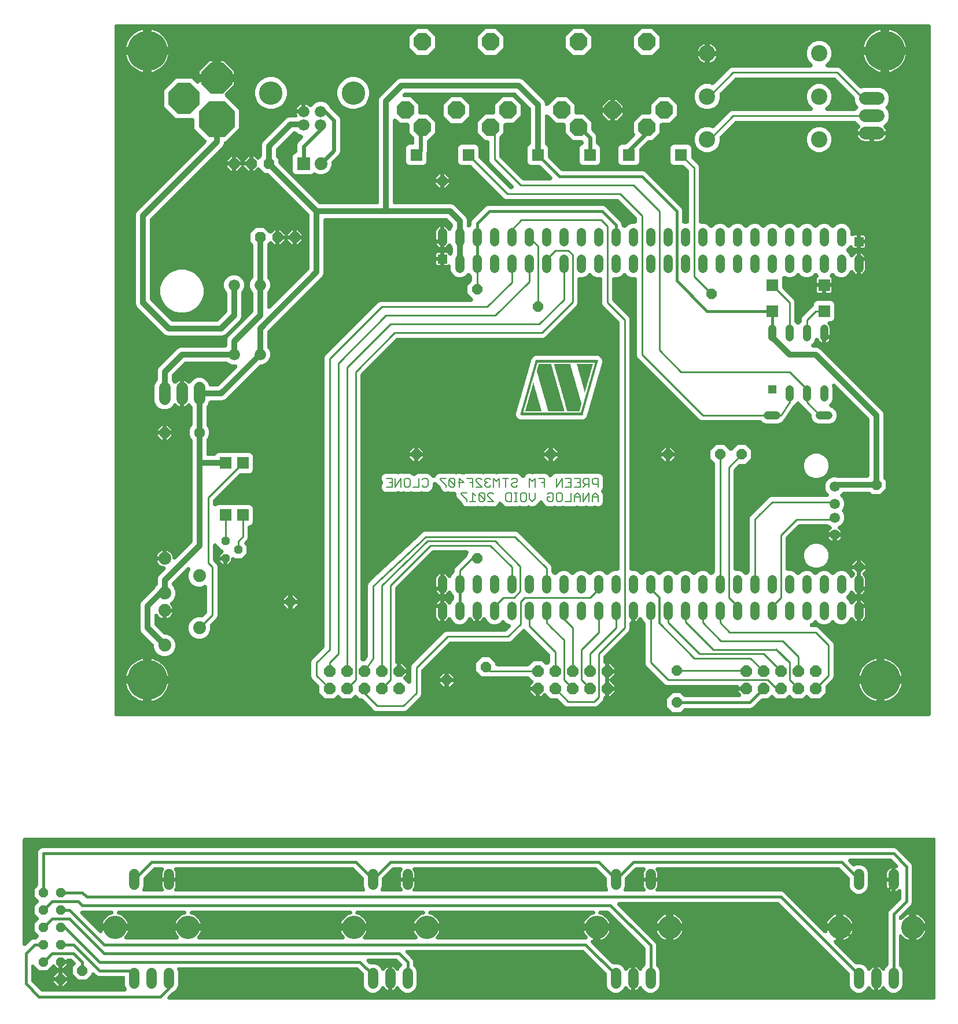
<source format=gbr>
G04 EAGLE Gerber X2 export*
%TF.Part,Single*%
%TF.FileFunction,Copper,L2,Bot,Mixed*%
%TF.FilePolarity,Positive*%
%TF.GenerationSoftware,Autodesk,EAGLE,8.6.0*%
%TF.CreationDate,2018-04-15T11:35:01Z*%
G75*
%MOMM*%
%FSLAX34Y34*%
%LPD*%
%AMOC8*
5,1,8,0,0,1.08239X$1,22.5*%
G01*
%ADD10C,0.152400*%
%ADD11C,5.842000*%
%ADD12C,1.350000*%
%ADD13R,1.350000X1.350000*%
%ADD14P,2.749271X8X202.500000*%
%ADD15R,1.219200X1.219200*%
%ADD16C,1.219200*%
%ADD17R,1.778000X1.778000*%
%ADD18P,1.814519X8X202.500000*%
%ADD19C,1.524000*%
%ADD20C,3.429000*%
%ADD21P,1.484606X8X112.500000*%
%ADD22P,1.814519X8X22.500000*%
%ADD23P,4.907448X8X22.500000*%
%ADD24P,4.907448X8X292.500000*%
%ADD25P,5.732229X8X22.500000*%
%ADD26C,1.600200*%
%ADD27P,1.732040X8X202.500000*%
%ADD28C,1.676400*%
%ADD29C,2.400000*%
%ADD30C,1.879600*%
%ADD31R,1.879600X1.879600*%
%ADD32C,1.879600*%
%ADD33C,1.676400*%
%ADD34P,1.732040X8X22.500000*%
%ADD35C,1.500000*%
%ADD36P,1.319650X8X292.500000*%
%ADD37R,8.915400X0.025400*%
%ADD38R,8.966200X0.025400*%
%ADD39R,9.042400X0.025400*%
%ADD40R,9.067800X0.025400*%
%ADD41R,9.118600X0.025400*%
%ADD42R,9.144000X0.025400*%
%ADD43R,9.169400X0.025400*%
%ADD44R,9.194800X0.025400*%
%ADD45R,0.355600X0.025400*%
%ADD46R,0.381000X0.025400*%
%ADD47R,2.362200X0.025400*%
%ADD48R,1.778000X0.025400*%
%ADD49R,1.803400X0.025400*%
%ADD50R,2.336800X0.025400*%
%ADD51R,2.387600X0.025400*%
%ADD52R,1.828800X0.025400*%
%ADD53R,2.311400X0.025400*%
%ADD54R,1.854200X0.025400*%
%ADD55R,2.286000X0.025400*%
%ADD56R,2.260600X0.025400*%
%ADD57R,1.879600X0.025400*%
%ADD58R,1.905000X0.025400*%
%ADD59R,2.235200X0.025400*%
%ADD60R,1.930400X0.025400*%
%ADD61R,2.209800X0.025400*%
%ADD62R,1.955800X0.025400*%
%ADD63R,2.184400X0.025400*%
%ADD64R,2.159000X0.025400*%
%ADD65R,1.981200X0.025400*%
%ADD66R,2.006600X0.025400*%
%ADD67R,2.133600X0.025400*%
%ADD68R,2.032000X0.025400*%
%ADD69R,2.108200X0.025400*%
%ADD70R,2.057400X0.025400*%
%ADD71R,2.082800X0.025400*%
%ADD72R,1.752600X0.025400*%
%ADD73R,1.727200X0.025400*%
%ADD74R,1.701800X0.025400*%
%ADD75R,1.676400X0.025400*%
%ADD76R,1.651000X0.025400*%
%ADD77R,1.625600X0.025400*%
%ADD78R,1.600200X0.025400*%
%ADD79R,1.574800X0.025400*%
%ADD80R,1.549400X0.025400*%
%ADD81R,1.524000X0.025400*%
%ADD82R,1.498600X0.025400*%
%ADD83R,1.473200X0.025400*%
%ADD84R,1.447800X0.025400*%
%ADD85R,1.422400X0.025400*%
%ADD86R,1.397000X0.025400*%
%ADD87R,1.371600X0.025400*%
%ADD88R,1.346200X0.025400*%
%ADD89R,1.320800X0.025400*%
%ADD90R,1.295400X0.025400*%
%ADD91R,1.270000X0.025400*%
%ADD92R,1.244600X0.025400*%
%ADD93R,1.219200X0.025400*%
%ADD94R,1.193800X0.025400*%
%ADD95R,1.168400X0.025400*%
%ADD96R,1.143000X0.025400*%
%ADD97R,1.117600X0.025400*%
%ADD98R,1.092200X0.025400*%
%ADD99R,1.066800X0.025400*%
%ADD100R,1.041400X0.025400*%
%ADD101R,1.016000X0.025400*%
%ADD102R,0.990600X0.025400*%
%ADD103R,0.965200X0.025400*%
%ADD104R,0.939800X0.025400*%
%ADD105R,0.914400X0.025400*%
%ADD106R,0.889000X0.025400*%
%ADD107R,0.863600X0.025400*%
%ADD108R,0.838200X0.025400*%
%ADD109R,0.812800X0.025400*%
%ADD110R,0.787400X0.025400*%
%ADD111R,0.025400X0.025400*%
%ADD112R,0.762000X0.025400*%
%ADD113R,0.736600X0.025400*%
%ADD114R,0.050800X0.025400*%
%ADD115R,0.076200X0.025400*%
%ADD116R,0.711200X0.025400*%
%ADD117R,0.685800X0.025400*%
%ADD118R,0.101600X0.025400*%
%ADD119R,0.127000X0.025400*%
%ADD120R,0.660400X0.025400*%
%ADD121R,0.635000X0.025400*%
%ADD122R,0.152400X0.025400*%
%ADD123R,0.177800X0.025400*%
%ADD124R,0.609600X0.025400*%
%ADD125R,0.584200X0.025400*%
%ADD126R,0.203200X0.025400*%
%ADD127R,0.228600X0.025400*%
%ADD128R,0.558800X0.025400*%
%ADD129R,0.533400X0.025400*%
%ADD130R,0.254000X0.025400*%
%ADD131R,0.279400X0.025400*%
%ADD132R,0.508000X0.025400*%
%ADD133R,0.482600X0.025400*%
%ADD134R,0.304800X0.025400*%
%ADD135R,0.330200X0.025400*%
%ADD136R,0.457200X0.025400*%
%ADD137R,0.431800X0.025400*%
%ADD138R,0.406400X0.025400*%
%ADD139C,0.254000*%
%ADD140P,1.666881X8X22.500000*%
%ADD141C,0.304800*%
%ADD142C,0.406400*%
%ADD143C,0.609600*%
%ADD144C,0.812800*%

G36*
X1410338Y-21583D02*
X1410338Y-21583D01*
X1410414Y-21585D01*
X1410583Y-21563D01*
X1410754Y-21549D01*
X1410828Y-21531D01*
X1410903Y-21521D01*
X1411067Y-21472D01*
X1411233Y-21431D01*
X1411302Y-21401D01*
X1411376Y-21379D01*
X1411529Y-21303D01*
X1411686Y-21236D01*
X1411750Y-21195D01*
X1411819Y-21162D01*
X1411958Y-21063D01*
X1412102Y-20971D01*
X1412159Y-20920D01*
X1412221Y-20876D01*
X1412342Y-20756D01*
X1412470Y-20642D01*
X1412518Y-20583D01*
X1412572Y-20529D01*
X1412673Y-20391D01*
X1412780Y-20258D01*
X1412817Y-20192D01*
X1412862Y-20131D01*
X1412939Y-19978D01*
X1413024Y-19830D01*
X1413050Y-19758D01*
X1413085Y-19690D01*
X1413136Y-19527D01*
X1413195Y-19367D01*
X1413210Y-19292D01*
X1413233Y-19220D01*
X1413245Y-19115D01*
X1413290Y-18883D01*
X1413297Y-18647D01*
X1413309Y-18542D01*
X1413309Y988062D01*
X1413303Y988138D01*
X1413305Y988214D01*
X1413283Y988383D01*
X1413269Y988554D01*
X1413251Y988628D01*
X1413241Y988703D01*
X1413192Y988867D01*
X1413151Y989033D01*
X1413121Y989102D01*
X1413099Y989176D01*
X1413023Y989329D01*
X1412956Y989486D01*
X1412915Y989550D01*
X1412882Y989619D01*
X1412783Y989758D01*
X1412691Y989902D01*
X1412640Y989959D01*
X1412596Y990021D01*
X1412476Y990142D01*
X1412362Y990270D01*
X1412303Y990318D01*
X1412249Y990372D01*
X1412111Y990473D01*
X1411978Y990580D01*
X1411912Y990617D01*
X1411851Y990662D01*
X1411698Y990739D01*
X1411550Y990824D01*
X1411478Y990850D01*
X1411410Y990885D01*
X1411247Y990936D01*
X1411087Y990995D01*
X1411012Y991010D01*
X1410940Y991033D01*
X1410835Y991045D01*
X1410603Y991090D01*
X1410367Y991097D01*
X1410262Y991109D01*
X221488Y991109D01*
X221412Y991103D01*
X221336Y991105D01*
X221167Y991083D01*
X220996Y991069D01*
X220922Y991051D01*
X220847Y991041D01*
X220683Y990992D01*
X220517Y990951D01*
X220448Y990921D01*
X220374Y990899D01*
X220221Y990823D01*
X220064Y990756D01*
X220000Y990715D01*
X219931Y990682D01*
X219792Y990583D01*
X219648Y990491D01*
X219591Y990440D01*
X219529Y990396D01*
X219408Y990276D01*
X219280Y990162D01*
X219232Y990103D01*
X219178Y990049D01*
X219077Y989911D01*
X218970Y989778D01*
X218933Y989712D01*
X218888Y989651D01*
X218811Y989498D01*
X218726Y989350D01*
X218700Y989278D01*
X218665Y989210D01*
X218614Y989047D01*
X218555Y988887D01*
X218540Y988812D01*
X218517Y988740D01*
X218505Y988635D01*
X218460Y988403D01*
X218453Y988167D01*
X218441Y988062D01*
X218441Y-18542D01*
X218447Y-18618D01*
X218445Y-18694D01*
X218467Y-18863D01*
X218481Y-19034D01*
X218499Y-19108D01*
X218509Y-19183D01*
X218558Y-19347D01*
X218599Y-19513D01*
X218629Y-19582D01*
X218651Y-19656D01*
X218727Y-19809D01*
X218794Y-19966D01*
X218835Y-20030D01*
X218868Y-20099D01*
X218967Y-20238D01*
X219059Y-20382D01*
X219110Y-20439D01*
X219154Y-20501D01*
X219274Y-20622D01*
X219388Y-20750D01*
X219447Y-20798D01*
X219501Y-20852D01*
X219639Y-20953D01*
X219772Y-21060D01*
X219838Y-21097D01*
X219899Y-21142D01*
X220052Y-21219D01*
X220200Y-21304D01*
X220272Y-21330D01*
X220340Y-21365D01*
X220503Y-21416D01*
X220663Y-21475D01*
X220738Y-21490D01*
X220810Y-21513D01*
X220915Y-21525D01*
X221147Y-21570D01*
X221383Y-21577D01*
X221488Y-21589D01*
X1410262Y-21589D01*
X1410338Y-21583D01*
G37*
%LPC*%
G36*
X1035685Y-15067D02*
X1035685Y-15067D01*
X1027603Y-6985D01*
X1027603Y4445D01*
X1035685Y12527D01*
X1047115Y12527D01*
X1051890Y7751D01*
X1051977Y7677D01*
X1052058Y7596D01*
X1052165Y7518D01*
X1052266Y7432D01*
X1052364Y7373D01*
X1052456Y7306D01*
X1052575Y7246D01*
X1052689Y7177D01*
X1052795Y7135D01*
X1052897Y7083D01*
X1053024Y7043D01*
X1053147Y6994D01*
X1053258Y6969D01*
X1053367Y6935D01*
X1053461Y6925D01*
X1053629Y6887D01*
X1053953Y6869D01*
X1054045Y6859D01*
X1133151Y6859D01*
X1133189Y6862D01*
X1133227Y6860D01*
X1133435Y6882D01*
X1133643Y6899D01*
X1133680Y6908D01*
X1133718Y6912D01*
X1133919Y6967D01*
X1134122Y7017D01*
X1134157Y7032D01*
X1134194Y7043D01*
X1134383Y7130D01*
X1134575Y7212D01*
X1134607Y7232D01*
X1134642Y7248D01*
X1134815Y7365D01*
X1134991Y7477D01*
X1135020Y7502D01*
X1135051Y7524D01*
X1135203Y7667D01*
X1135359Y7806D01*
X1135383Y7835D01*
X1135411Y7861D01*
X1135538Y8028D01*
X1135669Y8190D01*
X1135688Y8222D01*
X1135711Y8253D01*
X1135810Y8437D01*
X1135913Y8618D01*
X1135926Y8654D01*
X1135944Y8688D01*
X1136012Y8885D01*
X1136085Y9081D01*
X1136092Y9118D01*
X1136104Y9154D01*
X1136139Y9360D01*
X1136179Y9565D01*
X1136180Y9603D01*
X1136187Y9641D01*
X1136188Y9850D01*
X1136195Y10058D01*
X1136190Y10096D01*
X1136190Y10134D01*
X1136157Y10341D01*
X1136130Y10547D01*
X1136119Y10584D01*
X1136113Y10621D01*
X1136048Y10820D01*
X1135988Y11019D01*
X1135971Y11054D01*
X1135959Y11090D01*
X1135863Y11275D01*
X1135771Y11463D01*
X1135749Y11494D01*
X1135731Y11528D01*
X1135673Y11600D01*
X1135485Y11865D01*
X1135365Y11987D01*
X1135306Y12061D01*
X1132617Y14749D01*
X1132617Y16003D01*
X1143000Y16003D01*
X1143076Y16009D01*
X1143152Y16006D01*
X1143321Y16029D01*
X1143491Y16043D01*
X1143565Y16061D01*
X1143641Y16071D01*
X1143805Y16120D01*
X1143970Y16161D01*
X1144040Y16191D01*
X1144113Y16213D01*
X1144267Y16288D01*
X1144424Y16356D01*
X1144488Y16397D01*
X1144556Y16430D01*
X1144696Y16529D01*
X1144840Y16621D01*
X1144896Y16672D01*
X1144959Y16716D01*
X1145080Y16836D01*
X1145208Y16950D01*
X1145255Y17009D01*
X1145310Y17062D01*
X1145410Y17201D01*
X1145517Y17333D01*
X1145555Y17400D01*
X1145600Y17461D01*
X1145677Y17614D01*
X1145761Y17762D01*
X1145788Y17834D01*
X1145822Y17902D01*
X1145874Y18064D01*
X1145933Y18225D01*
X1145948Y18299D01*
X1145971Y18372D01*
X1145982Y18477D01*
X1146028Y18709D01*
X1146035Y18945D01*
X1146047Y19050D01*
X1146041Y19126D01*
X1146043Y19202D01*
X1146021Y19371D01*
X1146007Y19542D01*
X1145989Y19616D01*
X1145979Y19691D01*
X1145929Y19855D01*
X1145888Y20021D01*
X1145858Y20091D01*
X1145836Y20164D01*
X1145761Y20317D01*
X1145694Y20474D01*
X1145653Y20538D01*
X1145619Y20607D01*
X1145520Y20746D01*
X1145429Y20890D01*
X1145378Y20947D01*
X1145334Y21009D01*
X1145214Y21131D01*
X1145100Y21258D01*
X1145041Y21306D01*
X1144987Y21360D01*
X1144849Y21461D01*
X1144716Y21568D01*
X1144650Y21606D01*
X1144588Y21650D01*
X1144436Y21727D01*
X1144287Y21812D01*
X1144216Y21838D01*
X1144148Y21873D01*
X1143985Y21924D01*
X1143825Y21984D01*
X1143750Y21998D01*
X1143677Y22021D01*
X1143573Y22033D01*
X1143341Y22078D01*
X1143105Y22086D01*
X1143000Y22097D01*
X1132513Y22097D01*
X1132500Y22141D01*
X1132459Y22307D01*
X1132429Y22376D01*
X1132407Y22450D01*
X1132331Y22603D01*
X1132264Y22760D01*
X1132223Y22824D01*
X1132190Y22893D01*
X1132091Y23032D01*
X1131999Y23176D01*
X1131948Y23233D01*
X1131904Y23295D01*
X1131784Y23416D01*
X1131670Y23544D01*
X1131611Y23592D01*
X1131557Y23646D01*
X1131419Y23747D01*
X1131286Y23854D01*
X1131220Y23891D01*
X1131159Y23936D01*
X1131006Y24013D01*
X1130858Y24098D01*
X1130786Y24124D01*
X1130718Y24159D01*
X1130555Y24210D01*
X1130395Y24269D01*
X1130320Y24284D01*
X1130248Y24307D01*
X1130143Y24319D01*
X1129911Y24364D01*
X1129675Y24371D01*
X1129570Y24383D01*
X1027235Y24383D01*
X1024527Y25505D01*
X997055Y52977D01*
X995933Y55685D01*
X995933Y114136D01*
X995924Y114250D01*
X995925Y114364D01*
X995904Y114496D01*
X995893Y114628D01*
X995866Y114739D01*
X995848Y114852D01*
X995807Y114978D01*
X995775Y115107D01*
X995730Y115212D01*
X995694Y115320D01*
X995632Y115438D01*
X995580Y115560D01*
X995519Y115657D01*
X995466Y115758D01*
X995407Y115832D01*
X995315Y115976D01*
X995099Y116219D01*
X995041Y116291D01*
X992409Y118923D01*
X991174Y121905D01*
X991099Y122052D01*
X991031Y122203D01*
X990986Y122271D01*
X990949Y122344D01*
X990851Y122477D01*
X990760Y122615D01*
X990704Y122675D01*
X990656Y122741D01*
X990537Y122857D01*
X990426Y122978D01*
X990361Y123028D01*
X990303Y123085D01*
X990167Y123180D01*
X990037Y123282D01*
X989966Y123321D01*
X989899Y123368D01*
X989749Y123440D01*
X989605Y123520D01*
X989528Y123547D01*
X989454Y123582D01*
X989295Y123629D01*
X989140Y123684D01*
X989059Y123699D01*
X988981Y123722D01*
X988817Y123742D01*
X988654Y123772D01*
X988572Y123773D01*
X988491Y123783D01*
X988327Y123777D01*
X988161Y123780D01*
X988080Y123768D01*
X987998Y123765D01*
X987837Y123732D01*
X987673Y123708D01*
X987595Y123683D01*
X987515Y123667D01*
X987360Y123608D01*
X987203Y123558D01*
X987130Y123521D01*
X987053Y123492D01*
X986910Y123410D01*
X986763Y123335D01*
X986697Y123287D01*
X986626Y123246D01*
X986498Y123141D01*
X986365Y123043D01*
X986308Y122985D01*
X986244Y122933D01*
X986135Y122809D01*
X986019Y122691D01*
X985984Y122638D01*
X985918Y122563D01*
X985656Y122146D01*
X985649Y122131D01*
X985643Y122122D01*
X985384Y121614D01*
X984575Y120499D01*
X983601Y119525D01*
X982486Y118716D01*
X981259Y118090D01*
X980947Y117989D01*
X980947Y139700D01*
X980941Y139776D01*
X980944Y139852D01*
X980921Y140021D01*
X980907Y140191D01*
X980889Y140265D01*
X980879Y140341D01*
X980830Y140505D01*
X980789Y140670D01*
X980759Y140740D01*
X980737Y140813D01*
X980662Y140967D01*
X980594Y141124D01*
X980553Y141188D01*
X980520Y141256D01*
X980421Y141396D01*
X980329Y141540D01*
X980278Y141596D01*
X980234Y141659D01*
X980114Y141780D01*
X980000Y141908D01*
X979941Y141955D01*
X979888Y142010D01*
X979749Y142110D01*
X979617Y142217D01*
X979550Y142255D01*
X979489Y142300D01*
X979336Y142377D01*
X979188Y142461D01*
X979116Y142488D01*
X979048Y142522D01*
X978886Y142574D01*
X978725Y142633D01*
X978651Y142648D01*
X978578Y142671D01*
X978473Y142682D01*
X978241Y142728D01*
X978005Y142735D01*
X977900Y142747D01*
X977824Y142741D01*
X977748Y142743D01*
X977578Y142721D01*
X977408Y142707D01*
X977334Y142689D01*
X977259Y142679D01*
X977095Y142629D01*
X976929Y142588D01*
X976859Y142558D01*
X976786Y142536D01*
X976633Y142461D01*
X976476Y142394D01*
X976412Y142353D01*
X976343Y142319D01*
X976204Y142220D01*
X976060Y142129D01*
X976003Y142078D01*
X975941Y142034D01*
X975819Y141914D01*
X975692Y141800D01*
X975644Y141741D01*
X975590Y141687D01*
X975489Y141549D01*
X975382Y141416D01*
X975344Y141350D01*
X975299Y141288D01*
X975223Y141136D01*
X975138Y140987D01*
X975111Y140916D01*
X975077Y140848D01*
X975026Y140685D01*
X974966Y140525D01*
X974952Y140450D01*
X974929Y140377D01*
X974917Y140273D01*
X974872Y140041D01*
X974864Y139805D01*
X974853Y139700D01*
X974853Y117560D01*
X974802Y117545D01*
X974629Y117501D01*
X974566Y117473D01*
X974500Y117454D01*
X974340Y117375D01*
X974177Y117304D01*
X974119Y117267D01*
X974057Y117237D01*
X973912Y117133D01*
X973762Y117037D01*
X973711Y116991D01*
X973655Y116951D01*
X973528Y116826D01*
X973396Y116706D01*
X973353Y116653D01*
X973304Y116604D01*
X973199Y116460D01*
X973088Y116321D01*
X973054Y116261D01*
X973014Y116206D01*
X972933Y116046D01*
X972846Y115891D01*
X972822Y115827D01*
X972791Y115765D01*
X972738Y115595D01*
X972677Y115428D01*
X972664Y115360D01*
X972643Y115295D01*
X972631Y115190D01*
X972584Y114943D01*
X972578Y114721D01*
X972567Y114617D01*
X972567Y106485D01*
X971445Y103777D01*
X935359Y67691D01*
X935285Y67604D01*
X935204Y67524D01*
X935126Y67417D01*
X935040Y67315D01*
X934981Y67217D01*
X934914Y67125D01*
X934854Y67007D01*
X934785Y66893D01*
X934743Y66786D01*
X934691Y66685D01*
X934651Y66558D01*
X934602Y66435D01*
X934577Y66323D01*
X934543Y66214D01*
X934533Y66121D01*
X934495Y65953D01*
X934477Y65629D01*
X934467Y65536D01*
X934467Y57880D01*
X934473Y57804D01*
X934471Y57728D01*
X934493Y57559D01*
X934507Y57388D01*
X934525Y57314D01*
X934535Y57239D01*
X934584Y57075D01*
X934625Y56909D01*
X934655Y56840D01*
X934677Y56766D01*
X934753Y56613D01*
X934820Y56456D01*
X934861Y56392D01*
X934894Y56323D01*
X934993Y56184D01*
X935085Y56040D01*
X935136Y55983D01*
X935180Y55921D01*
X935300Y55800D01*
X935414Y55672D01*
X935473Y55624D01*
X935527Y55570D01*
X935665Y55469D01*
X935798Y55362D01*
X935864Y55325D01*
X935925Y55280D01*
X936078Y55203D01*
X936226Y55118D01*
X936298Y55092D01*
X936366Y55057D01*
X936529Y55006D01*
X936689Y54947D01*
X936753Y54934D01*
X936753Y44450D01*
X936753Y19050D01*
X936753Y8563D01*
X936709Y8550D01*
X936543Y8509D01*
X936474Y8479D01*
X936400Y8457D01*
X936247Y8381D01*
X936090Y8314D01*
X936026Y8273D01*
X935957Y8240D01*
X935818Y8141D01*
X935674Y8049D01*
X935617Y7998D01*
X935555Y7954D01*
X935434Y7834D01*
X935306Y7720D01*
X935258Y7661D01*
X935204Y7607D01*
X935103Y7469D01*
X934996Y7336D01*
X934959Y7270D01*
X934914Y7209D01*
X934837Y7056D01*
X934752Y6908D01*
X934726Y6836D01*
X934691Y6768D01*
X934640Y6605D01*
X934581Y6445D01*
X934566Y6370D01*
X934543Y6298D01*
X934531Y6193D01*
X934486Y5961D01*
X934479Y5725D01*
X934467Y5620D01*
X934467Y4885D01*
X933345Y2177D01*
X930844Y-324D01*
X924923Y-6245D01*
X922215Y-7367D01*
X881185Y-7367D01*
X878477Y-6245D01*
X875976Y-3744D01*
X868553Y3679D01*
X868466Y3753D01*
X868386Y3834D01*
X868278Y3912D01*
X868177Y3998D01*
X868079Y4057D01*
X867987Y4124D01*
X867869Y4184D01*
X867755Y4253D01*
X867648Y4295D01*
X867547Y4347D01*
X867420Y4387D01*
X867297Y4436D01*
X867185Y4461D01*
X867076Y4495D01*
X866983Y4505D01*
X866815Y4543D01*
X866491Y4561D01*
X866398Y4571D01*
X857603Y4571D01*
X850158Y12016D01*
X850100Y12065D01*
X850048Y12120D01*
X849913Y12224D01*
X849783Y12335D01*
X849717Y12374D01*
X849657Y12421D01*
X849506Y12502D01*
X849360Y12590D01*
X849289Y12618D01*
X849222Y12654D01*
X849060Y12709D01*
X848902Y12773D01*
X848828Y12789D01*
X848755Y12814D01*
X848587Y12843D01*
X848420Y12880D01*
X848344Y12884D01*
X848269Y12897D01*
X848098Y12898D01*
X847928Y12907D01*
X847852Y12899D01*
X847776Y12900D01*
X847607Y12873D01*
X847437Y12855D01*
X847364Y12835D01*
X847288Y12823D01*
X847126Y12769D01*
X846961Y12724D01*
X846892Y12693D01*
X846820Y12669D01*
X846668Y12590D01*
X846513Y12519D01*
X846450Y12476D01*
X846382Y12441D01*
X846300Y12375D01*
X846104Y12243D01*
X845931Y12081D01*
X845849Y12016D01*
X842501Y8667D01*
X841247Y8667D01*
X841247Y19050D01*
X841241Y19126D01*
X841244Y19202D01*
X841221Y19371D01*
X841207Y19541D01*
X841189Y19615D01*
X841179Y19691D01*
X841130Y19855D01*
X841089Y20020D01*
X841059Y20090D01*
X841037Y20163D01*
X840962Y20317D01*
X840894Y20474D01*
X840853Y20538D01*
X840820Y20606D01*
X840721Y20746D01*
X840629Y20890D01*
X840578Y20946D01*
X840534Y21009D01*
X840414Y21130D01*
X840300Y21258D01*
X840241Y21306D01*
X840235Y21312D01*
X840187Y21360D01*
X840049Y21461D01*
X839916Y21568D01*
X839850Y21606D01*
X839788Y21650D01*
X839636Y21727D01*
X839487Y21812D01*
X839416Y21838D01*
X839348Y21873D01*
X839185Y21924D01*
X839025Y21984D01*
X838950Y21998D01*
X838877Y22021D01*
X838773Y22033D01*
X838541Y22078D01*
X838305Y22086D01*
X838200Y22097D01*
X827817Y22097D01*
X827817Y23351D01*
X831166Y26699D01*
X831215Y26757D01*
X831270Y26809D01*
X831374Y26945D01*
X831485Y27075D01*
X831524Y27140D01*
X831571Y27201D01*
X831651Y27351D01*
X831740Y27497D01*
X831768Y27568D01*
X831804Y27635D01*
X831859Y27797D01*
X831923Y27956D01*
X831939Y28030D01*
X831964Y28102D01*
X831993Y28271D01*
X832030Y28437D01*
X832034Y28513D01*
X832047Y28588D01*
X832048Y28759D01*
X832057Y28930D01*
X832049Y29006D01*
X832050Y29082D01*
X832023Y29251D01*
X832005Y29420D01*
X831985Y29494D01*
X831973Y29569D01*
X831919Y29731D01*
X831874Y29896D01*
X831843Y29965D01*
X831819Y30038D01*
X831740Y30189D01*
X831669Y30344D01*
X831626Y30408D01*
X831591Y30475D01*
X831525Y30558D01*
X831393Y30754D01*
X831231Y30926D01*
X831166Y31008D01*
X825983Y36191D01*
X825896Y36265D01*
X825816Y36346D01*
X825709Y36424D01*
X825607Y36510D01*
X825510Y36569D01*
X825417Y36636D01*
X825299Y36696D01*
X825185Y36765D01*
X825079Y36807D01*
X824977Y36859D01*
X824850Y36899D01*
X824727Y36948D01*
X824615Y36973D01*
X824506Y37007D01*
X824413Y37017D01*
X824245Y37055D01*
X823921Y37073D01*
X823829Y37083D01*
X769057Y37083D01*
X768943Y37074D01*
X768829Y37075D01*
X768698Y37054D01*
X768565Y37043D01*
X768455Y37016D01*
X768374Y37003D01*
X756285Y37003D01*
X748203Y45085D01*
X748203Y56515D01*
X756285Y64597D01*
X767715Y64597D01*
X775797Y56515D01*
X775797Y54864D01*
X775803Y54788D01*
X775801Y54712D01*
X775823Y54543D01*
X775837Y54372D01*
X775855Y54298D01*
X775865Y54223D01*
X775914Y54059D01*
X775955Y53893D01*
X775985Y53824D01*
X776007Y53750D01*
X776083Y53597D01*
X776150Y53440D01*
X776191Y53376D01*
X776224Y53307D01*
X776323Y53168D01*
X776415Y53024D01*
X776466Y52967D01*
X776510Y52905D01*
X776630Y52784D01*
X776744Y52656D01*
X776803Y52608D01*
X776857Y52554D01*
X776995Y52453D01*
X777128Y52346D01*
X777194Y52309D01*
X777255Y52264D01*
X777408Y52187D01*
X777556Y52102D01*
X777628Y52076D01*
X777696Y52041D01*
X777859Y51990D01*
X778019Y51931D01*
X778094Y51916D01*
X778166Y51893D01*
X778271Y51881D01*
X778503Y51836D01*
X778739Y51829D01*
X778844Y51817D01*
X823829Y51817D01*
X823942Y51826D01*
X824057Y51825D01*
X824188Y51846D01*
X824320Y51857D01*
X824431Y51884D01*
X824544Y51902D01*
X824670Y51943D01*
X824799Y51975D01*
X824904Y52020D01*
X825012Y52056D01*
X825130Y52118D01*
X825252Y52170D01*
X825349Y52231D01*
X825450Y52284D01*
X825524Y52343D01*
X825669Y52435D01*
X825911Y52651D01*
X825983Y52709D01*
X832203Y58929D01*
X844197Y58929D01*
X848745Y54381D01*
X848803Y54331D01*
X848855Y54276D01*
X848991Y54172D01*
X849121Y54061D01*
X849187Y54022D01*
X849247Y53976D01*
X849397Y53895D01*
X849544Y53807D01*
X849614Y53778D01*
X849682Y53742D01*
X849843Y53687D01*
X850002Y53624D01*
X850076Y53607D01*
X850148Y53582D01*
X850317Y53554D01*
X850483Y53517D01*
X850560Y53513D01*
X850635Y53500D01*
X850806Y53499D01*
X850976Y53489D01*
X851052Y53497D01*
X851128Y53497D01*
X851297Y53523D01*
X851467Y53541D01*
X851540Y53562D01*
X851615Y53573D01*
X851778Y53627D01*
X851942Y53672D01*
X852012Y53704D01*
X852084Y53728D01*
X852235Y53806D01*
X852391Y53878D01*
X852454Y53920D01*
X852522Y53955D01*
X852604Y54021D01*
X852800Y54153D01*
X852973Y54315D01*
X853055Y54381D01*
X855341Y56667D01*
X855415Y56754D01*
X855496Y56834D01*
X855574Y56941D01*
X855660Y57043D01*
X855719Y57141D01*
X855786Y57233D01*
X855846Y57351D01*
X855915Y57465D01*
X855957Y57571D01*
X856009Y57673D01*
X856049Y57800D01*
X856098Y57923D01*
X856123Y58035D01*
X856157Y58144D01*
X856167Y58237D01*
X856205Y58405D01*
X856223Y58729D01*
X856233Y58821D01*
X856233Y68041D01*
X856224Y68155D01*
X856225Y68269D01*
X856204Y68401D01*
X856193Y68533D01*
X856166Y68644D01*
X856148Y68757D01*
X856107Y68883D01*
X856075Y69012D01*
X856030Y69117D01*
X855994Y69225D01*
X855932Y69343D01*
X855880Y69465D01*
X855819Y69561D01*
X855766Y69663D01*
X855707Y69736D01*
X855615Y69881D01*
X855399Y70123D01*
X855341Y70196D01*
X834031Y91506D01*
X819927Y105610D01*
X819869Y105659D01*
X819817Y105715D01*
X819681Y105819D01*
X819551Y105929D01*
X819486Y105969D01*
X819425Y106015D01*
X819275Y106095D01*
X819128Y106184D01*
X819058Y106212D01*
X818990Y106248D01*
X818829Y106304D01*
X818670Y106367D01*
X818596Y106383D01*
X818524Y106408D01*
X818355Y106437D01*
X818189Y106474D01*
X818113Y106478D01*
X818037Y106491D01*
X817867Y106492D01*
X817696Y106501D01*
X817620Y106493D01*
X817544Y106494D01*
X817375Y106467D01*
X817206Y106449D01*
X817132Y106429D01*
X817057Y106417D01*
X816894Y106364D01*
X816730Y106318D01*
X816661Y106287D01*
X816588Y106263D01*
X816437Y106184D01*
X816281Y106113D01*
X816218Y106070D01*
X816151Y106035D01*
X816068Y105969D01*
X815872Y105837D01*
X815700Y105675D01*
X815617Y105610D01*
X799012Y89005D01*
X796305Y87883D01*
X710504Y87883D01*
X710390Y87874D01*
X710276Y87875D01*
X710145Y87854D01*
X710012Y87843D01*
X709902Y87816D01*
X709789Y87798D01*
X709662Y87757D01*
X709534Y87725D01*
X709429Y87680D01*
X709320Y87644D01*
X709202Y87582D01*
X709080Y87530D01*
X708984Y87469D01*
X708883Y87416D01*
X708809Y87357D01*
X708664Y87265D01*
X708422Y87049D01*
X708349Y86991D01*
X668659Y47301D01*
X668585Y47214D01*
X668504Y47133D01*
X668426Y47026D01*
X668340Y46925D01*
X668281Y46827D01*
X668214Y46735D01*
X668154Y46616D01*
X668085Y46502D01*
X668043Y46396D01*
X667991Y46294D01*
X667951Y46167D01*
X667902Y46044D01*
X667877Y45933D01*
X667843Y45824D01*
X667833Y45730D01*
X667795Y45562D01*
X667777Y45238D01*
X667767Y45146D01*
X667767Y11235D01*
X666645Y8527D01*
X664144Y6026D01*
X648024Y-10094D01*
X645523Y-12595D01*
X642815Y-13717D01*
X601785Y-13717D01*
X599077Y-12595D01*
X596576Y-10094D01*
X582803Y3679D01*
X582716Y3753D01*
X582636Y3834D01*
X582528Y3912D01*
X582427Y3998D01*
X582329Y4057D01*
X582237Y4124D01*
X582119Y4184D01*
X582005Y4253D01*
X581898Y4295D01*
X581797Y4347D01*
X581670Y4387D01*
X581547Y4436D01*
X581435Y4461D01*
X581326Y4495D01*
X581233Y4505D01*
X581065Y4543D01*
X580741Y4561D01*
X580648Y4571D01*
X578203Y4571D01*
X573655Y9119D01*
X573597Y9169D01*
X573545Y9224D01*
X573409Y9328D01*
X573279Y9439D01*
X573213Y9478D01*
X573153Y9524D01*
X573003Y9605D01*
X572856Y9693D01*
X572786Y9722D01*
X572718Y9758D01*
X572557Y9813D01*
X572398Y9876D01*
X572324Y9893D01*
X572252Y9918D01*
X572083Y9946D01*
X571917Y9983D01*
X571840Y9987D01*
X571765Y10000D01*
X571594Y10001D01*
X571424Y10011D01*
X571348Y10003D01*
X571272Y10003D01*
X571103Y9977D01*
X570933Y9959D01*
X570860Y9938D01*
X570785Y9927D01*
X570622Y9873D01*
X570458Y9828D01*
X570388Y9796D01*
X570316Y9772D01*
X570165Y9694D01*
X570009Y9622D01*
X569946Y9580D01*
X569878Y9545D01*
X569796Y9479D01*
X569600Y9347D01*
X569427Y9185D01*
X569345Y9119D01*
X564797Y4571D01*
X552803Y4571D01*
X548255Y9119D01*
X548197Y9169D01*
X548145Y9224D01*
X548009Y9328D01*
X547879Y9439D01*
X547813Y9478D01*
X547753Y9524D01*
X547603Y9605D01*
X547456Y9693D01*
X547386Y9722D01*
X547318Y9758D01*
X547157Y9813D01*
X546998Y9876D01*
X546924Y9893D01*
X546852Y9918D01*
X546683Y9946D01*
X546517Y9983D01*
X546440Y9987D01*
X546365Y10000D01*
X546194Y10001D01*
X546024Y10011D01*
X545948Y10003D01*
X545872Y10003D01*
X545703Y9977D01*
X545533Y9959D01*
X545460Y9938D01*
X545385Y9927D01*
X545222Y9873D01*
X545058Y9828D01*
X544988Y9796D01*
X544916Y9772D01*
X544765Y9694D01*
X544609Y9622D01*
X544546Y9580D01*
X544478Y9545D01*
X544396Y9479D01*
X544200Y9347D01*
X544027Y9185D01*
X543945Y9119D01*
X539397Y4571D01*
X527403Y4571D01*
X518921Y13053D01*
X518921Y21848D01*
X518912Y21962D01*
X518913Y22076D01*
X518892Y22208D01*
X518881Y22340D01*
X518854Y22451D01*
X518836Y22564D01*
X518795Y22690D01*
X518763Y22819D01*
X518718Y22924D01*
X518682Y23032D01*
X518620Y23150D01*
X518568Y23272D01*
X518507Y23369D01*
X518454Y23470D01*
X518395Y23543D01*
X518303Y23688D01*
X518087Y23931D01*
X518029Y24003D01*
X508105Y33927D01*
X506983Y36635D01*
X506983Y58615D01*
X508105Y61323D01*
X525141Y78359D01*
X525215Y78446D01*
X525296Y78526D01*
X525374Y78633D01*
X525460Y78735D01*
X525519Y78833D01*
X525586Y78925D01*
X525646Y79043D01*
X525715Y79157D01*
X525757Y79264D01*
X525809Y79365D01*
X525849Y79492D01*
X525898Y79615D01*
X525923Y79727D01*
X525957Y79836D01*
X525967Y79929D01*
X526005Y80097D01*
X526023Y80421D01*
X526033Y80514D01*
X526033Y503115D01*
X527155Y505823D01*
X605427Y584095D01*
X608135Y585217D01*
X740465Y585217D01*
X740503Y585220D01*
X740541Y585218D01*
X740749Y585240D01*
X740957Y585257D01*
X740994Y585266D01*
X741032Y585270D01*
X741233Y585325D01*
X741436Y585375D01*
X741471Y585390D01*
X741507Y585401D01*
X741697Y585488D01*
X741889Y585570D01*
X741921Y585590D01*
X741956Y585606D01*
X742129Y585723D01*
X742305Y585835D01*
X742333Y585860D01*
X742365Y585882D01*
X742517Y586025D01*
X742673Y586164D01*
X742697Y586193D01*
X742725Y586219D01*
X742852Y586385D01*
X742983Y586548D01*
X743002Y586581D01*
X743025Y586611D01*
X743124Y586795D01*
X743227Y586976D01*
X743240Y587012D01*
X743258Y587046D01*
X743326Y587243D01*
X743398Y587439D01*
X743406Y587476D01*
X743418Y587512D01*
X743453Y587719D01*
X743493Y587923D01*
X743494Y587961D01*
X743501Y587999D01*
X743502Y588208D01*
X743508Y588416D01*
X743504Y588454D01*
X743504Y588492D01*
X743471Y588699D01*
X743444Y588905D01*
X743433Y588942D01*
X743427Y588979D01*
X743362Y589178D01*
X743302Y589377D01*
X743285Y589412D01*
X743273Y589448D01*
X743176Y589633D01*
X743085Y589821D01*
X743063Y589852D01*
X743045Y589886D01*
X742987Y589958D01*
X742799Y590223D01*
X742678Y590345D01*
X742620Y590419D01*
X735503Y597535D01*
X735503Y608965D01*
X741041Y614502D01*
X741115Y614589D01*
X741196Y614670D01*
X741274Y614777D01*
X741360Y614878D01*
X741419Y614976D01*
X741486Y615068D01*
X741546Y615187D01*
X741615Y615301D01*
X741657Y615407D01*
X741709Y615509D01*
X741749Y615636D01*
X741798Y615759D01*
X741823Y615870D01*
X741857Y615979D01*
X741867Y616073D01*
X741905Y616241D01*
X741923Y616565D01*
X741933Y616657D01*
X741933Y622136D01*
X741924Y622250D01*
X741925Y622364D01*
X741904Y622496D01*
X741893Y622628D01*
X741866Y622739D01*
X741848Y622852D01*
X741807Y622978D01*
X741775Y623107D01*
X741730Y623212D01*
X741694Y623320D01*
X741632Y623438D01*
X741580Y623560D01*
X741519Y623657D01*
X741466Y623758D01*
X741407Y623832D01*
X741315Y623976D01*
X741099Y624219D01*
X741041Y624291D01*
X738755Y626577D01*
X738697Y626626D01*
X738644Y626682D01*
X738509Y626786D01*
X738379Y626897D01*
X738314Y626936D01*
X738253Y626982D01*
X738103Y627063D01*
X737956Y627151D01*
X737885Y627180D01*
X737818Y627216D01*
X737657Y627271D01*
X737498Y627334D01*
X737424Y627351D01*
X737352Y627376D01*
X737183Y627404D01*
X737016Y627441D01*
X736940Y627445D01*
X736865Y627458D01*
X736694Y627459D01*
X736524Y627469D01*
X736448Y627461D01*
X736372Y627461D01*
X736203Y627435D01*
X736033Y627417D01*
X735960Y627396D01*
X735885Y627385D01*
X735722Y627331D01*
X735558Y627286D01*
X735488Y627254D01*
X735416Y627230D01*
X735265Y627151D01*
X735109Y627080D01*
X735046Y627038D01*
X734978Y627003D01*
X734896Y626937D01*
X734700Y626805D01*
X734528Y626643D01*
X734445Y626577D01*
X731177Y623309D01*
X726455Y621353D01*
X721345Y621353D01*
X716623Y623309D01*
X713009Y626923D01*
X711053Y631645D01*
X711053Y636712D01*
X711049Y636762D01*
X711049Y636769D01*
X711047Y636784D01*
X711042Y636845D01*
X711042Y636978D01*
X711023Y637090D01*
X711013Y637204D01*
X710981Y637333D01*
X710959Y637464D01*
X710922Y637572D01*
X710895Y637683D01*
X710842Y637805D01*
X710799Y637931D01*
X710745Y638031D01*
X710700Y638136D01*
X710629Y638248D01*
X710566Y638366D01*
X710496Y638456D01*
X710435Y638552D01*
X710346Y638651D01*
X710265Y638757D01*
X710182Y638835D01*
X710106Y638920D01*
X710003Y639004D01*
X709906Y639095D01*
X709811Y639159D01*
X709722Y639230D01*
X709607Y639296D01*
X709496Y639370D01*
X709393Y639418D01*
X709294Y639474D01*
X709169Y639520D01*
X709048Y639576D01*
X708938Y639606D01*
X708831Y639646D01*
X708700Y639671D01*
X708572Y639706D01*
X708459Y639719D01*
X708347Y639740D01*
X708214Y639745D01*
X708082Y639759D01*
X707968Y639752D01*
X707854Y639756D01*
X707722Y639738D01*
X707589Y639731D01*
X707478Y639706D01*
X707365Y639691D01*
X707237Y639653D01*
X707107Y639624D01*
X707030Y639590D01*
X706893Y639549D01*
X706542Y639377D01*
X706482Y639351D01*
X706022Y639086D01*
X705513Y638949D01*
X701547Y638949D01*
X701547Y647700D01*
X701547Y656451D01*
X705513Y656451D01*
X706022Y656314D01*
X706479Y656051D01*
X706851Y655679D01*
X707114Y655222D01*
X707146Y655103D01*
X707226Y654880D01*
X707304Y654656D01*
X707309Y654647D01*
X707312Y654639D01*
X707426Y654432D01*
X707540Y654223D01*
X707546Y654215D01*
X707551Y654207D01*
X707698Y654020D01*
X707843Y653833D01*
X707850Y653827D01*
X707856Y653819D01*
X708032Y653658D01*
X708205Y653498D01*
X708213Y653492D01*
X708220Y653486D01*
X708419Y653356D01*
X708616Y653225D01*
X708625Y653221D01*
X708632Y653216D01*
X708850Y653119D01*
X709066Y653022D01*
X709075Y653020D01*
X709083Y653016D01*
X709314Y652955D01*
X709542Y652894D01*
X709552Y652893D01*
X709561Y652891D01*
X709796Y652869D01*
X710033Y652845D01*
X710043Y652846D01*
X710052Y652845D01*
X710287Y652861D01*
X710525Y652876D01*
X710535Y652878D01*
X710544Y652879D01*
X710776Y652933D01*
X711006Y652986D01*
X711015Y652989D01*
X711024Y652992D01*
X711247Y653084D01*
X711463Y653172D01*
X711471Y653177D01*
X711480Y653180D01*
X711683Y653306D01*
X711884Y653429D01*
X711891Y653435D01*
X711899Y653440D01*
X712078Y653596D01*
X712258Y653751D01*
X712264Y653758D01*
X712271Y653764D01*
X712423Y653948D01*
X712575Y654129D01*
X712579Y654136D01*
X712586Y654144D01*
X712835Y654570D01*
X712873Y654668D01*
X712905Y654726D01*
X713023Y655011D01*
X713080Y655089D01*
X713166Y655191D01*
X713225Y655288D01*
X713292Y655381D01*
X713352Y655499D01*
X713421Y655613D01*
X713463Y655719D01*
X713515Y655821D01*
X713555Y655948D01*
X713604Y656071D01*
X713629Y656183D01*
X713663Y656292D01*
X713673Y656385D01*
X713711Y656553D01*
X713729Y656877D01*
X713739Y656969D01*
X713739Y663831D01*
X713730Y663944D01*
X713731Y664059D01*
X713710Y664190D01*
X713699Y664322D01*
X713672Y664433D01*
X713654Y664546D01*
X713613Y664672D01*
X713581Y664801D01*
X713536Y664906D01*
X713500Y665015D01*
X713438Y665133D01*
X713386Y665254D01*
X713325Y665351D01*
X713272Y665452D01*
X713213Y665526D01*
X713121Y665671D01*
X713030Y665772D01*
X711774Y668805D01*
X711698Y668952D01*
X711631Y669103D01*
X711586Y669171D01*
X711549Y669244D01*
X711451Y669377D01*
X711360Y669515D01*
X711304Y669575D01*
X711256Y669641D01*
X711137Y669757D01*
X711025Y669878D01*
X710961Y669928D01*
X710903Y669985D01*
X710767Y670080D01*
X710637Y670182D01*
X710566Y670221D01*
X710499Y670268D01*
X710350Y670340D01*
X710205Y670420D01*
X710128Y670447D01*
X710054Y670482D01*
X709895Y670529D01*
X709740Y670584D01*
X709659Y670599D01*
X709581Y670622D01*
X709417Y670642D01*
X709254Y670672D01*
X709172Y670673D01*
X709091Y670683D01*
X708927Y670677D01*
X708761Y670680D01*
X708680Y670668D01*
X708598Y670665D01*
X708436Y670632D01*
X708273Y670608D01*
X708195Y670583D01*
X708115Y670567D01*
X707960Y670508D01*
X707803Y670458D01*
X707730Y670421D01*
X707653Y670392D01*
X707510Y670310D01*
X707363Y670235D01*
X707297Y670187D01*
X707226Y670146D01*
X707098Y670041D01*
X706965Y669943D01*
X706908Y669885D01*
X706844Y669833D01*
X706735Y669709D01*
X706619Y669591D01*
X706584Y669538D01*
X706518Y669463D01*
X706256Y669046D01*
X706249Y669031D01*
X706243Y669022D01*
X705984Y668514D01*
X705175Y667399D01*
X704201Y666425D01*
X703086Y665616D01*
X701859Y664990D01*
X701547Y664889D01*
X701547Y673100D01*
X701547Y694811D01*
X701859Y694710D01*
X703086Y694084D01*
X704201Y693275D01*
X705175Y692301D01*
X705984Y691186D01*
X706243Y690678D01*
X706330Y690537D01*
X706409Y690392D01*
X706459Y690327D01*
X706502Y690258D01*
X706610Y690133D01*
X706712Y690002D01*
X706772Y689947D01*
X706825Y689885D01*
X706952Y689779D01*
X707074Y689667D01*
X707142Y689622D01*
X707205Y689569D01*
X707347Y689485D01*
X707485Y689394D01*
X707559Y689360D01*
X707630Y689319D01*
X707784Y689259D01*
X707934Y689191D01*
X708013Y689170D01*
X708089Y689140D01*
X708251Y689106D01*
X708411Y689063D01*
X708492Y689055D01*
X708572Y689038D01*
X708737Y689031D01*
X708902Y689014D01*
X708983Y689020D01*
X709065Y689016D01*
X709230Y689035D01*
X709394Y689045D01*
X709474Y689063D01*
X709555Y689073D01*
X709714Y689118D01*
X709875Y689155D01*
X709951Y689186D01*
X710029Y689208D01*
X710179Y689279D01*
X710332Y689341D01*
X710402Y689384D01*
X710476Y689418D01*
X710612Y689512D01*
X710753Y689598D01*
X710815Y689652D01*
X710882Y689698D01*
X711002Y689812D01*
X711127Y689920D01*
X711179Y689983D01*
X711238Y690039D01*
X711338Y690171D01*
X711444Y690298D01*
X711475Y690354D01*
X711535Y690434D01*
X711764Y690871D01*
X711769Y690885D01*
X711774Y690895D01*
X713023Y693911D01*
X713080Y693989D01*
X713166Y694091D01*
X713225Y694188D01*
X713292Y694281D01*
X713352Y694399D01*
X713421Y694513D01*
X713463Y694619D01*
X713515Y694721D01*
X713555Y694848D01*
X713604Y694971D01*
X713629Y695083D01*
X713663Y695192D01*
X713673Y695285D01*
X713711Y695453D01*
X713729Y695777D01*
X713739Y695869D01*
X713739Y697880D01*
X713730Y697994D01*
X713731Y698108D01*
X713710Y698239D01*
X713699Y698372D01*
X713672Y698482D01*
X713654Y698595D01*
X713613Y698722D01*
X713581Y698851D01*
X713536Y698955D01*
X713500Y699064D01*
X713438Y699182D01*
X713386Y699304D01*
X713325Y699400D01*
X713272Y699502D01*
X713213Y699575D01*
X713121Y699720D01*
X712905Y699962D01*
X712847Y700035D01*
X706385Y706497D01*
X706298Y706571D01*
X706217Y706652D01*
X706110Y706730D01*
X706009Y706816D01*
X705911Y706875D01*
X705819Y706942D01*
X705700Y707002D01*
X705586Y707071D01*
X705480Y707113D01*
X705378Y707165D01*
X705251Y707205D01*
X705128Y707254D01*
X705017Y707279D01*
X704908Y707313D01*
X704814Y707323D01*
X704647Y707361D01*
X704322Y707379D01*
X704230Y707389D01*
X527558Y707389D01*
X527482Y707383D01*
X527406Y707385D01*
X527237Y707363D01*
X527066Y707349D01*
X526992Y707331D01*
X526917Y707321D01*
X526753Y707272D01*
X526587Y707231D01*
X526518Y707201D01*
X526444Y707179D01*
X526291Y707103D01*
X526134Y707036D01*
X526070Y706995D01*
X526001Y706962D01*
X525862Y706863D01*
X525718Y706771D01*
X525661Y706720D01*
X525599Y706676D01*
X525478Y706556D01*
X525350Y706442D01*
X525302Y706383D01*
X525248Y706329D01*
X525147Y706191D01*
X525040Y706058D01*
X525003Y705992D01*
X524958Y705931D01*
X524881Y705778D01*
X524796Y705630D01*
X524770Y705558D01*
X524735Y705490D01*
X524684Y705327D01*
X524625Y705167D01*
X524610Y705092D01*
X524587Y705020D01*
X524575Y704915D01*
X524530Y704683D01*
X524523Y704447D01*
X524511Y704342D01*
X524511Y626629D01*
X522964Y622894D01*
X442853Y542784D01*
X442779Y542697D01*
X442698Y542617D01*
X442620Y542509D01*
X442534Y542408D01*
X442475Y542310D01*
X442408Y542218D01*
X442348Y542099D01*
X442279Y541985D01*
X442237Y541879D01*
X442185Y541777D01*
X442145Y541650D01*
X442096Y541527D01*
X442071Y541416D01*
X442037Y541307D01*
X442027Y541213D01*
X441989Y541046D01*
X441971Y540721D01*
X441961Y540629D01*
X441961Y519578D01*
X441970Y519464D01*
X441969Y519350D01*
X441990Y519218D01*
X442001Y519086D01*
X442028Y518975D01*
X442046Y518862D01*
X442087Y518736D01*
X442119Y518607D01*
X442164Y518502D01*
X442200Y518394D01*
X442262Y518276D01*
X442314Y518154D01*
X442375Y518057D01*
X442428Y517956D01*
X442487Y517882D01*
X442579Y517738D01*
X442795Y517495D01*
X442853Y517423D01*
X444074Y516202D01*
X446279Y510880D01*
X446279Y505120D01*
X444074Y499798D01*
X440002Y495726D01*
X434680Y493521D01*
X432953Y493521D01*
X432839Y493512D01*
X432725Y493513D01*
X432594Y493492D01*
X432461Y493481D01*
X432350Y493454D01*
X432238Y493436D01*
X432111Y493395D01*
X431982Y493363D01*
X431878Y493318D01*
X431769Y493282D01*
X431651Y493220D01*
X431529Y493168D01*
X431433Y493107D01*
X431331Y493054D01*
X431258Y492995D01*
X431113Y492903D01*
X430871Y492687D01*
X430798Y492629D01*
X380406Y442236D01*
X376671Y440689D01*
X359871Y440689D01*
X359653Y440672D01*
X359435Y440658D01*
X359408Y440652D01*
X359379Y440649D01*
X359167Y440597D01*
X358954Y440548D01*
X358928Y440537D01*
X358900Y440531D01*
X358700Y440445D01*
X358497Y440362D01*
X358473Y440347D01*
X358447Y440336D01*
X358263Y440219D01*
X358077Y440105D01*
X358055Y440086D01*
X358031Y440071D01*
X357868Y439925D01*
X357703Y439783D01*
X357684Y439761D01*
X357663Y439742D01*
X357526Y439572D01*
X357386Y439405D01*
X357374Y439385D01*
X357353Y439358D01*
X357109Y438930D01*
X357081Y438854D01*
X357056Y438808D01*
X355174Y434266D01*
X353953Y433045D01*
X353879Y432958D01*
X353798Y432878D01*
X353720Y432771D01*
X353634Y432669D01*
X353575Y432571D01*
X353508Y432479D01*
X353448Y432361D01*
X353379Y432247D01*
X353337Y432141D01*
X353285Y432039D01*
X353245Y431912D01*
X353196Y431789D01*
X353171Y431677D01*
X353137Y431568D01*
X353127Y431475D01*
X353089Y431307D01*
X353071Y430983D01*
X353061Y430890D01*
X353061Y404739D01*
X353070Y404625D01*
X353069Y404511D01*
X353090Y404379D01*
X353101Y404247D01*
X353128Y404136D01*
X353146Y404023D01*
X353187Y403897D01*
X353219Y403768D01*
X353264Y403663D01*
X353300Y403555D01*
X353362Y403437D01*
X353414Y403315D01*
X353475Y403219D01*
X353528Y403117D01*
X353587Y403044D01*
X353679Y402899D01*
X353895Y402657D01*
X353953Y402584D01*
X354851Y401686D01*
X356998Y396504D01*
X356998Y390896D01*
X354851Y385714D01*
X353953Y384816D01*
X353879Y384729D01*
X353798Y384649D01*
X353720Y384541D01*
X353634Y384440D01*
X353575Y384342D01*
X353508Y384250D01*
X353448Y384132D01*
X353379Y384018D01*
X353337Y383911D01*
X353285Y383810D01*
X353245Y383683D01*
X353196Y383559D01*
X353171Y383448D01*
X353137Y383339D01*
X353127Y383246D01*
X353089Y383078D01*
X353071Y382754D01*
X353061Y382661D01*
X353061Y362458D01*
X353067Y362382D01*
X353065Y362306D01*
X353087Y362137D01*
X353101Y361966D01*
X353119Y361892D01*
X353129Y361817D01*
X353178Y361653D01*
X353219Y361487D01*
X353249Y361418D01*
X353271Y361344D01*
X353347Y361191D01*
X353414Y361034D01*
X353455Y360970D01*
X353488Y360901D01*
X353587Y360762D01*
X353679Y360618D01*
X353730Y360561D01*
X353774Y360499D01*
X353894Y360378D01*
X354008Y360250D01*
X354067Y360202D01*
X354121Y360148D01*
X354259Y360047D01*
X354392Y359940D01*
X354458Y359903D01*
X354519Y359858D01*
X354672Y359781D01*
X354820Y359696D01*
X354892Y359670D01*
X354960Y359635D01*
X355123Y359584D01*
X355283Y359525D01*
X355358Y359510D01*
X355430Y359487D01*
X355535Y359475D01*
X355767Y359430D01*
X356003Y359423D01*
X356108Y359411D01*
X364001Y359411D01*
X364219Y359428D01*
X364437Y359442D01*
X364465Y359448D01*
X364493Y359451D01*
X364705Y359503D01*
X364918Y359552D01*
X364944Y359563D01*
X364972Y359569D01*
X365172Y359655D01*
X365375Y359738D01*
X365399Y359753D01*
X365425Y359764D01*
X365609Y359881D01*
X365796Y359995D01*
X365817Y360014D01*
X365841Y360029D01*
X366004Y360174D01*
X366170Y360317D01*
X366188Y360339D01*
X366209Y360358D01*
X366346Y360528D01*
X366487Y360695D01*
X366498Y360715D01*
X366519Y360742D01*
X366763Y361170D01*
X366791Y361246D01*
X366817Y361292D01*
X366941Y361594D01*
X368656Y363309D01*
X370897Y364237D01*
X391103Y364237D01*
X392534Y363644D01*
X392643Y363609D01*
X392748Y363565D01*
X392877Y363533D01*
X393003Y363493D01*
X393116Y363476D01*
X393227Y363449D01*
X393360Y363439D01*
X393491Y363419D01*
X393605Y363421D01*
X393719Y363412D01*
X393852Y363424D01*
X393985Y363425D01*
X394097Y363445D01*
X394211Y363455D01*
X394301Y363481D01*
X394470Y363511D01*
X394777Y363618D01*
X394866Y363644D01*
X396297Y364237D01*
X416503Y364237D01*
X418744Y363309D01*
X420459Y361594D01*
X421387Y359353D01*
X421387Y339147D01*
X420459Y336906D01*
X418744Y335191D01*
X416503Y334263D01*
X403094Y334263D01*
X402980Y334254D01*
X402866Y334255D01*
X402734Y334234D01*
X402602Y334223D01*
X402491Y334196D01*
X402378Y334178D01*
X402252Y334137D01*
X402123Y334105D01*
X402018Y334060D01*
X401910Y334024D01*
X401792Y333962D01*
X401670Y333910D01*
X401573Y333849D01*
X401472Y333796D01*
X401398Y333737D01*
X401254Y333645D01*
X401011Y333429D01*
X400939Y333371D01*
X363859Y296291D01*
X363785Y296204D01*
X363704Y296124D01*
X363626Y296017D01*
X363540Y295915D01*
X363481Y295817D01*
X363414Y295725D01*
X363354Y295607D01*
X363285Y295493D01*
X363243Y295386D01*
X363191Y295285D01*
X363151Y295158D01*
X363102Y295035D01*
X363077Y294923D01*
X363043Y294814D01*
X363033Y294721D01*
X362995Y294553D01*
X362977Y294229D01*
X362967Y294136D01*
X362967Y288776D01*
X362970Y288738D01*
X362968Y288699D01*
X362990Y288491D01*
X363007Y288284D01*
X363016Y288247D01*
X363020Y288209D01*
X363075Y288008D01*
X363125Y287805D01*
X363140Y287770D01*
X363151Y287733D01*
X363238Y287543D01*
X363320Y287352D01*
X363340Y287319D01*
X363356Y287285D01*
X363473Y287112D01*
X363585Y286936D01*
X363610Y286907D01*
X363632Y286875D01*
X363774Y286723D01*
X363914Y286568D01*
X363943Y286544D01*
X363970Y286516D01*
X364135Y286389D01*
X364298Y286258D01*
X364331Y286239D01*
X364361Y286216D01*
X364545Y286117D01*
X364726Y286014D01*
X364762Y286000D01*
X364796Y285982D01*
X364993Y285915D01*
X365189Y285842D01*
X365226Y285835D01*
X365262Y285822D01*
X365468Y285787D01*
X365673Y285747D01*
X365711Y285746D01*
X365749Y285740D01*
X365958Y285739D01*
X366166Y285732D01*
X366204Y285737D01*
X366242Y285737D01*
X366449Y285769D01*
X366655Y285796D01*
X366692Y285807D01*
X366729Y285813D01*
X366927Y285879D01*
X367127Y285939D01*
X367162Y285956D01*
X367198Y285968D01*
X367383Y286064D01*
X367571Y286156D01*
X367602Y286178D01*
X367636Y286196D01*
X367708Y286254D01*
X367973Y286441D01*
X368095Y286562D01*
X368169Y286621D01*
X368657Y287109D01*
X370897Y288037D01*
X391103Y288037D01*
X392534Y287444D01*
X392643Y287409D01*
X392748Y287365D01*
X392877Y287333D01*
X393003Y287293D01*
X393116Y287276D01*
X393227Y287249D01*
X393360Y287239D01*
X393491Y287219D01*
X393605Y287221D01*
X393719Y287212D01*
X393852Y287224D01*
X393985Y287225D01*
X394097Y287245D01*
X394211Y287255D01*
X394301Y287281D01*
X394470Y287311D01*
X394777Y287418D01*
X394866Y287444D01*
X396297Y288037D01*
X416503Y288037D01*
X418744Y287109D01*
X420459Y285394D01*
X421387Y283153D01*
X421387Y262947D01*
X420459Y260706D01*
X418744Y258991D01*
X416427Y258032D01*
X416322Y258023D01*
X416248Y258005D01*
X416173Y257995D01*
X416009Y257946D01*
X415843Y257905D01*
X415774Y257875D01*
X415700Y257853D01*
X415547Y257777D01*
X415390Y257710D01*
X415326Y257669D01*
X415257Y257636D01*
X415118Y257537D01*
X414974Y257445D01*
X414917Y257394D01*
X414855Y257350D01*
X414734Y257230D01*
X414606Y257116D01*
X414558Y257057D01*
X414504Y257003D01*
X414403Y256865D01*
X414296Y256732D01*
X414259Y256666D01*
X414214Y256605D01*
X414137Y256452D01*
X414052Y256304D01*
X414026Y256232D01*
X413991Y256164D01*
X413940Y256001D01*
X413881Y255841D01*
X413866Y255766D01*
X413843Y255694D01*
X413831Y255589D01*
X413786Y255357D01*
X413779Y255121D01*
X413767Y255016D01*
X413767Y239835D01*
X412645Y237127D01*
X409685Y234167D01*
X409636Y234109D01*
X409580Y234057D01*
X409476Y233921D01*
X409366Y233791D01*
X409327Y233726D01*
X409280Y233666D01*
X409199Y233515D01*
X409111Y233369D01*
X409083Y233298D01*
X409047Y233231D01*
X408992Y233069D01*
X408928Y232911D01*
X408912Y232836D01*
X408887Y232764D01*
X408858Y232596D01*
X408821Y232429D01*
X408817Y232353D01*
X408804Y232278D01*
X408803Y232107D01*
X408794Y231936D01*
X408802Y231861D01*
X408801Y231784D01*
X408828Y231615D01*
X408846Y231446D01*
X408866Y231372D01*
X408878Y231297D01*
X408931Y231135D01*
X408977Y230970D01*
X409008Y230901D01*
X409032Y230829D01*
X409111Y230677D01*
X409182Y230522D01*
X409225Y230459D01*
X409260Y230391D01*
X409326Y230309D01*
X409458Y230112D01*
X409620Y229940D01*
X409685Y229858D01*
X412243Y227300D01*
X412243Y217200D01*
X405100Y210057D01*
X395000Y210057D01*
X394299Y210758D01*
X394270Y210783D01*
X394244Y210811D01*
X394082Y210943D01*
X393923Y211078D01*
X393890Y211097D01*
X393860Y211121D01*
X393679Y211225D01*
X393500Y211332D01*
X393465Y211346D01*
X393432Y211365D01*
X393236Y211438D01*
X393042Y211515D01*
X393005Y211524D01*
X392969Y211537D01*
X392764Y211577D01*
X392560Y211622D01*
X392522Y211624D01*
X392485Y211632D01*
X392277Y211638D01*
X392068Y211650D01*
X392030Y211646D01*
X391992Y211647D01*
X391786Y211620D01*
X391577Y211598D01*
X391541Y211587D01*
X391503Y211583D01*
X391303Y211522D01*
X391102Y211467D01*
X391067Y211451D01*
X391030Y211440D01*
X390843Y211348D01*
X390653Y211261D01*
X390622Y211240D01*
X390587Y211223D01*
X390417Y211102D01*
X390244Y210986D01*
X390216Y210960D01*
X390185Y210938D01*
X390037Y210791D01*
X389884Y210648D01*
X389861Y210618D01*
X389834Y210591D01*
X389711Y210422D01*
X389584Y210257D01*
X389566Y210223D01*
X389544Y210192D01*
X389450Y210006D01*
X389351Y209822D01*
X389339Y209786D01*
X389321Y209752D01*
X389259Y209552D01*
X389191Y209355D01*
X389185Y209318D01*
X389173Y209281D01*
X389163Y209189D01*
X389108Y208869D01*
X389107Y208697D01*
X389097Y208603D01*
X389097Y206196D01*
X384354Y201453D01*
X384047Y201453D01*
X384047Y209550D01*
X384041Y209626D01*
X384044Y209702D01*
X384021Y209871D01*
X384007Y210041D01*
X383989Y210115D01*
X383979Y210191D01*
X383930Y210355D01*
X383889Y210520D01*
X383859Y210590D01*
X383837Y210663D01*
X383762Y210816D01*
X383694Y210974D01*
X383653Y211038D01*
X383620Y211106D01*
X383521Y211246D01*
X383429Y211390D01*
X383378Y211446D01*
X383334Y211509D01*
X383214Y211630D01*
X383100Y211758D01*
X383041Y211806D01*
X382987Y211860D01*
X382849Y211961D01*
X382716Y212068D01*
X382650Y212106D01*
X382588Y212150D01*
X382436Y212227D01*
X382287Y212312D01*
X382216Y212338D01*
X382148Y212373D01*
X381985Y212424D01*
X381825Y212484D01*
X381750Y212498D01*
X381677Y212521D01*
X381573Y212533D01*
X381341Y212578D01*
X381105Y212586D01*
X381000Y212597D01*
X372903Y212597D01*
X372903Y212904D01*
X377555Y217555D01*
X377580Y217584D01*
X377608Y217610D01*
X377739Y217772D01*
X377874Y217931D01*
X377894Y217964D01*
X377918Y217994D01*
X378021Y218175D01*
X378129Y218354D01*
X378143Y218389D01*
X378162Y218422D01*
X378235Y218618D01*
X378312Y218812D01*
X378320Y218849D01*
X378333Y218885D01*
X378374Y219090D01*
X378419Y219294D01*
X378421Y219332D01*
X378428Y219369D01*
X378435Y219577D01*
X378446Y219786D01*
X378442Y219824D01*
X378444Y219862D01*
X378416Y220069D01*
X378394Y220277D01*
X378384Y220313D01*
X378379Y220351D01*
X378319Y220551D01*
X378264Y220752D01*
X378248Y220787D01*
X378237Y220824D01*
X378145Y221011D01*
X378058Y221201D01*
X378036Y221233D01*
X378020Y221267D01*
X377899Y221436D01*
X377782Y221610D01*
X377756Y221638D01*
X377734Y221669D01*
X377588Y221817D01*
X377445Y221970D01*
X377414Y221993D01*
X377388Y222020D01*
X377219Y222143D01*
X377053Y222270D01*
X377020Y222288D01*
X376989Y222310D01*
X376803Y222404D01*
X376618Y222503D01*
X376582Y222516D01*
X376548Y222533D01*
X376350Y222595D01*
X376152Y222663D01*
X376114Y222669D01*
X376078Y222681D01*
X376019Y222688D01*
X368169Y230538D01*
X368140Y230563D01*
X368114Y230591D01*
X367952Y230722D01*
X367793Y230858D01*
X367760Y230877D01*
X367730Y230901D01*
X367549Y231004D01*
X367370Y231112D01*
X367335Y231126D01*
X367302Y231145D01*
X367106Y231218D01*
X366912Y231295D01*
X366875Y231304D01*
X366839Y231317D01*
X366634Y231357D01*
X366430Y231402D01*
X366392Y231404D01*
X366355Y231412D01*
X366147Y231418D01*
X365938Y231430D01*
X365900Y231426D01*
X365862Y231427D01*
X365655Y231400D01*
X365447Y231378D01*
X365411Y231367D01*
X365373Y231362D01*
X365173Y231302D01*
X364972Y231247D01*
X364937Y231231D01*
X364900Y231220D01*
X364713Y231128D01*
X364523Y231041D01*
X364491Y231020D01*
X364457Y231003D01*
X364288Y230883D01*
X364114Y230766D01*
X364086Y230740D01*
X364055Y230718D01*
X363907Y230571D01*
X363754Y230428D01*
X363731Y230398D01*
X363704Y230371D01*
X363581Y230202D01*
X363454Y230037D01*
X363436Y230003D01*
X363414Y229972D01*
X363320Y229786D01*
X363221Y229602D01*
X363208Y229566D01*
X363191Y229532D01*
X363129Y229333D01*
X363061Y229135D01*
X363055Y229098D01*
X363043Y229061D01*
X363033Y228969D01*
X362978Y228649D01*
X362977Y228477D01*
X362967Y228383D01*
X362967Y207514D01*
X362976Y207400D01*
X362975Y207286D01*
X362996Y207154D01*
X363007Y207022D01*
X363034Y206911D01*
X363052Y206798D01*
X363093Y206672D01*
X363125Y206543D01*
X363170Y206438D01*
X363206Y206330D01*
X363268Y206212D01*
X363320Y206090D01*
X363381Y205993D01*
X363434Y205892D01*
X363493Y205818D01*
X363585Y205674D01*
X363801Y205432D01*
X363859Y205359D01*
X368195Y201023D01*
X369317Y198315D01*
X369317Y125535D01*
X368195Y122827D01*
X359250Y113882D01*
X359109Y113715D01*
X358964Y113552D01*
X358949Y113528D01*
X358931Y113506D01*
X358818Y113319D01*
X358702Y113134D01*
X358691Y113108D01*
X358676Y113084D01*
X358595Y112881D01*
X358510Y112679D01*
X358504Y112652D01*
X358493Y112626D01*
X358446Y112413D01*
X358395Y112200D01*
X358392Y112172D01*
X358386Y112144D01*
X358374Y111925D01*
X358358Y111708D01*
X358360Y111680D01*
X358359Y111651D01*
X358382Y111433D01*
X358395Y111287D01*
X358395Y104868D01*
X356036Y99173D01*
X351677Y94814D01*
X345982Y92455D01*
X339818Y92455D01*
X334123Y94814D01*
X329764Y99173D01*
X327405Y104868D01*
X327405Y111032D01*
X329764Y116727D01*
X334123Y121086D01*
X339818Y123445D01*
X346263Y123445D01*
X346412Y123419D01*
X346440Y123419D01*
X346468Y123415D01*
X346686Y123418D01*
X346905Y123416D01*
X346933Y123421D01*
X346962Y123421D01*
X347176Y123459D01*
X347393Y123493D01*
X347420Y123502D01*
X347447Y123507D01*
X347653Y123579D01*
X347861Y123647D01*
X347886Y123660D01*
X347913Y123670D01*
X348105Y123774D01*
X348299Y123875D01*
X348317Y123890D01*
X348346Y123905D01*
X348736Y124208D01*
X348791Y124267D01*
X348832Y124300D01*
X353691Y129159D01*
X353765Y129246D01*
X353846Y129326D01*
X353924Y129434D01*
X354010Y129535D01*
X354069Y129633D01*
X354136Y129725D01*
X354196Y129844D01*
X354265Y129957D01*
X354307Y130063D01*
X354359Y130165D01*
X354399Y130292D01*
X354448Y130415D01*
X354473Y130527D01*
X354507Y130636D01*
X354517Y130729D01*
X354555Y130897D01*
X354573Y131221D01*
X354583Y131314D01*
X354583Y167657D01*
X354569Y167838D01*
X354562Y168018D01*
X354549Y168083D01*
X354543Y168149D01*
X354500Y168325D01*
X354464Y168501D01*
X354441Y168563D01*
X354425Y168628D01*
X354353Y168794D01*
X354290Y168963D01*
X354256Y169020D01*
X354230Y169081D01*
X354133Y169234D01*
X354043Y169390D01*
X354001Y169441D01*
X353965Y169497D01*
X353845Y169632D01*
X353730Y169772D01*
X353681Y169816D01*
X353636Y169865D01*
X353496Y169979D01*
X353361Y170098D01*
X353304Y170133D01*
X353252Y170175D01*
X353096Y170265D01*
X352943Y170361D01*
X352882Y170386D01*
X352824Y170419D01*
X352654Y170482D01*
X352488Y170552D01*
X352424Y170568D01*
X352361Y170591D01*
X352184Y170625D01*
X352009Y170668D01*
X351942Y170673D01*
X351877Y170686D01*
X351697Y170691D01*
X351517Y170705D01*
X351450Y170699D01*
X351384Y170701D01*
X351205Y170677D01*
X351025Y170662D01*
X350975Y170647D01*
X350895Y170636D01*
X350423Y170494D01*
X350392Y170479D01*
X350370Y170473D01*
X345982Y168655D01*
X339818Y168655D01*
X334123Y171014D01*
X329764Y175373D01*
X327405Y181068D01*
X327405Y187232D01*
X329677Y192717D01*
X329721Y192852D01*
X329774Y192985D01*
X329796Y193087D01*
X329828Y193186D01*
X329850Y193327D01*
X329880Y193466D01*
X329886Y193571D01*
X329902Y193674D01*
X329900Y193816D01*
X329908Y193959D01*
X329897Y194063D01*
X329896Y194167D01*
X329871Y194308D01*
X329856Y194449D01*
X329828Y194550D01*
X329810Y194653D01*
X329763Y194788D01*
X329725Y194925D01*
X329682Y195020D01*
X329647Y195119D01*
X329579Y195244D01*
X329520Y195374D01*
X329461Y195460D01*
X329411Y195552D01*
X329324Y195665D01*
X329244Y195783D01*
X329173Y195859D01*
X329108Y195942D01*
X329004Y196039D01*
X328906Y196142D01*
X328823Y196206D01*
X328747Y196277D01*
X328628Y196356D01*
X328515Y196443D01*
X328423Y196492D01*
X328336Y196550D01*
X328206Y196609D01*
X328080Y196676D01*
X327981Y196710D01*
X327886Y196753D01*
X327749Y196790D01*
X327613Y196836D01*
X327510Y196853D01*
X327409Y196880D01*
X327268Y196895D01*
X327127Y196919D01*
X327022Y196919D01*
X326919Y196930D01*
X326777Y196921D01*
X326634Y196922D01*
X326530Y196905D01*
X326426Y196899D01*
X326287Y196867D01*
X326146Y196845D01*
X326047Y196812D01*
X325945Y196789D01*
X325813Y196735D01*
X325678Y196691D01*
X325585Y196642D01*
X325488Y196603D01*
X325367Y196529D01*
X325240Y196463D01*
X325179Y196414D01*
X325067Y196346D01*
X324738Y196062D01*
X324707Y196038D01*
X303153Y174484D01*
X303079Y174397D01*
X302998Y174317D01*
X302920Y174209D01*
X302834Y174108D01*
X302775Y174010D01*
X302708Y173918D01*
X302648Y173799D01*
X302579Y173685D01*
X302537Y173579D01*
X302485Y173477D01*
X302445Y173350D01*
X302396Y173227D01*
X302371Y173116D01*
X302337Y173007D01*
X302327Y172913D01*
X302289Y172746D01*
X302271Y172421D01*
X302261Y172329D01*
X302261Y171764D01*
X302270Y171651D01*
X302269Y171536D01*
X302290Y171405D01*
X302301Y171273D01*
X302328Y171162D01*
X302346Y171049D01*
X302388Y170923D01*
X302419Y170794D01*
X302464Y170689D01*
X302500Y170580D01*
X302562Y170462D01*
X302614Y170340D01*
X302675Y170244D01*
X302728Y170143D01*
X302787Y170069D01*
X302879Y169924D01*
X303095Y169682D01*
X303153Y169610D01*
X305236Y167527D01*
X307595Y161832D01*
X307595Y155668D01*
X305236Y149973D01*
X300571Y145308D01*
X300522Y145250D01*
X300466Y145198D01*
X300363Y145063D01*
X300252Y144932D01*
X300212Y144867D01*
X300166Y144807D01*
X300086Y144657D01*
X299997Y144510D01*
X299969Y144439D01*
X299933Y144372D01*
X299877Y144210D01*
X299814Y144052D01*
X299798Y143978D01*
X299773Y143905D01*
X299744Y143737D01*
X299707Y143570D01*
X299703Y143494D01*
X299690Y143419D01*
X299689Y143248D01*
X299680Y143078D01*
X299688Y143002D01*
X299687Y142926D01*
X299714Y142757D01*
X299732Y142587D01*
X299752Y142514D01*
X299764Y142438D01*
X299817Y142276D01*
X299863Y142111D01*
X299894Y142042D01*
X299918Y141970D01*
X299997Y141818D01*
X300068Y141663D01*
X300111Y141600D01*
X300146Y141532D01*
X300212Y141450D01*
X300344Y141254D01*
X300506Y141081D01*
X300571Y140999D01*
X300795Y140776D01*
X301849Y139324D01*
X302664Y137726D01*
X303095Y136397D01*
X292100Y136397D01*
X292024Y136391D01*
X291948Y136394D01*
X291779Y136371D01*
X291609Y136357D01*
X291535Y136339D01*
X291459Y136329D01*
X291295Y136280D01*
X291130Y136239D01*
X291060Y136209D01*
X290987Y136187D01*
X290833Y136112D01*
X290676Y136044D01*
X290612Y136003D01*
X290544Y135970D01*
X290404Y135871D01*
X290260Y135779D01*
X290204Y135728D01*
X290141Y135684D01*
X290020Y135564D01*
X289892Y135450D01*
X289844Y135391D01*
X289790Y135337D01*
X289689Y135199D01*
X289582Y135066D01*
X289544Y135000D01*
X289499Y134938D01*
X289423Y134786D01*
X289338Y134637D01*
X289311Y134566D01*
X289277Y134498D01*
X289226Y134335D01*
X289166Y134175D01*
X289152Y134100D01*
X289129Y134027D01*
X289117Y133923D01*
X289072Y133691D01*
X289064Y133455D01*
X289053Y133350D01*
X289053Y122355D01*
X287724Y122786D01*
X286126Y123601D01*
X284674Y124656D01*
X283406Y125924D01*
X282373Y127345D01*
X282353Y127368D01*
X282337Y127394D01*
X282193Y127555D01*
X282052Y127719D01*
X282029Y127739D01*
X282008Y127762D01*
X281841Y127897D01*
X281674Y128037D01*
X281648Y128053D01*
X281624Y128072D01*
X281437Y128178D01*
X281251Y128289D01*
X281222Y128301D01*
X281196Y128316D01*
X280993Y128391D01*
X280792Y128470D01*
X280762Y128477D01*
X280733Y128487D01*
X280521Y128529D01*
X280309Y128575D01*
X280279Y128576D01*
X280249Y128582D01*
X280033Y128589D01*
X279817Y128600D01*
X279786Y128596D01*
X279756Y128597D01*
X279542Y128569D01*
X279326Y128545D01*
X279297Y128537D01*
X279267Y128533D01*
X279059Y128470D01*
X278851Y128412D01*
X278824Y128399D01*
X278794Y128390D01*
X278600Y128295D01*
X278404Y128204D01*
X278379Y128187D01*
X278351Y128174D01*
X278175Y128049D01*
X277996Y127927D01*
X277974Y127906D01*
X277949Y127888D01*
X277795Y127736D01*
X277638Y127587D01*
X277620Y127563D01*
X277598Y127541D01*
X277471Y127367D01*
X277340Y127194D01*
X277326Y127167D01*
X277308Y127143D01*
X277210Y126949D01*
X277109Y126758D01*
X277099Y126729D01*
X277085Y126702D01*
X277020Y126495D01*
X276951Y126291D01*
X276946Y126261D01*
X276937Y126232D01*
X276928Y126147D01*
X276871Y125804D01*
X276871Y125644D01*
X276861Y125554D01*
X276861Y113421D01*
X276870Y113307D01*
X276869Y113193D01*
X276890Y113062D01*
X276901Y112929D01*
X276928Y112818D01*
X276946Y112706D01*
X276987Y112579D01*
X277019Y112450D01*
X277064Y112346D01*
X277100Y112237D01*
X277162Y112119D01*
X277214Y111997D01*
X277275Y111901D01*
X277328Y111799D01*
X277387Y111726D01*
X277479Y111581D01*
X277695Y111339D01*
X277753Y111266D01*
X290082Y98937D01*
X290169Y98863D01*
X290249Y98782D01*
X290357Y98704D01*
X290458Y98618D01*
X290556Y98559D01*
X290648Y98492D01*
X290767Y98432D01*
X290881Y98363D01*
X290987Y98321D01*
X291089Y98269D01*
X291216Y98229D01*
X291339Y98180D01*
X291450Y98155D01*
X291559Y98121D01*
X291653Y98111D01*
X291820Y98073D01*
X292145Y98055D01*
X292237Y98045D01*
X295182Y98045D01*
X300877Y95686D01*
X305236Y91327D01*
X307595Y85632D01*
X307595Y79468D01*
X305236Y73773D01*
X300877Y69414D01*
X295182Y67055D01*
X289018Y67055D01*
X283323Y69414D01*
X278964Y73773D01*
X276605Y79468D01*
X276605Y82413D01*
X276596Y82527D01*
X276597Y82641D01*
X276576Y82772D01*
X276565Y82905D01*
X276538Y83016D01*
X276520Y83128D01*
X276479Y83255D01*
X276447Y83384D01*
X276402Y83488D01*
X276366Y83597D01*
X276304Y83715D01*
X276252Y83837D01*
X276191Y83933D01*
X276138Y84035D01*
X276079Y84108D01*
X275987Y84253D01*
X275771Y84495D01*
X275713Y84568D01*
X258086Y102194D01*
X256539Y105929D01*
X256539Y141721D01*
X258086Y145456D01*
X277692Y165061D01*
X277698Y165069D01*
X277705Y165075D01*
X277858Y165256D01*
X278011Y165437D01*
X278016Y165446D01*
X278022Y165453D01*
X278042Y165488D01*
X278266Y165860D01*
X278314Y165981D01*
X278352Y166050D01*
X278964Y167527D01*
X281047Y169610D01*
X281121Y169697D01*
X281202Y169777D01*
X281280Y169884D01*
X281366Y169986D01*
X281425Y170083D01*
X281492Y170176D01*
X281552Y170294D01*
X281621Y170408D01*
X281663Y170514D01*
X281715Y170616D01*
X281755Y170743D01*
X281804Y170866D01*
X281829Y170978D01*
X281863Y171087D01*
X281873Y171180D01*
X281911Y171348D01*
X281929Y171672D01*
X281939Y171764D01*
X281939Y179821D01*
X283486Y183556D01*
X286773Y186842D01*
X292912Y192982D01*
X292942Y193017D01*
X292976Y193047D01*
X293101Y193204D01*
X293232Y193358D01*
X293255Y193397D01*
X293284Y193433D01*
X293383Y193608D01*
X293486Y193780D01*
X293503Y193823D01*
X293526Y193863D01*
X293595Y194052D01*
X293670Y194238D01*
X293679Y194283D01*
X293695Y194326D01*
X293733Y194524D01*
X293776Y194720D01*
X293779Y194766D01*
X293787Y194811D01*
X293793Y195012D01*
X293804Y195213D01*
X293799Y195258D01*
X293800Y195304D01*
X293773Y195503D01*
X293752Y195703D01*
X293740Y195747D01*
X293733Y195793D01*
X293674Y195985D01*
X293621Y196179D01*
X293602Y196220D01*
X293589Y196264D01*
X293499Y196444D01*
X293415Y196627D01*
X293390Y196665D01*
X293370Y196706D01*
X293253Y196869D01*
X293140Y197037D01*
X293109Y197070D01*
X293082Y197107D01*
X292940Y197249D01*
X292802Y197396D01*
X292766Y197424D01*
X292734Y197456D01*
X292570Y197574D01*
X292411Y197696D01*
X292371Y197718D01*
X292333Y197745D01*
X292153Y197834D01*
X291976Y197930D01*
X291933Y197945D01*
X291892Y197965D01*
X291797Y197991D01*
X291509Y198090D01*
X291328Y198120D01*
X291234Y198146D01*
X289431Y198432D01*
X287724Y198986D01*
X286126Y199801D01*
X284674Y200856D01*
X283406Y202124D01*
X282351Y203576D01*
X281536Y205174D01*
X281105Y206503D01*
X292100Y206503D01*
X292176Y206509D01*
X292252Y206506D01*
X292421Y206529D01*
X292591Y206543D01*
X292665Y206561D01*
X292741Y206571D01*
X292905Y206620D01*
X293070Y206661D01*
X293140Y206691D01*
X293213Y206713D01*
X293367Y206788D01*
X293524Y206856D01*
X293588Y206897D01*
X293656Y206930D01*
X293796Y207029D01*
X293940Y207121D01*
X293996Y207172D01*
X294059Y207216D01*
X294180Y207336D01*
X294308Y207450D01*
X294356Y207509D01*
X294410Y207562D01*
X294410Y207563D01*
X294511Y207701D01*
X294618Y207834D01*
X294656Y207900D01*
X294700Y207962D01*
X294777Y208114D01*
X294862Y208263D01*
X294888Y208334D01*
X294923Y208402D01*
X294974Y208565D01*
X295034Y208725D01*
X295048Y208800D01*
X295071Y208873D01*
X295083Y208977D01*
X295128Y209209D01*
X295136Y209445D01*
X295147Y209550D01*
X295147Y220545D01*
X296476Y220114D01*
X298074Y219299D01*
X299526Y218244D01*
X300794Y216976D01*
X301849Y215524D01*
X302664Y213926D01*
X303218Y212219D01*
X303504Y210416D01*
X303515Y210371D01*
X303519Y210326D01*
X303573Y210132D01*
X303620Y209936D01*
X303638Y209894D01*
X303650Y209850D01*
X303734Y209667D01*
X303812Y209482D01*
X303837Y209443D01*
X303856Y209402D01*
X303968Y209235D01*
X304075Y209064D01*
X304106Y209030D01*
X304131Y208992D01*
X304269Y208846D01*
X304402Y208695D01*
X304438Y208666D01*
X304469Y208633D01*
X304629Y208510D01*
X304784Y208383D01*
X304824Y208360D01*
X304860Y208332D01*
X305038Y208237D01*
X305212Y208137D01*
X305255Y208121D01*
X305295Y208099D01*
X305486Y208034D01*
X305674Y207963D01*
X305718Y207954D01*
X305762Y207939D01*
X305960Y207906D01*
X306157Y207866D01*
X306203Y207864D01*
X306248Y207857D01*
X306449Y207855D01*
X306650Y207848D01*
X306696Y207854D01*
X306741Y207854D01*
X306940Y207885D01*
X307140Y207910D01*
X307184Y207923D01*
X307229Y207930D01*
X307420Y207993D01*
X307613Y208050D01*
X307654Y208070D01*
X307697Y208085D01*
X307876Y208178D01*
X308057Y208265D01*
X308094Y208291D01*
X308135Y208312D01*
X308212Y208374D01*
X308461Y208548D01*
X308592Y208677D01*
X308668Y208738D01*
X331847Y231916D01*
X331921Y232003D01*
X332002Y232083D01*
X332080Y232191D01*
X332166Y232292D01*
X332225Y232390D01*
X332292Y232482D01*
X332352Y232601D01*
X332421Y232715D01*
X332463Y232821D01*
X332515Y232923D01*
X332555Y233050D01*
X332604Y233173D01*
X332629Y233284D01*
X332663Y233393D01*
X332673Y233487D01*
X332711Y233654D01*
X332729Y233979D01*
X332739Y234071D01*
X332739Y382661D01*
X332730Y382775D01*
X332731Y382889D01*
X332710Y383021D01*
X332699Y383153D01*
X332672Y383264D01*
X332654Y383377D01*
X332613Y383503D01*
X332581Y383632D01*
X332536Y383737D01*
X332500Y383845D01*
X332438Y383963D01*
X332386Y384085D01*
X332325Y384181D01*
X332272Y384283D01*
X332213Y384356D01*
X332121Y384501D01*
X331905Y384743D01*
X331847Y384816D01*
X330949Y385714D01*
X328802Y390896D01*
X328802Y396504D01*
X330949Y401686D01*
X331847Y402584D01*
X331921Y402671D01*
X332002Y402751D01*
X332080Y402859D01*
X332166Y402960D01*
X332225Y403058D01*
X332292Y403150D01*
X332352Y403268D01*
X332421Y403382D01*
X332463Y403489D01*
X332515Y403590D01*
X332555Y403717D01*
X332604Y403841D01*
X332629Y403952D01*
X332663Y404061D01*
X332673Y404154D01*
X332711Y404322D01*
X332729Y404646D01*
X332739Y404739D01*
X332739Y430890D01*
X332730Y431004D01*
X332731Y431118D01*
X332710Y431250D01*
X332699Y431382D01*
X332672Y431493D01*
X332654Y431606D01*
X332613Y431732D01*
X332581Y431861D01*
X332536Y431966D01*
X332500Y432074D01*
X332438Y432192D01*
X332386Y432314D01*
X332325Y432411D01*
X332272Y432512D01*
X332213Y432586D01*
X332121Y432730D01*
X331905Y432973D01*
X331847Y433045D01*
X330626Y434266D01*
X330425Y434751D01*
X330342Y434912D01*
X330267Y435076D01*
X330230Y435131D01*
X330200Y435190D01*
X330093Y435335D01*
X329992Y435485D01*
X329946Y435533D01*
X329907Y435587D01*
X329778Y435713D01*
X329654Y435844D01*
X329601Y435885D01*
X329554Y435931D01*
X329406Y436035D01*
X329263Y436145D01*
X329204Y436176D01*
X329150Y436214D01*
X328987Y436293D01*
X328828Y436378D01*
X328765Y436399D01*
X328705Y436428D01*
X328532Y436479D01*
X328361Y436538D01*
X328296Y436549D01*
X328232Y436568D01*
X328053Y436590D01*
X327875Y436620D01*
X327808Y436621D01*
X327742Y436629D01*
X327563Y436622D01*
X327382Y436623D01*
X327316Y436613D01*
X327249Y436611D01*
X327073Y436575D01*
X326894Y436547D01*
X326831Y436526D01*
X326766Y436513D01*
X326597Y436449D01*
X326426Y436393D01*
X326367Y436362D01*
X326304Y436338D01*
X326148Y436248D01*
X325988Y436165D01*
X325947Y436132D01*
X325877Y436092D01*
X325495Y435779D01*
X325473Y435754D01*
X325455Y435739D01*
X324264Y434548D01*
X322942Y433588D01*
X321486Y432846D01*
X320547Y432541D01*
X320547Y450850D01*
X320547Y469159D01*
X321486Y468854D01*
X322942Y468112D01*
X324264Y467152D01*
X325455Y465961D01*
X325592Y465844D01*
X325725Y465721D01*
X325780Y465684D01*
X325831Y465641D01*
X325985Y465548D01*
X326136Y465448D01*
X326196Y465421D01*
X326253Y465386D01*
X326421Y465320D01*
X326585Y465245D01*
X326650Y465228D01*
X326711Y465203D01*
X326887Y465164D01*
X327062Y465118D01*
X327128Y465111D01*
X327193Y465097D01*
X327373Y465086D01*
X327553Y465069D01*
X327619Y465073D01*
X327686Y465069D01*
X327866Y465088D01*
X328045Y465099D01*
X328110Y465114D01*
X328176Y465121D01*
X328350Y465169D01*
X328526Y465209D01*
X328588Y465234D01*
X328652Y465252D01*
X328816Y465327D01*
X328983Y465395D01*
X329040Y465430D01*
X329100Y465458D01*
X329250Y465558D01*
X329404Y465652D01*
X329454Y465696D01*
X329510Y465733D01*
X329641Y465856D01*
X329778Y465974D01*
X329821Y466025D01*
X329869Y466071D01*
X329979Y466214D01*
X330095Y466352D01*
X330120Y466398D01*
X330169Y466462D01*
X330403Y466897D01*
X330413Y466929D01*
X330425Y466949D01*
X330626Y467434D01*
X334698Y471506D01*
X340020Y473711D01*
X345780Y473711D01*
X351102Y471506D01*
X355174Y467434D01*
X357056Y462892D01*
X357155Y462698D01*
X357251Y462501D01*
X357268Y462478D01*
X357281Y462453D01*
X357410Y462277D01*
X357537Y462099D01*
X357557Y462079D01*
X357574Y462056D01*
X357730Y461903D01*
X357884Y461748D01*
X357907Y461731D01*
X357927Y461711D01*
X358106Y461586D01*
X358282Y461458D01*
X358308Y461445D01*
X358331Y461428D01*
X358528Y461333D01*
X358723Y461235D01*
X358750Y461227D01*
X358776Y461214D01*
X358985Y461153D01*
X359193Y461087D01*
X359217Y461084D01*
X359249Y461075D01*
X359738Y461014D01*
X359818Y461017D01*
X359871Y461011D01*
X369179Y461011D01*
X369293Y461020D01*
X369407Y461019D01*
X369538Y461040D01*
X369671Y461051D01*
X369782Y461078D01*
X369894Y461096D01*
X370021Y461137D01*
X370150Y461169D01*
X370254Y461214D01*
X370363Y461250D01*
X370481Y461312D01*
X370603Y461364D01*
X370699Y461425D01*
X370801Y461478D01*
X370874Y461537D01*
X371019Y461629D01*
X371261Y461845D01*
X371334Y461903D01*
X397750Y488319D01*
X397774Y488348D01*
X397803Y488374D01*
X397934Y488536D01*
X398069Y488695D01*
X398089Y488728D01*
X398113Y488758D01*
X398216Y488938D01*
X398324Y489118D01*
X398338Y489153D01*
X398357Y489186D01*
X398430Y489382D01*
X398507Y489576D01*
X398515Y489613D01*
X398529Y489649D01*
X398568Y489853D01*
X398614Y490058D01*
X398616Y490096D01*
X398623Y490133D01*
X398630Y490341D01*
X398641Y490550D01*
X398637Y490588D01*
X398639Y490626D01*
X398611Y490833D01*
X398589Y491041D01*
X398579Y491077D01*
X398574Y491115D01*
X398514Y491315D01*
X398459Y491516D01*
X398443Y491551D01*
X398432Y491588D01*
X398340Y491775D01*
X398253Y491965D01*
X398231Y491997D01*
X398215Y492031D01*
X398094Y492201D01*
X397977Y492374D01*
X397951Y492402D01*
X397929Y492433D01*
X397783Y492582D01*
X397640Y492734D01*
X397609Y492757D01*
X397583Y492784D01*
X397414Y492907D01*
X397248Y493034D01*
X397215Y493052D01*
X397184Y493074D01*
X396997Y493168D01*
X396813Y493267D01*
X396777Y493279D01*
X396743Y493297D01*
X396544Y493359D01*
X396347Y493427D01*
X396309Y493433D01*
X396273Y493445D01*
X396180Y493455D01*
X395860Y493510D01*
X395688Y493511D01*
X395595Y493521D01*
X390820Y493521D01*
X385498Y495726D01*
X384277Y496947D01*
X384190Y497021D01*
X384110Y497102D01*
X384003Y497180D01*
X383901Y497266D01*
X383803Y497325D01*
X383711Y497392D01*
X383593Y497452D01*
X383479Y497521D01*
X383373Y497563D01*
X383271Y497615D01*
X383144Y497655D01*
X383021Y497704D01*
X382909Y497729D01*
X382800Y497763D01*
X382707Y497773D01*
X382539Y497811D01*
X382215Y497829D01*
X382122Y497839D01*
X322971Y497839D01*
X322857Y497830D01*
X322743Y497831D01*
X322612Y497810D01*
X322479Y497799D01*
X322368Y497772D01*
X322256Y497754D01*
X322129Y497713D01*
X322000Y497681D01*
X321896Y497636D01*
X321787Y497600D01*
X321669Y497538D01*
X321547Y497486D01*
X321451Y497425D01*
X321349Y497372D01*
X321276Y497313D01*
X321131Y497221D01*
X320889Y497005D01*
X320816Y496947D01*
X303153Y479284D01*
X303079Y479197D01*
X302998Y479117D01*
X302920Y479009D01*
X302834Y478908D01*
X302775Y478810D01*
X302708Y478718D01*
X302648Y478599D01*
X302579Y478485D01*
X302537Y478379D01*
X302485Y478277D01*
X302445Y478150D01*
X302396Y478027D01*
X302371Y477916D01*
X302337Y477807D01*
X302327Y477713D01*
X302289Y477546D01*
X302271Y477221D01*
X302261Y477129D01*
X302261Y470810D01*
X302270Y470696D01*
X302269Y470582D01*
X302290Y470450D01*
X302301Y470318D01*
X302328Y470207D01*
X302346Y470094D01*
X302387Y469968D01*
X302419Y469839D01*
X302464Y469734D01*
X302500Y469626D01*
X302562Y469508D01*
X302614Y469386D01*
X302675Y469289D01*
X302728Y469188D01*
X302787Y469114D01*
X302879Y468970D01*
X303095Y468727D01*
X303153Y468655D01*
X304374Y467434D01*
X304575Y466949D01*
X304658Y466788D01*
X304733Y466624D01*
X304770Y466569D01*
X304800Y466510D01*
X304907Y466365D01*
X305008Y466215D01*
X305054Y466167D01*
X305093Y466113D01*
X305222Y465987D01*
X305346Y465856D01*
X305399Y465815D01*
X305446Y465769D01*
X305594Y465665D01*
X305737Y465555D01*
X305796Y465524D01*
X305850Y465486D01*
X306013Y465407D01*
X306172Y465322D01*
X306235Y465301D01*
X306295Y465272D01*
X306468Y465221D01*
X306639Y465162D01*
X306704Y465151D01*
X306768Y465132D01*
X306947Y465110D01*
X307125Y465080D01*
X307192Y465079D01*
X307258Y465071D01*
X307437Y465078D01*
X307618Y465077D01*
X307684Y465087D01*
X307751Y465089D01*
X307927Y465125D01*
X308106Y465153D01*
X308169Y465174D01*
X308234Y465187D01*
X308403Y465251D01*
X308574Y465307D01*
X308633Y465338D01*
X308696Y465362D01*
X308852Y465452D01*
X309012Y465535D01*
X309053Y465568D01*
X309123Y465608D01*
X309505Y465921D01*
X309527Y465946D01*
X309545Y465961D01*
X310736Y467152D01*
X312058Y468112D01*
X313514Y468854D01*
X314453Y469159D01*
X314453Y450850D01*
X314453Y432541D01*
X313514Y432846D01*
X312058Y433588D01*
X310736Y434548D01*
X309545Y435739D01*
X309408Y435856D01*
X309275Y435979D01*
X309220Y436016D01*
X309169Y436059D01*
X309015Y436152D01*
X308864Y436252D01*
X308804Y436279D01*
X308747Y436314D01*
X308579Y436380D01*
X308415Y436455D01*
X308350Y436472D01*
X308289Y436497D01*
X308113Y436536D01*
X307938Y436582D01*
X307872Y436589D01*
X307807Y436603D01*
X307627Y436614D01*
X307447Y436631D01*
X307381Y436627D01*
X307314Y436631D01*
X307134Y436612D01*
X306955Y436601D01*
X306890Y436586D01*
X306824Y436579D01*
X306650Y436531D01*
X306474Y436491D01*
X306412Y436466D01*
X306348Y436448D01*
X306184Y436373D01*
X306017Y436305D01*
X305960Y436270D01*
X305900Y436242D01*
X305750Y436142D01*
X305596Y436048D01*
X305546Y436004D01*
X305490Y435967D01*
X305359Y435844D01*
X305222Y435726D01*
X305179Y435675D01*
X305131Y435629D01*
X305021Y435486D01*
X304905Y435348D01*
X304880Y435302D01*
X304831Y435238D01*
X304597Y434803D01*
X304587Y434771D01*
X304575Y434751D01*
X304374Y434266D01*
X300302Y430194D01*
X294980Y427989D01*
X289220Y427989D01*
X283898Y430194D01*
X279826Y434266D01*
X277621Y439588D01*
X277621Y462112D01*
X279826Y467434D01*
X281047Y468655D01*
X281121Y468742D01*
X281202Y468822D01*
X281280Y468929D01*
X281366Y469031D01*
X281425Y469129D01*
X281492Y469221D01*
X281552Y469339D01*
X281621Y469453D01*
X281663Y469559D01*
X281715Y469661D01*
X281755Y469788D01*
X281804Y469911D01*
X281829Y470023D01*
X281863Y470132D01*
X281873Y470225D01*
X281911Y470393D01*
X281929Y470717D01*
X281939Y470810D01*
X281939Y484621D01*
X283486Y488356D01*
X311744Y516614D01*
X315479Y518161D01*
X380492Y518161D01*
X380568Y518167D01*
X380644Y518165D01*
X380813Y518187D01*
X380984Y518201D01*
X381058Y518219D01*
X381133Y518229D01*
X381297Y518278D01*
X381463Y518319D01*
X381532Y518349D01*
X381606Y518371D01*
X381759Y518447D01*
X381916Y518514D01*
X381980Y518555D01*
X382049Y518588D01*
X382188Y518687D01*
X382332Y518779D01*
X382389Y518830D01*
X382451Y518874D01*
X382572Y518994D01*
X382700Y519108D01*
X382748Y519167D01*
X382802Y519221D01*
X382903Y519359D01*
X383010Y519492D01*
X383047Y519558D01*
X383092Y519619D01*
X383169Y519772D01*
X383254Y519920D01*
X383280Y519992D01*
X383315Y520060D01*
X383366Y520223D01*
X383425Y520383D01*
X383440Y520458D01*
X383463Y520530D01*
X383475Y520635D01*
X383520Y520867D01*
X383527Y521103D01*
X383539Y521208D01*
X383539Y529071D01*
X385086Y532806D01*
X420747Y568466D01*
X420821Y568553D01*
X420902Y568633D01*
X420980Y568741D01*
X421066Y568842D01*
X421125Y568940D01*
X421192Y569032D01*
X421252Y569151D01*
X421321Y569265D01*
X421363Y569371D01*
X421415Y569473D01*
X421455Y569600D01*
X421504Y569723D01*
X421529Y569834D01*
X421563Y569943D01*
X421573Y570037D01*
X421611Y570204D01*
X421629Y570529D01*
X421639Y570621D01*
X421639Y598022D01*
X421630Y598136D01*
X421631Y598250D01*
X421610Y598382D01*
X421599Y598514D01*
X421572Y598625D01*
X421554Y598738D01*
X421513Y598864D01*
X421481Y598993D01*
X421436Y599098D01*
X421400Y599206D01*
X421338Y599324D01*
X421286Y599446D01*
X421225Y599543D01*
X421172Y599644D01*
X421113Y599718D01*
X421021Y599862D01*
X420805Y600105D01*
X420747Y600177D01*
X419526Y601398D01*
X417321Y606720D01*
X417321Y612480D01*
X419526Y617802D01*
X420747Y619023D01*
X420821Y619110D01*
X420902Y619190D01*
X420980Y619297D01*
X421066Y619399D01*
X421125Y619497D01*
X421192Y619589D01*
X421252Y619707D01*
X421321Y619821D01*
X421363Y619927D01*
X421415Y620029D01*
X421455Y620156D01*
X421504Y620279D01*
X421529Y620391D01*
X421563Y620500D01*
X421573Y620593D01*
X421611Y620761D01*
X421629Y621085D01*
X421639Y621178D01*
X421639Y668411D01*
X421630Y668525D01*
X421631Y668639D01*
X421610Y668771D01*
X421599Y668903D01*
X421572Y669014D01*
X421554Y669127D01*
X421513Y669253D01*
X421481Y669382D01*
X421436Y669487D01*
X421400Y669595D01*
X421338Y669713D01*
X421286Y669835D01*
X421225Y669931D01*
X421172Y670033D01*
X421113Y670106D01*
X421021Y670251D01*
X420805Y670494D01*
X420747Y670566D01*
X417702Y673611D01*
X417702Y685289D01*
X425961Y693548D01*
X437639Y693548D01*
X445242Y685946D01*
X445300Y685896D01*
X445352Y685841D01*
X445487Y685737D01*
X445617Y685626D01*
X445683Y685587D01*
X445743Y685540D01*
X445894Y685460D01*
X446040Y685372D01*
X446111Y685343D01*
X446178Y685307D01*
X446340Y685252D01*
X446498Y685188D01*
X446572Y685172D01*
X446645Y685147D01*
X446813Y685119D01*
X446980Y685082D01*
X447056Y685077D01*
X447131Y685065D01*
X447302Y685064D01*
X447472Y685054D01*
X447548Y685062D01*
X447624Y685062D01*
X447793Y685088D01*
X447963Y685106D01*
X448036Y685126D01*
X448112Y685138D01*
X448274Y685192D01*
X448439Y685237D01*
X448508Y685269D01*
X448580Y685292D01*
X448732Y685371D01*
X448887Y685443D01*
X448950Y685485D01*
X449018Y685520D01*
X449100Y685586D01*
X449296Y685718D01*
X449469Y685880D01*
X449551Y685946D01*
X453057Y689452D01*
X454153Y689452D01*
X454153Y679450D01*
X454153Y669448D01*
X453057Y669448D01*
X449551Y672954D01*
X449493Y673004D01*
X449441Y673059D01*
X449305Y673163D01*
X449175Y673274D01*
X449110Y673313D01*
X449049Y673360D01*
X448899Y673440D01*
X448753Y673528D01*
X448682Y673557D01*
X448615Y673593D01*
X448453Y673648D01*
X448294Y673712D01*
X448220Y673728D01*
X448148Y673753D01*
X447979Y673781D01*
X447813Y673818D01*
X447737Y673823D01*
X447662Y673835D01*
X447491Y673836D01*
X447320Y673846D01*
X447244Y673838D01*
X447168Y673838D01*
X446999Y673812D01*
X446830Y673794D01*
X446756Y673774D01*
X446681Y673762D01*
X446519Y673708D01*
X446354Y673663D01*
X446285Y673631D01*
X446212Y673608D01*
X446061Y673529D01*
X445906Y673457D01*
X445842Y673415D01*
X445775Y673380D01*
X445692Y673314D01*
X445496Y673182D01*
X445324Y673020D01*
X445242Y672954D01*
X442853Y670566D01*
X442779Y670479D01*
X442698Y670399D01*
X442620Y670291D01*
X442534Y670190D01*
X442475Y670092D01*
X442408Y670000D01*
X442348Y669881D01*
X442279Y669768D01*
X442237Y669661D01*
X442185Y669560D01*
X442145Y669433D01*
X442096Y669309D01*
X442071Y669198D01*
X442037Y669089D01*
X442027Y668996D01*
X441989Y668828D01*
X441971Y668504D01*
X441961Y668411D01*
X441961Y621178D01*
X441970Y621064D01*
X441969Y620950D01*
X441990Y620818D01*
X442001Y620686D01*
X442028Y620575D01*
X442046Y620462D01*
X442087Y620336D01*
X442119Y620207D01*
X442164Y620102D01*
X442200Y619994D01*
X442262Y619876D01*
X442314Y619754D01*
X442375Y619657D01*
X442428Y619556D01*
X442487Y619482D01*
X442579Y619338D01*
X442795Y619095D01*
X442853Y619023D01*
X444074Y617802D01*
X446279Y612480D01*
X446279Y606720D01*
X444074Y601398D01*
X442853Y600177D01*
X442779Y600090D01*
X442698Y600010D01*
X442620Y599903D01*
X442534Y599801D01*
X442475Y599703D01*
X442408Y599611D01*
X442348Y599493D01*
X442279Y599379D01*
X442237Y599273D01*
X442185Y599171D01*
X442145Y599044D01*
X442096Y598921D01*
X442071Y598809D01*
X442037Y598700D01*
X442027Y598607D01*
X441989Y598439D01*
X441971Y598115D01*
X441961Y598022D01*
X441961Y577987D01*
X441964Y577949D01*
X441962Y577911D01*
X441984Y577703D01*
X442001Y577495D01*
X442010Y577458D01*
X442014Y577420D01*
X442069Y577219D01*
X442119Y577016D01*
X442134Y576981D01*
X442145Y576945D01*
X442232Y576755D01*
X442314Y576563D01*
X442334Y576531D01*
X442350Y576496D01*
X442467Y576323D01*
X442579Y576147D01*
X442604Y576118D01*
X442626Y576087D01*
X442769Y575935D01*
X442908Y575779D01*
X442937Y575755D01*
X442963Y575727D01*
X443129Y575600D01*
X443292Y575469D01*
X443325Y575450D01*
X443355Y575427D01*
X443539Y575328D01*
X443720Y575225D01*
X443756Y575212D01*
X443790Y575194D01*
X443987Y575126D01*
X444183Y575053D01*
X444220Y575046D01*
X444256Y575034D01*
X444463Y574999D01*
X444667Y574959D01*
X444705Y574958D01*
X444743Y574951D01*
X444952Y574950D01*
X445160Y574943D01*
X445198Y574948D01*
X445236Y574948D01*
X445443Y574981D01*
X445649Y575008D01*
X445686Y575019D01*
X445723Y575025D01*
X445922Y575090D01*
X446121Y575150D01*
X446156Y575167D01*
X446192Y575179D01*
X446377Y575276D01*
X446565Y575367D01*
X446596Y575389D01*
X446630Y575407D01*
X446702Y575465D01*
X446967Y575653D01*
X447089Y575774D01*
X447163Y575832D01*
X503297Y631966D01*
X503371Y632053D01*
X503452Y632133D01*
X503530Y632241D01*
X503616Y632342D01*
X503675Y632440D01*
X503742Y632532D01*
X503802Y632651D01*
X503871Y632765D01*
X503913Y632871D01*
X503965Y632973D01*
X504005Y633100D01*
X504054Y633223D01*
X504079Y633334D01*
X504113Y633443D01*
X504123Y633537D01*
X504161Y633704D01*
X504179Y634029D01*
X504189Y634121D01*
X504189Y712079D01*
X504180Y712193D01*
X504181Y712307D01*
X504160Y712438D01*
X504149Y712571D01*
X504122Y712682D01*
X504104Y712794D01*
X504063Y712921D01*
X504031Y713050D01*
X503986Y713154D01*
X503950Y713263D01*
X503888Y713381D01*
X503836Y713503D01*
X503775Y713599D01*
X503722Y713701D01*
X503663Y713774D01*
X503571Y713919D01*
X503355Y714161D01*
X503297Y714234D01*
X445121Y772410D01*
X445034Y772484D01*
X444954Y772565D01*
X444846Y772643D01*
X444745Y772729D01*
X444647Y772788D01*
X444555Y772855D01*
X444436Y772915D01*
X444322Y772984D01*
X444216Y773026D01*
X444114Y773078D01*
X443987Y773118D01*
X443864Y773167D01*
X443753Y773192D01*
X443644Y773226D01*
X443550Y773236D01*
X443383Y773274D01*
X443058Y773292D01*
X442966Y773302D01*
X438661Y773302D01*
X431058Y780904D01*
X431000Y780954D01*
X430948Y781009D01*
X430813Y781113D01*
X430683Y781224D01*
X430617Y781263D01*
X430557Y781310D01*
X430406Y781390D01*
X430260Y781478D01*
X430189Y781507D01*
X430122Y781543D01*
X429960Y781598D01*
X429802Y781662D01*
X429728Y781678D01*
X429655Y781703D01*
X429487Y781731D01*
X429320Y781768D01*
X429244Y781773D01*
X429169Y781785D01*
X428998Y781786D01*
X428828Y781796D01*
X428752Y781788D01*
X428676Y781788D01*
X428507Y781762D01*
X428337Y781744D01*
X428264Y781724D01*
X428188Y781712D01*
X428026Y781658D01*
X427861Y781613D01*
X427792Y781581D01*
X427720Y781558D01*
X427568Y781479D01*
X427413Y781407D01*
X427350Y781365D01*
X427282Y781330D01*
X427200Y781264D01*
X427004Y781132D01*
X426831Y780970D01*
X426749Y780904D01*
X423243Y777398D01*
X422147Y777398D01*
X422147Y787400D01*
X422147Y797402D01*
X423243Y797402D01*
X426749Y793896D01*
X426807Y793846D01*
X426859Y793791D01*
X426995Y793687D01*
X427125Y793576D01*
X427190Y793537D01*
X427251Y793490D01*
X427401Y793410D01*
X427547Y793322D01*
X427618Y793293D01*
X427685Y793257D01*
X427847Y793202D01*
X428006Y793138D01*
X428080Y793122D01*
X428152Y793097D01*
X428321Y793069D01*
X428487Y793032D01*
X428563Y793027D01*
X428638Y793015D01*
X428809Y793014D01*
X428980Y793004D01*
X429056Y793012D01*
X429132Y793012D01*
X429301Y793038D01*
X429470Y793056D01*
X429544Y793076D01*
X429619Y793088D01*
X429781Y793142D01*
X429946Y793187D01*
X430015Y793219D01*
X430088Y793242D01*
X430239Y793321D01*
X430394Y793393D01*
X430458Y793435D01*
X430525Y793470D01*
X430608Y793536D01*
X430804Y793668D01*
X430976Y793830D01*
X431058Y793896D01*
X433447Y796284D01*
X433521Y796371D01*
X433602Y796451D01*
X433680Y796559D01*
X433766Y796660D01*
X433825Y796758D01*
X433892Y796850D01*
X433952Y796968D01*
X434021Y797082D01*
X434063Y797189D01*
X434115Y797290D01*
X434155Y797417D01*
X434204Y797541D01*
X434229Y797652D01*
X434263Y797761D01*
X434273Y797854D01*
X434311Y798022D01*
X434329Y798346D01*
X434339Y798439D01*
X434339Y814821D01*
X435886Y818556D01*
X470494Y853164D01*
X474229Y854711D01*
X483404Y854711D01*
X483457Y854715D01*
X483510Y854713D01*
X483703Y854735D01*
X483896Y854751D01*
X483947Y854764D01*
X484000Y854770D01*
X484187Y854823D01*
X484374Y854869D01*
X484424Y854890D01*
X484475Y854905D01*
X484650Y854988D01*
X484828Y855064D01*
X484873Y855093D01*
X484921Y855115D01*
X485081Y855225D01*
X485244Y855329D01*
X485284Y855365D01*
X485328Y855395D01*
X485467Y855529D01*
X485612Y855658D01*
X485645Y855699D01*
X485684Y855736D01*
X485800Y855891D01*
X485922Y856042D01*
X485948Y856088D01*
X485980Y856131D01*
X486070Y856302D01*
X486166Y856470D01*
X486184Y856520D01*
X486209Y856568D01*
X486270Y856752D01*
X486337Y856933D01*
X486347Y856985D01*
X486364Y857036D01*
X486395Y857227D01*
X486432Y857417D01*
X486434Y857470D01*
X486442Y857523D01*
X486441Y857717D01*
X486447Y857910D01*
X486440Y857963D01*
X486440Y858016D01*
X486408Y858207D01*
X486383Y858399D01*
X486367Y858450D01*
X486359Y858503D01*
X486323Y858599D01*
X486240Y858871D01*
X486154Y859048D01*
X486119Y859141D01*
X485878Y859615D01*
X485573Y860553D01*
X495500Y860553D01*
X495576Y860559D01*
X495652Y860556D01*
X495821Y860579D01*
X495991Y860593D01*
X496065Y860611D01*
X496141Y860621D01*
X496305Y860670D01*
X496470Y860711D01*
X496540Y860741D01*
X496613Y860763D01*
X496767Y860838D01*
X496924Y860906D01*
X496988Y860947D01*
X497056Y860980D01*
X497196Y861079D01*
X497340Y861171D01*
X497396Y861222D01*
X497459Y861266D01*
X497580Y861386D01*
X497708Y861500D01*
X497756Y861559D01*
X497810Y861612D01*
X497810Y861613D01*
X497911Y861751D01*
X498018Y861884D01*
X498056Y861950D01*
X498100Y862012D01*
X498177Y862164D01*
X498262Y862313D01*
X498288Y862384D01*
X498323Y862452D01*
X498374Y862615D01*
X498434Y862775D01*
X498448Y862850D01*
X498471Y862923D01*
X498483Y863027D01*
X498528Y863259D01*
X498536Y863495D01*
X498547Y863600D01*
X498547Y873527D01*
X499486Y873222D01*
X500942Y872480D01*
X502264Y871519D01*
X503172Y870611D01*
X503310Y870495D01*
X503442Y870372D01*
X503497Y870335D01*
X503548Y870292D01*
X503703Y870199D01*
X503853Y870099D01*
X503913Y870072D01*
X503970Y870037D01*
X504138Y869970D01*
X504303Y869896D01*
X504367Y869879D01*
X504429Y869854D01*
X504605Y869815D01*
X504779Y869768D01*
X504845Y869762D01*
X504910Y869747D01*
X505091Y869737D01*
X505270Y869719D01*
X505336Y869724D01*
X505403Y869720D01*
X505583Y869739D01*
X505762Y869750D01*
X505827Y869765D01*
X505893Y869772D01*
X506068Y869820D01*
X506243Y869860D01*
X506305Y869885D01*
X506369Y869903D01*
X506533Y869978D01*
X506700Y870046D01*
X506757Y870081D01*
X506817Y870108D01*
X506967Y870209D01*
X507121Y870303D01*
X507172Y870347D01*
X507227Y870384D01*
X507358Y870507D01*
X507495Y870625D01*
X507538Y870676D01*
X507586Y870722D01*
X507696Y870865D01*
X507812Y871003D01*
X507838Y871049D01*
X507887Y871113D01*
X508120Y871548D01*
X508131Y871579D01*
X508142Y871600D01*
X508226Y871802D01*
X512298Y875874D01*
X517620Y878079D01*
X523380Y878079D01*
X528702Y875874D01*
X532775Y871802D01*
X533245Y870666D01*
X533249Y870657D01*
X533252Y870648D01*
X533364Y870434D01*
X533470Y870227D01*
X533476Y870219D01*
X533480Y870210D01*
X533506Y870179D01*
X533763Y869830D01*
X533857Y869738D01*
X533906Y869677D01*
X547503Y856080D01*
X548895Y852719D01*
X548895Y804631D01*
X547503Y801270D01*
X537087Y790855D01*
X537013Y790768D01*
X536932Y790687D01*
X536854Y790580D01*
X536768Y790479D01*
X536709Y790381D01*
X536642Y790289D01*
X536582Y790170D01*
X536513Y790056D01*
X536471Y789950D01*
X536419Y789848D01*
X536379Y789721D01*
X536330Y789598D01*
X536305Y789487D01*
X536271Y789378D01*
X536261Y789284D01*
X536223Y789116D01*
X536205Y788792D01*
X536195Y788700D01*
X536195Y784318D01*
X533836Y778623D01*
X529477Y774264D01*
X523782Y771905D01*
X517618Y771905D01*
X512149Y774171D01*
X511941Y774237D01*
X511734Y774308D01*
X511706Y774313D01*
X511679Y774322D01*
X511464Y774354D01*
X511248Y774391D01*
X511220Y774391D01*
X511192Y774395D01*
X510974Y774393D01*
X510755Y774394D01*
X510727Y774390D01*
X510698Y774389D01*
X510484Y774351D01*
X510267Y774317D01*
X510240Y774308D01*
X510212Y774304D01*
X510006Y774231D01*
X509799Y774163D01*
X509774Y774150D01*
X509747Y774141D01*
X509555Y774036D01*
X509361Y773935D01*
X509343Y773921D01*
X509314Y773905D01*
X508924Y773602D01*
X508869Y773543D01*
X508828Y773510D01*
X508152Y772833D01*
X505911Y771905D01*
X484689Y771905D01*
X482448Y772833D01*
X480733Y774548D01*
X479805Y776789D01*
X479805Y798011D01*
X480733Y800252D01*
X482448Y801967D01*
X484274Y802723D01*
X484468Y802822D01*
X484665Y802918D01*
X484688Y802935D01*
X484713Y802948D01*
X484889Y803078D01*
X485067Y803204D01*
X485087Y803224D01*
X485110Y803241D01*
X485263Y803397D01*
X485418Y803551D01*
X485435Y803574D01*
X485455Y803594D01*
X485580Y803773D01*
X485708Y803949D01*
X485721Y803975D01*
X485738Y803998D01*
X485833Y804196D01*
X485931Y804390D01*
X485939Y804417D01*
X485952Y804443D01*
X486013Y804652D01*
X486079Y804860D01*
X486082Y804884D01*
X486091Y804916D01*
X486152Y805405D01*
X486149Y805486D01*
X486155Y805538D01*
X486155Y814619D01*
X487547Y817980D01*
X493819Y824252D01*
X493936Y824389D01*
X494059Y824522D01*
X494096Y824577D01*
X494139Y824628D01*
X494232Y824782D01*
X494332Y824933D01*
X494359Y824994D01*
X494393Y825050D01*
X494460Y825218D01*
X494535Y825383D01*
X494552Y825447D01*
X494577Y825509D01*
X494616Y825685D01*
X494662Y825859D01*
X494669Y825925D01*
X494683Y825990D01*
X494693Y826171D01*
X494711Y826350D01*
X494707Y826416D01*
X494711Y826483D01*
X494692Y826662D01*
X494681Y826842D01*
X494666Y826907D01*
X494659Y826973D01*
X494611Y827147D01*
X494571Y827323D01*
X494546Y827385D01*
X494528Y827449D01*
X494453Y827613D01*
X494385Y827780D01*
X494350Y827837D01*
X494322Y827897D01*
X494221Y828047D01*
X494127Y828201D01*
X494084Y828251D01*
X494047Y828307D01*
X493923Y828438D01*
X493806Y828575D01*
X493755Y828618D01*
X493709Y828666D01*
X493566Y828776D01*
X493428Y828892D01*
X493381Y828918D01*
X493318Y828967D01*
X492883Y829200D01*
X492851Y829211D01*
X492831Y829222D01*
X487298Y831514D01*
X485315Y833497D01*
X485228Y833571D01*
X485148Y833652D01*
X485041Y833730D01*
X484939Y833816D01*
X484841Y833875D01*
X484749Y833942D01*
X484631Y834002D01*
X484517Y834071D01*
X484411Y834113D01*
X484309Y834165D01*
X484182Y834205D01*
X484059Y834254D01*
X483947Y834279D01*
X483838Y834313D01*
X483745Y834323D01*
X483577Y834361D01*
X483253Y834379D01*
X483160Y834389D01*
X481721Y834389D01*
X481607Y834380D01*
X481493Y834381D01*
X481362Y834360D01*
X481229Y834349D01*
X481118Y834322D01*
X481006Y834304D01*
X480879Y834263D01*
X480750Y834231D01*
X480646Y834186D01*
X480537Y834150D01*
X480419Y834088D01*
X480297Y834036D01*
X480201Y833975D01*
X480099Y833922D01*
X480026Y833863D01*
X479881Y833771D01*
X479639Y833555D01*
X479566Y833497D01*
X455553Y809484D01*
X455479Y809397D01*
X455398Y809317D01*
X455320Y809209D01*
X455234Y809108D01*
X455175Y809010D01*
X455108Y808918D01*
X455048Y808799D01*
X454979Y808685D01*
X454937Y808579D01*
X454885Y808477D01*
X454845Y808350D01*
X454796Y808227D01*
X454771Y808116D01*
X454737Y808007D01*
X454727Y807913D01*
X454689Y807746D01*
X454682Y807614D01*
X454680Y807604D01*
X454678Y807545D01*
X454671Y807421D01*
X454661Y807329D01*
X454661Y798439D01*
X454670Y798325D01*
X454669Y798211D01*
X454690Y798079D01*
X454701Y797947D01*
X454728Y797836D01*
X454746Y797723D01*
X454787Y797597D01*
X454819Y797468D01*
X454864Y797363D01*
X454900Y797255D01*
X454962Y797137D01*
X455014Y797015D01*
X455075Y796918D01*
X455128Y796817D01*
X455187Y796744D01*
X455279Y796599D01*
X455495Y796357D01*
X455553Y796284D01*
X458598Y793239D01*
X458598Y788934D01*
X458603Y788870D01*
X458602Y788827D01*
X458607Y788788D01*
X458606Y788706D01*
X458627Y788575D01*
X458638Y788442D01*
X458665Y788331D01*
X458683Y788219D01*
X458724Y788092D01*
X458756Y787963D01*
X458801Y787859D01*
X458837Y787750D01*
X458899Y787632D01*
X458951Y787510D01*
X459012Y787414D01*
X459065Y787312D01*
X459124Y787239D01*
X459216Y787094D01*
X459432Y786852D01*
X459490Y786779D01*
X517666Y728603D01*
X517753Y728529D01*
X517833Y728448D01*
X517941Y728370D01*
X518042Y728284D01*
X518140Y728225D01*
X518232Y728158D01*
X518351Y728098D01*
X518465Y728029D01*
X518571Y727987D01*
X518673Y727935D01*
X518799Y727895D01*
X518923Y727846D01*
X519034Y727821D01*
X519143Y727787D01*
X519237Y727777D01*
X519404Y727739D01*
X519729Y727721D01*
X519821Y727711D01*
X602742Y727711D01*
X602818Y727717D01*
X602894Y727715D01*
X603063Y727737D01*
X603234Y727751D01*
X603308Y727769D01*
X603383Y727779D01*
X603547Y727828D01*
X603713Y727869D01*
X603782Y727899D01*
X603856Y727921D01*
X604009Y727997D01*
X604166Y728064D01*
X604230Y728105D01*
X604299Y728138D01*
X604438Y728237D01*
X604582Y728329D01*
X604639Y728380D01*
X604701Y728424D01*
X604822Y728544D01*
X604950Y728658D01*
X604998Y728717D01*
X605052Y728771D01*
X605153Y728909D01*
X605260Y729042D01*
X605297Y729108D01*
X605342Y729169D01*
X605419Y729322D01*
X605504Y729470D01*
X605530Y729542D01*
X605565Y729610D01*
X605616Y729773D01*
X605675Y729933D01*
X605690Y730008D01*
X605713Y730080D01*
X605725Y730185D01*
X605770Y730417D01*
X605777Y730653D01*
X605789Y730758D01*
X605789Y880826D01*
X607336Y884560D01*
X633090Y910314D01*
X636824Y911861D01*
X811823Y911861D01*
X815558Y910314D01*
X846814Y879058D01*
X848361Y875323D01*
X848361Y874900D01*
X848364Y874862D01*
X848362Y874824D01*
X848384Y874616D01*
X848401Y874408D01*
X848410Y874371D01*
X848414Y874333D01*
X848469Y874132D01*
X848519Y873929D01*
X848534Y873894D01*
X848545Y873858D01*
X848632Y873668D01*
X848714Y873476D01*
X848734Y873444D01*
X848750Y873409D01*
X848867Y873236D01*
X848979Y873060D01*
X849004Y873032D01*
X849026Y873000D01*
X849169Y872848D01*
X849308Y872692D01*
X849337Y872668D01*
X849363Y872640D01*
X849529Y872513D01*
X849692Y872382D01*
X849725Y872363D01*
X849755Y872340D01*
X849939Y872241D01*
X850120Y872138D01*
X850156Y872125D01*
X850190Y872107D01*
X850387Y872039D01*
X850583Y871967D01*
X850620Y871959D01*
X850656Y871947D01*
X850863Y871912D01*
X851067Y871872D01*
X851105Y871871D01*
X851143Y871864D01*
X851352Y871863D01*
X851560Y871857D01*
X851598Y871862D01*
X851636Y871861D01*
X851843Y871894D01*
X852049Y871921D01*
X852086Y871932D01*
X852123Y871938D01*
X852322Y872003D01*
X852521Y872063D01*
X852556Y872080D01*
X852592Y872092D01*
X852777Y872189D01*
X852965Y872280D01*
X852996Y872302D01*
X853030Y872320D01*
X853102Y872378D01*
X853367Y872566D01*
X853489Y872687D01*
X853563Y872745D01*
X865314Y884497D01*
X880886Y884497D01*
X891897Y873486D01*
X891897Y862244D01*
X891903Y862168D01*
X891901Y862092D01*
X891923Y861923D01*
X891937Y861752D01*
X891955Y861678D01*
X891965Y861603D01*
X892014Y861439D01*
X892055Y861273D01*
X892085Y861204D01*
X892107Y861130D01*
X892183Y860977D01*
X892250Y860820D01*
X892291Y860756D01*
X892324Y860687D01*
X892423Y860548D01*
X892515Y860404D01*
X892566Y860347D01*
X892610Y860285D01*
X892730Y860164D01*
X892844Y860036D01*
X892903Y859988D01*
X892957Y859934D01*
X893095Y859833D01*
X893228Y859726D01*
X893294Y859689D01*
X893355Y859644D01*
X893508Y859567D01*
X893656Y859482D01*
X893728Y859456D01*
X893796Y859421D01*
X893959Y859370D01*
X894119Y859311D01*
X894194Y859296D01*
X894266Y859273D01*
X894371Y859261D01*
X894603Y859216D01*
X894839Y859209D01*
X894944Y859197D01*
X905586Y859197D01*
X916597Y848186D01*
X916597Y837498D01*
X916606Y837384D01*
X916605Y837270D01*
X916626Y837139D01*
X916637Y837006D01*
X916664Y836896D01*
X916682Y836783D01*
X916723Y836656D01*
X916755Y836528D01*
X916800Y836423D01*
X916836Y836314D01*
X916898Y836196D01*
X916950Y836074D01*
X917011Y835978D01*
X917064Y835877D01*
X917123Y835803D01*
X917215Y835658D01*
X917431Y835416D01*
X917489Y835343D01*
X919151Y833681D01*
X919152Y833681D01*
X922153Y830680D01*
X923545Y827319D01*
X923545Y817520D01*
X923562Y817302D01*
X923576Y817084D01*
X923582Y817056D01*
X923585Y817028D01*
X923637Y816816D01*
X923686Y816603D01*
X923697Y816577D01*
X923703Y816549D01*
X923790Y816348D01*
X923872Y816146D01*
X923887Y816122D01*
X923898Y816096D01*
X924015Y815912D01*
X924129Y815725D01*
X924148Y815704D01*
X924163Y815680D01*
X924308Y815517D01*
X924451Y815351D01*
X924473Y815333D01*
X924492Y815312D01*
X924661Y815175D01*
X924829Y815034D01*
X924850Y815023D01*
X924876Y815002D01*
X925304Y814758D01*
X925380Y814730D01*
X925426Y814704D01*
X926744Y814159D01*
X928459Y812444D01*
X929387Y810203D01*
X929387Y789997D01*
X928459Y787756D01*
X926744Y786041D01*
X924503Y785113D01*
X904297Y785113D01*
X902056Y786041D01*
X900341Y787756D01*
X899413Y789997D01*
X899413Y810203D01*
X900341Y812444D01*
X902056Y814159D01*
X903374Y814704D01*
X903569Y814804D01*
X903765Y814900D01*
X903788Y814916D01*
X903813Y814929D01*
X903989Y815060D01*
X904167Y815185D01*
X904187Y815205D01*
X904210Y815222D01*
X904363Y815379D01*
X904518Y815532D01*
X904535Y815555D01*
X904555Y815576D01*
X904680Y815754D01*
X904808Y815931D01*
X904821Y815956D01*
X904837Y815980D01*
X904932Y816177D01*
X905031Y816371D01*
X905039Y816398D01*
X905052Y816424D01*
X905113Y816634D01*
X905179Y816842D01*
X905182Y816865D01*
X905191Y816897D01*
X905252Y817387D01*
X905249Y817467D01*
X905255Y817520D01*
X905255Y818556D01*
X905249Y818632D01*
X905251Y818708D01*
X905229Y818877D01*
X905215Y819048D01*
X905197Y819122D01*
X905187Y819197D01*
X905138Y819361D01*
X905097Y819527D01*
X905067Y819596D01*
X905045Y819670D01*
X904969Y819823D01*
X904902Y819980D01*
X904861Y820044D01*
X904828Y820113D01*
X904729Y820252D01*
X904637Y820396D01*
X904586Y820453D01*
X904542Y820515D01*
X904422Y820636D01*
X904308Y820764D01*
X904249Y820812D01*
X904195Y820866D01*
X904057Y820967D01*
X903924Y821074D01*
X903858Y821111D01*
X903797Y821156D01*
X903644Y821233D01*
X903496Y821318D01*
X903424Y821344D01*
X903356Y821379D01*
X903193Y821430D01*
X903033Y821489D01*
X902958Y821504D01*
X902886Y821527D01*
X902781Y821539D01*
X902549Y821584D01*
X902313Y821591D01*
X902208Y821603D01*
X890014Y821603D01*
X879003Y832614D01*
X879003Y843856D01*
X878998Y843925D01*
X878999Y843982D01*
X878999Y843987D01*
X878999Y844008D01*
X878977Y844177D01*
X878963Y844348D01*
X878945Y844422D01*
X878935Y844497D01*
X878886Y844661D01*
X878845Y844827D01*
X878815Y844896D01*
X878793Y844970D01*
X878717Y845123D01*
X878650Y845280D01*
X878609Y845344D01*
X878576Y845413D01*
X878477Y845552D01*
X878385Y845696D01*
X878334Y845753D01*
X878290Y845815D01*
X878170Y845936D01*
X878056Y846064D01*
X877997Y846112D01*
X877943Y846166D01*
X877805Y846267D01*
X877672Y846374D01*
X877606Y846411D01*
X877545Y846456D01*
X877392Y846533D01*
X877244Y846618D01*
X877172Y846644D01*
X877104Y846679D01*
X876941Y846730D01*
X876781Y846789D01*
X876706Y846804D01*
X876634Y846827D01*
X876529Y846839D01*
X876297Y846884D01*
X876061Y846891D01*
X875956Y846903D01*
X865314Y846903D01*
X853563Y858655D01*
X853534Y858679D01*
X853508Y858708D01*
X853346Y858839D01*
X853187Y858974D01*
X853154Y858994D01*
X853124Y859018D01*
X852944Y859121D01*
X852764Y859229D01*
X852729Y859243D01*
X852696Y859262D01*
X852500Y859334D01*
X852306Y859412D01*
X852269Y859420D01*
X852233Y859433D01*
X852028Y859473D01*
X851824Y859519D01*
X851786Y859521D01*
X851749Y859528D01*
X851541Y859535D01*
X851332Y859546D01*
X851294Y859542D01*
X851256Y859543D01*
X851049Y859516D01*
X850841Y859494D01*
X850805Y859484D01*
X850767Y859479D01*
X850567Y859419D01*
X850366Y859363D01*
X850331Y859348D01*
X850294Y859337D01*
X850107Y859245D01*
X849917Y859158D01*
X849885Y859136D01*
X849851Y859120D01*
X849682Y858999D01*
X849508Y858882D01*
X849480Y858856D01*
X849449Y858834D01*
X849301Y858688D01*
X849148Y858544D01*
X849125Y858514D01*
X849098Y858487D01*
X848975Y858319D01*
X848848Y858153D01*
X848830Y858120D01*
X848808Y858089D01*
X848714Y857903D01*
X848615Y857718D01*
X848602Y857682D01*
X848585Y857648D01*
X848523Y857449D01*
X848455Y857252D01*
X848449Y857214D01*
X848437Y857178D01*
X848427Y857085D01*
X848372Y856765D01*
X848371Y856593D01*
X848361Y856500D01*
X848361Y817099D01*
X848379Y816880D01*
X848392Y816663D01*
X848398Y816635D01*
X848401Y816607D01*
X848453Y816395D01*
X848502Y816182D01*
X848513Y816156D01*
X848519Y816128D01*
X848605Y815928D01*
X848688Y815725D01*
X848703Y815701D01*
X848714Y815675D01*
X848831Y815491D01*
X848945Y815304D01*
X848964Y815283D01*
X848979Y815259D01*
X849124Y815096D01*
X849267Y814930D01*
X849289Y814912D01*
X849308Y814891D01*
X849478Y814754D01*
X849645Y814613D01*
X849665Y814602D01*
X849692Y814581D01*
X850120Y814337D01*
X850196Y814309D01*
X850242Y814283D01*
X850544Y814159D01*
X852259Y812444D01*
X853187Y810203D01*
X853187Y797871D01*
X853196Y797758D01*
X853195Y797643D01*
X853216Y797512D01*
X853227Y797380D01*
X853254Y797269D01*
X853272Y797156D01*
X853313Y797030D01*
X853345Y796901D01*
X853390Y796796D01*
X853426Y796687D01*
X853488Y796569D01*
X853540Y796447D01*
X853601Y796351D01*
X853654Y796250D01*
X853713Y796176D01*
X853805Y796031D01*
X854021Y795789D01*
X854079Y795717D01*
X872425Y777371D01*
X872511Y777297D01*
X872592Y777216D01*
X872699Y777138D01*
X872800Y777052D01*
X872898Y776993D01*
X872991Y776926D01*
X873109Y776866D01*
X873223Y776797D01*
X873329Y776755D01*
X873431Y776703D01*
X873558Y776663D01*
X873681Y776614D01*
X873792Y776589D01*
X873902Y776555D01*
X873995Y776545D01*
X874163Y776507D01*
X874487Y776489D01*
X874579Y776479D01*
X992217Y776479D01*
X995205Y775241D01*
X1048291Y722155D01*
X1049529Y719167D01*
X1049529Y702494D01*
X1049535Y702418D01*
X1049533Y702342D01*
X1049555Y702173D01*
X1049569Y702002D01*
X1049587Y701928D01*
X1049597Y701853D01*
X1049646Y701689D01*
X1049687Y701523D01*
X1049717Y701453D01*
X1049739Y701380D01*
X1049815Y701227D01*
X1049882Y701070D01*
X1049923Y701006D01*
X1049956Y700937D01*
X1050055Y700798D01*
X1050147Y700654D01*
X1050198Y700597D01*
X1050242Y700535D01*
X1050362Y700414D01*
X1050476Y700286D01*
X1050535Y700238D01*
X1050589Y700184D01*
X1050727Y700083D01*
X1050860Y699976D01*
X1050926Y699939D01*
X1050987Y699894D01*
X1051140Y699817D01*
X1051288Y699732D01*
X1051360Y699706D01*
X1051428Y699671D01*
X1051591Y699620D01*
X1051751Y699561D01*
X1051826Y699546D01*
X1051898Y699523D01*
X1052003Y699511D01*
X1052235Y699466D01*
X1052471Y699459D01*
X1052576Y699447D01*
X1056386Y699447D01*
X1056462Y699453D01*
X1056538Y699451D01*
X1056707Y699473D01*
X1056878Y699487D01*
X1056952Y699505D01*
X1057027Y699515D01*
X1057191Y699564D01*
X1057357Y699605D01*
X1057426Y699635D01*
X1057500Y699657D01*
X1057653Y699733D01*
X1057810Y699800D01*
X1057874Y699841D01*
X1057943Y699874D01*
X1058082Y699973D01*
X1058226Y700065D01*
X1058283Y700116D01*
X1058345Y700160D01*
X1058466Y700280D01*
X1058594Y700394D01*
X1058642Y700453D01*
X1058696Y700507D01*
X1058797Y700645D01*
X1058904Y700778D01*
X1058941Y700844D01*
X1058986Y700905D01*
X1059063Y701058D01*
X1059148Y701206D01*
X1059174Y701278D01*
X1059209Y701346D01*
X1059260Y701509D01*
X1059319Y701669D01*
X1059334Y701744D01*
X1059357Y701816D01*
X1059369Y701921D01*
X1059414Y702153D01*
X1059421Y702389D01*
X1059433Y702494D01*
X1059433Y776736D01*
X1059424Y776850D01*
X1059425Y776964D01*
X1059404Y777096D01*
X1059393Y777228D01*
X1059366Y777339D01*
X1059348Y777452D01*
X1059307Y777578D01*
X1059275Y777707D01*
X1059230Y777812D01*
X1059194Y777920D01*
X1059132Y778038D01*
X1059080Y778160D01*
X1059019Y778257D01*
X1058966Y778358D01*
X1058907Y778431D01*
X1058815Y778576D01*
X1058688Y778718D01*
X1058666Y778749D01*
X1058606Y778810D01*
X1058599Y778818D01*
X1058541Y778891D01*
X1053211Y784221D01*
X1053124Y784295D01*
X1053044Y784376D01*
X1052937Y784454D01*
X1052835Y784540D01*
X1052737Y784599D01*
X1052645Y784666D01*
X1052526Y784726D01*
X1052413Y784795D01*
X1052307Y784837D01*
X1052205Y784889D01*
X1052078Y784929D01*
X1051955Y784978D01*
X1051843Y785003D01*
X1051734Y785037D01*
X1051641Y785047D01*
X1051473Y785085D01*
X1051149Y785103D01*
X1051056Y785113D01*
X1037647Y785113D01*
X1035406Y786041D01*
X1033691Y787756D01*
X1032763Y789997D01*
X1032763Y810203D01*
X1033691Y812444D01*
X1035406Y814159D01*
X1037647Y815087D01*
X1057853Y815087D01*
X1060094Y814159D01*
X1061809Y812444D01*
X1062737Y810203D01*
X1062737Y796794D01*
X1062746Y796680D01*
X1062745Y796566D01*
X1062766Y796434D01*
X1062777Y796302D01*
X1062804Y796191D01*
X1062822Y796078D01*
X1062863Y795952D01*
X1062895Y795823D01*
X1062940Y795718D01*
X1062976Y795610D01*
X1063038Y795492D01*
X1063090Y795370D01*
X1063151Y795273D01*
X1063204Y795172D01*
X1063263Y795098D01*
X1063355Y794954D01*
X1063571Y794712D01*
X1063629Y794639D01*
X1073045Y785223D01*
X1074167Y782515D01*
X1074167Y702494D01*
X1074173Y702418D01*
X1074171Y702342D01*
X1074193Y702173D01*
X1074207Y702002D01*
X1074225Y701928D01*
X1074235Y701853D01*
X1074284Y701689D01*
X1074325Y701523D01*
X1074355Y701453D01*
X1074377Y701380D01*
X1074453Y701227D01*
X1074520Y701070D01*
X1074561Y701006D01*
X1074594Y700937D01*
X1074693Y700798D01*
X1074785Y700654D01*
X1074836Y700597D01*
X1074880Y700535D01*
X1075000Y700414D01*
X1075114Y700286D01*
X1075173Y700238D01*
X1075227Y700184D01*
X1075365Y700083D01*
X1075498Y699976D01*
X1075564Y699939D01*
X1075625Y699894D01*
X1075778Y699817D01*
X1075926Y699732D01*
X1075998Y699706D01*
X1076066Y699671D01*
X1076229Y699620D01*
X1076389Y699561D01*
X1076464Y699546D01*
X1076536Y699523D01*
X1076641Y699511D01*
X1076873Y699466D01*
X1077109Y699459D01*
X1077214Y699447D01*
X1082055Y699447D01*
X1086777Y697491D01*
X1090045Y694223D01*
X1090103Y694174D01*
X1090156Y694118D01*
X1090291Y694014D01*
X1090421Y693903D01*
X1090486Y693864D01*
X1090547Y693818D01*
X1090697Y693737D01*
X1090844Y693649D01*
X1090915Y693620D01*
X1090982Y693584D01*
X1091143Y693529D01*
X1091302Y693466D01*
X1091376Y693449D01*
X1091448Y693424D01*
X1091617Y693396D01*
X1091784Y693359D01*
X1091860Y693355D01*
X1091935Y693342D01*
X1092106Y693341D01*
X1092276Y693331D01*
X1092352Y693339D01*
X1092428Y693339D01*
X1092597Y693365D01*
X1092767Y693383D01*
X1092840Y693404D01*
X1092915Y693415D01*
X1093078Y693469D01*
X1093242Y693514D01*
X1093312Y693546D01*
X1093384Y693570D01*
X1093535Y693649D01*
X1093691Y693720D01*
X1093754Y693762D01*
X1093822Y693797D01*
X1093904Y693863D01*
X1094100Y693995D01*
X1094272Y694157D01*
X1094355Y694223D01*
X1097623Y697491D01*
X1102345Y699447D01*
X1107455Y699447D01*
X1112177Y697491D01*
X1115445Y694223D01*
X1115503Y694173D01*
X1115555Y694118D01*
X1115691Y694014D01*
X1115821Y693903D01*
X1115887Y693864D01*
X1115947Y693818D01*
X1116097Y693737D01*
X1116244Y693649D01*
X1116314Y693620D01*
X1116382Y693584D01*
X1116543Y693529D01*
X1116702Y693466D01*
X1116776Y693449D01*
X1116848Y693424D01*
X1117017Y693396D01*
X1117183Y693359D01*
X1117260Y693355D01*
X1117335Y693342D01*
X1117506Y693341D01*
X1117676Y693331D01*
X1117752Y693339D01*
X1117828Y693339D01*
X1117997Y693365D01*
X1118167Y693383D01*
X1118240Y693404D01*
X1118315Y693415D01*
X1118478Y693469D01*
X1118642Y693514D01*
X1118712Y693546D01*
X1118784Y693570D01*
X1118936Y693649D01*
X1119091Y693720D01*
X1119154Y693762D01*
X1119222Y693797D01*
X1119304Y693863D01*
X1119500Y693995D01*
X1119673Y694157D01*
X1119755Y694223D01*
X1123023Y697491D01*
X1127745Y699447D01*
X1132855Y699447D01*
X1137577Y697491D01*
X1140845Y694223D01*
X1140903Y694173D01*
X1140955Y694118D01*
X1141091Y694014D01*
X1141221Y693903D01*
X1141287Y693864D01*
X1141347Y693818D01*
X1141497Y693737D01*
X1141644Y693649D01*
X1141714Y693620D01*
X1141782Y693584D01*
X1141943Y693529D01*
X1142102Y693466D01*
X1142176Y693449D01*
X1142248Y693424D01*
X1142417Y693396D01*
X1142583Y693359D01*
X1142660Y693355D01*
X1142735Y693342D01*
X1142906Y693341D01*
X1143076Y693331D01*
X1143152Y693339D01*
X1143228Y693339D01*
X1143397Y693365D01*
X1143567Y693383D01*
X1143640Y693404D01*
X1143715Y693415D01*
X1143878Y693469D01*
X1144042Y693514D01*
X1144112Y693546D01*
X1144184Y693570D01*
X1144336Y693649D01*
X1144491Y693720D01*
X1144554Y693762D01*
X1144622Y693797D01*
X1144704Y693863D01*
X1144900Y693995D01*
X1145073Y694157D01*
X1145155Y694223D01*
X1148423Y697491D01*
X1153145Y699447D01*
X1158255Y699447D01*
X1162977Y697491D01*
X1166245Y694223D01*
X1166303Y694173D01*
X1166355Y694118D01*
X1166491Y694014D01*
X1166621Y693903D01*
X1166687Y693864D01*
X1166747Y693818D01*
X1166897Y693737D01*
X1167044Y693649D01*
X1167114Y693620D01*
X1167182Y693584D01*
X1167343Y693529D01*
X1167502Y693466D01*
X1167576Y693449D01*
X1167648Y693424D01*
X1167817Y693396D01*
X1167983Y693359D01*
X1168060Y693355D01*
X1168135Y693342D01*
X1168306Y693341D01*
X1168476Y693331D01*
X1168552Y693339D01*
X1168628Y693339D01*
X1168797Y693365D01*
X1168967Y693383D01*
X1169040Y693404D01*
X1169115Y693415D01*
X1169278Y693469D01*
X1169442Y693514D01*
X1169512Y693546D01*
X1169584Y693570D01*
X1169736Y693649D01*
X1169891Y693720D01*
X1169954Y693762D01*
X1170022Y693797D01*
X1170104Y693863D01*
X1170300Y693995D01*
X1170473Y694157D01*
X1170555Y694223D01*
X1173823Y697491D01*
X1178545Y699447D01*
X1183655Y699447D01*
X1188377Y697491D01*
X1191645Y694223D01*
X1191703Y694173D01*
X1191755Y694118D01*
X1191891Y694014D01*
X1192021Y693903D01*
X1192087Y693864D01*
X1192147Y693818D01*
X1192297Y693737D01*
X1192444Y693649D01*
X1192514Y693620D01*
X1192582Y693584D01*
X1192743Y693529D01*
X1192902Y693466D01*
X1192976Y693449D01*
X1193048Y693424D01*
X1193217Y693396D01*
X1193383Y693359D01*
X1193460Y693355D01*
X1193535Y693342D01*
X1193706Y693341D01*
X1193876Y693331D01*
X1193952Y693339D01*
X1194028Y693339D01*
X1194197Y693365D01*
X1194367Y693383D01*
X1194440Y693404D01*
X1194515Y693415D01*
X1194678Y693469D01*
X1194842Y693514D01*
X1194912Y693546D01*
X1194984Y693570D01*
X1195136Y693649D01*
X1195291Y693720D01*
X1195354Y693762D01*
X1195422Y693797D01*
X1195504Y693863D01*
X1195700Y693995D01*
X1195873Y694157D01*
X1195955Y694223D01*
X1199223Y697491D01*
X1203945Y699447D01*
X1209055Y699447D01*
X1213777Y697491D01*
X1217045Y694223D01*
X1217103Y694173D01*
X1217155Y694118D01*
X1217291Y694014D01*
X1217421Y693903D01*
X1217487Y693864D01*
X1217547Y693818D01*
X1217697Y693737D01*
X1217844Y693649D01*
X1217914Y693620D01*
X1217982Y693584D01*
X1218143Y693529D01*
X1218302Y693466D01*
X1218376Y693449D01*
X1218448Y693424D01*
X1218617Y693396D01*
X1218783Y693359D01*
X1218860Y693355D01*
X1218935Y693342D01*
X1219106Y693341D01*
X1219276Y693331D01*
X1219352Y693339D01*
X1219428Y693339D01*
X1219597Y693365D01*
X1219767Y693383D01*
X1219840Y693404D01*
X1219915Y693415D01*
X1220078Y693469D01*
X1220242Y693514D01*
X1220312Y693546D01*
X1220384Y693570D01*
X1220536Y693649D01*
X1220691Y693720D01*
X1220754Y693762D01*
X1220822Y693797D01*
X1220904Y693863D01*
X1221100Y693995D01*
X1221273Y694157D01*
X1221355Y694223D01*
X1224623Y697491D01*
X1229345Y699447D01*
X1234455Y699447D01*
X1239177Y697491D01*
X1242445Y694223D01*
X1242503Y694173D01*
X1242555Y694118D01*
X1242691Y694014D01*
X1242821Y693903D01*
X1242887Y693864D01*
X1242947Y693818D01*
X1243097Y693737D01*
X1243244Y693649D01*
X1243314Y693620D01*
X1243382Y693584D01*
X1243543Y693529D01*
X1243702Y693466D01*
X1243776Y693449D01*
X1243848Y693424D01*
X1244017Y693396D01*
X1244183Y693359D01*
X1244260Y693355D01*
X1244335Y693342D01*
X1244506Y693341D01*
X1244676Y693331D01*
X1244752Y693339D01*
X1244828Y693339D01*
X1244997Y693365D01*
X1245167Y693383D01*
X1245240Y693404D01*
X1245315Y693415D01*
X1245478Y693469D01*
X1245642Y693514D01*
X1245712Y693546D01*
X1245784Y693570D01*
X1245936Y693649D01*
X1246091Y693720D01*
X1246154Y693762D01*
X1246222Y693797D01*
X1246304Y693863D01*
X1246500Y693995D01*
X1246673Y694157D01*
X1246755Y694223D01*
X1250023Y697491D01*
X1254745Y699447D01*
X1259855Y699447D01*
X1264577Y697491D01*
X1267845Y694223D01*
X1267903Y694173D01*
X1267955Y694118D01*
X1268091Y694014D01*
X1268221Y693903D01*
X1268287Y693864D01*
X1268347Y693818D01*
X1268497Y693737D01*
X1268644Y693649D01*
X1268714Y693620D01*
X1268782Y693584D01*
X1268943Y693529D01*
X1269102Y693466D01*
X1269176Y693449D01*
X1269248Y693424D01*
X1269417Y693396D01*
X1269583Y693359D01*
X1269660Y693355D01*
X1269735Y693342D01*
X1269906Y693341D01*
X1270076Y693331D01*
X1270152Y693339D01*
X1270228Y693339D01*
X1270397Y693365D01*
X1270567Y693383D01*
X1270640Y693404D01*
X1270715Y693415D01*
X1270878Y693469D01*
X1271042Y693514D01*
X1271112Y693546D01*
X1271184Y693570D01*
X1271336Y693649D01*
X1271491Y693720D01*
X1271554Y693762D01*
X1271622Y693797D01*
X1271704Y693863D01*
X1271900Y693995D01*
X1272073Y694157D01*
X1272155Y694223D01*
X1275423Y697491D01*
X1280145Y699447D01*
X1285255Y699447D01*
X1289977Y697491D01*
X1293591Y693877D01*
X1295547Y689155D01*
X1295547Y684088D01*
X1295558Y683955D01*
X1295558Y683822D01*
X1295577Y683710D01*
X1295587Y683596D01*
X1295619Y683467D01*
X1295641Y683336D01*
X1295678Y683228D01*
X1295705Y683117D01*
X1295758Y682995D01*
X1295801Y682869D01*
X1295855Y682769D01*
X1295900Y682664D01*
X1295971Y682552D01*
X1296034Y682434D01*
X1296104Y682344D01*
X1296165Y682248D01*
X1296254Y682149D01*
X1296335Y682043D01*
X1296418Y681965D01*
X1296494Y681880D01*
X1296597Y681796D01*
X1296694Y681705D01*
X1296789Y681641D01*
X1296878Y681570D01*
X1296993Y681504D01*
X1297104Y681430D01*
X1297207Y681382D01*
X1297306Y681326D01*
X1297431Y681280D01*
X1297552Y681224D01*
X1297662Y681194D01*
X1297769Y681154D01*
X1297900Y681129D01*
X1298028Y681094D01*
X1298141Y681081D01*
X1298253Y681060D01*
X1298386Y681055D01*
X1298518Y681041D01*
X1298632Y681048D01*
X1298746Y681044D01*
X1298878Y681062D01*
X1299011Y681069D01*
X1299122Y681094D01*
X1299235Y681109D01*
X1299363Y681147D01*
X1299493Y681176D01*
X1299570Y681210D01*
X1299707Y681251D01*
X1300058Y681423D01*
X1300118Y681449D01*
X1300578Y681714D01*
X1301087Y681851D01*
X1305053Y681851D01*
X1305053Y673100D01*
X1305053Y664349D01*
X1301087Y664349D01*
X1300578Y664486D01*
X1300121Y664749D01*
X1299749Y665121D01*
X1299486Y665578D01*
X1299454Y665697D01*
X1299374Y665920D01*
X1299296Y666144D01*
X1299291Y666153D01*
X1299288Y666161D01*
X1299174Y666367D01*
X1299060Y666577D01*
X1299054Y666585D01*
X1299049Y666593D01*
X1298902Y666780D01*
X1298757Y666967D01*
X1298750Y666973D01*
X1298744Y666981D01*
X1298568Y667142D01*
X1298395Y667302D01*
X1298387Y667308D01*
X1298380Y667314D01*
X1298181Y667444D01*
X1297984Y667575D01*
X1297975Y667579D01*
X1297968Y667584D01*
X1297750Y667681D01*
X1297534Y667778D01*
X1297525Y667780D01*
X1297517Y667784D01*
X1297286Y667845D01*
X1297058Y667906D01*
X1297048Y667907D01*
X1297039Y667909D01*
X1296804Y667931D01*
X1296567Y667955D01*
X1296557Y667954D01*
X1296548Y667955D01*
X1296313Y667939D01*
X1296075Y667924D01*
X1296065Y667922D01*
X1296056Y667921D01*
X1295824Y667867D01*
X1295594Y667814D01*
X1295585Y667811D01*
X1295576Y667808D01*
X1295353Y667716D01*
X1295137Y667628D01*
X1295129Y667623D01*
X1295120Y667620D01*
X1294917Y667494D01*
X1294716Y667371D01*
X1294709Y667365D01*
X1294701Y667360D01*
X1294522Y667204D01*
X1294342Y667049D01*
X1294336Y667042D01*
X1294329Y667036D01*
X1294177Y666852D01*
X1294025Y666671D01*
X1294021Y666664D01*
X1294014Y666656D01*
X1293765Y666230D01*
X1293727Y666132D01*
X1293695Y666074D01*
X1293591Y665823D01*
X1290323Y662555D01*
X1290274Y662497D01*
X1290218Y662444D01*
X1290114Y662309D01*
X1290003Y662179D01*
X1289964Y662114D01*
X1289918Y662053D01*
X1289837Y661902D01*
X1289749Y661756D01*
X1289720Y661685D01*
X1289684Y661618D01*
X1289629Y661457D01*
X1289566Y661298D01*
X1289549Y661224D01*
X1289524Y661152D01*
X1289496Y660983D01*
X1289459Y660816D01*
X1289455Y660740D01*
X1289442Y660665D01*
X1289441Y660494D01*
X1289431Y660324D01*
X1289439Y660248D01*
X1289439Y660172D01*
X1289465Y660003D01*
X1289483Y659833D01*
X1289504Y659760D01*
X1289515Y659685D01*
X1289569Y659522D01*
X1289614Y659358D01*
X1289646Y659288D01*
X1289670Y659216D01*
X1289749Y659065D01*
X1289820Y658909D01*
X1289862Y658846D01*
X1289897Y658778D01*
X1289963Y658696D01*
X1290095Y658500D01*
X1290257Y658328D01*
X1290323Y658245D01*
X1293591Y654977D01*
X1294826Y651995D01*
X1294902Y651848D01*
X1294969Y651697D01*
X1295014Y651629D01*
X1295051Y651556D01*
X1295149Y651423D01*
X1295240Y651285D01*
X1295296Y651225D01*
X1295344Y651159D01*
X1295463Y651043D01*
X1295575Y650922D01*
X1295639Y650872D01*
X1295697Y650815D01*
X1295833Y650720D01*
X1295963Y650618D01*
X1296034Y650579D01*
X1296101Y650532D01*
X1296250Y650460D01*
X1296395Y650380D01*
X1296472Y650353D01*
X1296546Y650318D01*
X1296705Y650271D01*
X1296860Y650216D01*
X1296941Y650201D01*
X1297019Y650178D01*
X1297183Y650158D01*
X1297346Y650128D01*
X1297428Y650127D01*
X1297509Y650117D01*
X1297673Y650123D01*
X1297839Y650120D01*
X1297920Y650132D01*
X1298002Y650135D01*
X1298164Y650168D01*
X1298327Y650192D01*
X1298405Y650217D01*
X1298485Y650233D01*
X1298640Y650292D01*
X1298797Y650342D01*
X1298870Y650379D01*
X1298947Y650408D01*
X1299090Y650490D01*
X1299237Y650565D01*
X1299303Y650613D01*
X1299374Y650654D01*
X1299502Y650759D01*
X1299635Y650857D01*
X1299692Y650915D01*
X1299756Y650967D01*
X1299865Y651091D01*
X1299981Y651209D01*
X1300016Y651262D01*
X1300082Y651337D01*
X1300344Y651754D01*
X1300351Y651769D01*
X1300357Y651778D01*
X1300616Y652286D01*
X1301425Y653401D01*
X1302399Y654375D01*
X1303514Y655184D01*
X1304741Y655810D01*
X1305053Y655911D01*
X1305053Y647700D01*
X1305053Y625989D01*
X1304741Y626090D01*
X1303514Y626716D01*
X1302399Y627525D01*
X1301425Y628499D01*
X1300616Y629614D01*
X1300357Y630122D01*
X1300270Y630263D01*
X1300191Y630408D01*
X1300141Y630473D01*
X1300098Y630542D01*
X1299990Y630667D01*
X1299888Y630798D01*
X1299828Y630853D01*
X1299775Y630915D01*
X1299648Y631021D01*
X1299526Y631133D01*
X1299458Y631178D01*
X1299395Y631231D01*
X1299253Y631315D01*
X1299115Y631406D01*
X1299041Y631440D01*
X1298970Y631481D01*
X1298816Y631541D01*
X1298666Y631609D01*
X1298587Y631630D01*
X1298511Y631660D01*
X1298349Y631694D01*
X1298189Y631737D01*
X1298108Y631745D01*
X1298028Y631762D01*
X1297863Y631769D01*
X1297698Y631786D01*
X1297617Y631780D01*
X1297535Y631784D01*
X1297370Y631765D01*
X1297206Y631755D01*
X1297126Y631737D01*
X1297045Y631727D01*
X1296886Y631682D01*
X1296725Y631645D01*
X1296649Y631614D01*
X1296571Y631592D01*
X1296421Y631521D01*
X1296268Y631459D01*
X1296198Y631416D01*
X1296124Y631382D01*
X1295988Y631288D01*
X1295847Y631202D01*
X1295785Y631148D01*
X1295718Y631102D01*
X1295598Y630988D01*
X1295473Y630880D01*
X1295421Y630817D01*
X1295362Y630761D01*
X1295262Y630629D01*
X1295156Y630502D01*
X1295125Y630446D01*
X1295065Y630366D01*
X1294836Y629929D01*
X1294831Y629915D01*
X1294826Y629905D01*
X1293591Y626923D01*
X1289977Y623309D01*
X1285255Y621353D01*
X1280145Y621353D01*
X1275423Y623309D01*
X1272155Y626577D01*
X1272097Y626626D01*
X1272044Y626682D01*
X1271909Y626786D01*
X1271779Y626897D01*
X1271713Y626936D01*
X1271653Y626982D01*
X1271503Y627063D01*
X1271356Y627151D01*
X1271285Y627180D01*
X1271218Y627216D01*
X1271057Y627271D01*
X1270898Y627334D01*
X1270824Y627351D01*
X1270752Y627376D01*
X1270583Y627404D01*
X1270416Y627441D01*
X1270340Y627445D01*
X1270265Y627458D01*
X1270094Y627459D01*
X1269924Y627469D01*
X1269848Y627461D01*
X1269772Y627461D01*
X1269603Y627435D01*
X1269433Y627417D01*
X1269360Y627396D01*
X1269285Y627385D01*
X1269122Y627331D01*
X1268958Y627286D01*
X1268888Y627254D01*
X1268816Y627230D01*
X1268665Y627152D01*
X1268509Y627080D01*
X1268446Y627038D01*
X1268378Y627002D01*
X1268296Y626937D01*
X1268100Y626805D01*
X1267928Y626643D01*
X1267845Y626577D01*
X1266385Y625117D01*
X1266237Y624943D01*
X1266088Y624772D01*
X1266078Y624756D01*
X1266066Y624741D01*
X1265948Y624545D01*
X1265828Y624352D01*
X1265821Y624335D01*
X1265811Y624318D01*
X1265727Y624107D01*
X1265639Y623896D01*
X1265635Y623878D01*
X1265628Y623860D01*
X1265579Y623638D01*
X1265527Y623416D01*
X1265525Y623397D01*
X1265521Y623379D01*
X1265508Y623150D01*
X1265493Y622924D01*
X1265495Y622905D01*
X1265493Y622886D01*
X1265518Y622659D01*
X1265539Y622433D01*
X1265544Y622414D01*
X1265546Y622396D01*
X1265606Y622176D01*
X1265664Y621956D01*
X1265671Y621938D01*
X1265676Y621920D01*
X1265771Y621713D01*
X1265864Y621505D01*
X1265874Y621489D01*
X1265882Y621471D01*
X1266009Y621283D01*
X1266134Y621092D01*
X1266147Y621078D01*
X1266157Y621062D01*
X1266313Y620896D01*
X1266467Y620728D01*
X1266480Y620719D01*
X1266495Y620703D01*
X1266887Y620402D01*
X1266968Y620359D01*
X1267016Y620323D01*
X1267419Y620091D01*
X1267791Y619719D01*
X1268054Y619262D01*
X1268191Y618753D01*
X1268191Y612647D01*
X1257300Y612647D01*
X1246409Y612647D01*
X1246409Y618753D01*
X1246546Y619262D01*
X1246809Y619719D01*
X1247181Y620091D01*
X1247584Y620323D01*
X1247771Y620452D01*
X1247960Y620580D01*
X1247974Y620593D01*
X1247990Y620604D01*
X1248153Y620761D01*
X1248320Y620918D01*
X1248331Y620933D01*
X1248345Y620946D01*
X1248481Y621128D01*
X1248620Y621309D01*
X1248629Y621326D01*
X1248640Y621341D01*
X1248746Y621544D01*
X1248853Y621744D01*
X1248859Y621762D01*
X1248868Y621779D01*
X1248940Y621996D01*
X1249013Y622211D01*
X1249017Y622229D01*
X1249022Y622247D01*
X1249058Y622472D01*
X1249096Y622697D01*
X1249096Y622716D01*
X1249099Y622735D01*
X1249098Y622962D01*
X1249099Y623190D01*
X1249096Y623209D01*
X1249096Y623228D01*
X1249058Y623453D01*
X1249022Y623678D01*
X1249016Y623696D01*
X1249013Y623714D01*
X1248939Y623930D01*
X1248868Y624146D01*
X1248859Y624163D01*
X1248853Y624181D01*
X1248746Y624381D01*
X1248640Y624584D01*
X1248630Y624596D01*
X1248620Y624616D01*
X1248320Y625007D01*
X1248252Y625071D01*
X1248215Y625117D01*
X1246755Y626577D01*
X1246697Y626626D01*
X1246644Y626682D01*
X1246509Y626786D01*
X1246379Y626897D01*
X1246314Y626936D01*
X1246253Y626982D01*
X1246103Y627063D01*
X1245956Y627151D01*
X1245885Y627180D01*
X1245818Y627216D01*
X1245657Y627271D01*
X1245498Y627334D01*
X1245424Y627351D01*
X1245352Y627376D01*
X1245183Y627404D01*
X1245016Y627441D01*
X1244940Y627445D01*
X1244865Y627458D01*
X1244694Y627459D01*
X1244524Y627469D01*
X1244448Y627461D01*
X1244372Y627461D01*
X1244203Y627435D01*
X1244033Y627417D01*
X1243960Y627396D01*
X1243885Y627385D01*
X1243722Y627331D01*
X1243558Y627286D01*
X1243488Y627254D01*
X1243416Y627230D01*
X1243265Y627151D01*
X1243109Y627080D01*
X1243046Y627038D01*
X1242978Y627003D01*
X1242896Y626937D01*
X1242700Y626805D01*
X1242528Y626643D01*
X1242445Y626577D01*
X1239177Y623309D01*
X1234455Y621353D01*
X1229345Y621353D01*
X1224623Y623309D01*
X1221355Y626577D01*
X1221297Y626626D01*
X1221244Y626682D01*
X1221109Y626786D01*
X1220979Y626897D01*
X1220914Y626936D01*
X1220853Y626982D01*
X1220703Y627063D01*
X1220556Y627151D01*
X1220485Y627180D01*
X1220418Y627216D01*
X1220257Y627271D01*
X1220098Y627334D01*
X1220024Y627351D01*
X1219952Y627376D01*
X1219783Y627404D01*
X1219616Y627441D01*
X1219540Y627445D01*
X1219465Y627458D01*
X1219294Y627459D01*
X1219124Y627469D01*
X1219048Y627461D01*
X1218972Y627461D01*
X1218803Y627435D01*
X1218633Y627417D01*
X1218560Y627396D01*
X1218485Y627385D01*
X1218322Y627331D01*
X1218158Y627286D01*
X1218088Y627254D01*
X1218016Y627230D01*
X1217865Y627151D01*
X1217709Y627080D01*
X1217646Y627038D01*
X1217578Y627003D01*
X1217496Y626937D01*
X1217300Y626805D01*
X1217128Y626643D01*
X1217045Y626577D01*
X1213777Y623309D01*
X1209055Y621353D01*
X1203945Y621353D01*
X1200300Y622863D01*
X1200128Y622918D01*
X1199959Y622981D01*
X1199894Y622994D01*
X1199831Y623014D01*
X1199652Y623041D01*
X1199475Y623076D01*
X1199409Y623078D01*
X1199343Y623088D01*
X1199162Y623085D01*
X1198982Y623091D01*
X1198916Y623082D01*
X1198849Y623082D01*
X1198672Y623050D01*
X1198493Y623027D01*
X1198429Y623007D01*
X1198364Y622996D01*
X1198194Y622936D01*
X1198020Y622884D01*
X1197961Y622855D01*
X1197898Y622833D01*
X1197739Y622747D01*
X1197577Y622667D01*
X1197523Y622629D01*
X1197465Y622597D01*
X1197322Y622486D01*
X1197175Y622382D01*
X1197128Y622335D01*
X1197075Y622294D01*
X1196952Y622162D01*
X1196824Y622035D01*
X1196785Y621981D01*
X1196740Y621933D01*
X1196640Y621782D01*
X1196534Y621636D01*
X1196504Y621577D01*
X1196467Y621521D01*
X1196393Y621357D01*
X1196311Y621196D01*
X1196291Y621132D01*
X1196264Y621072D01*
X1196217Y620898D01*
X1196163Y620725D01*
X1196157Y620673D01*
X1196136Y620595D01*
X1196087Y620104D01*
X1196089Y620071D01*
X1196087Y620048D01*
X1196087Y606294D01*
X1196096Y606180D01*
X1196095Y606066D01*
X1196116Y605934D01*
X1196127Y605802D01*
X1196154Y605691D01*
X1196172Y605578D01*
X1196213Y605452D01*
X1196245Y605323D01*
X1196290Y605218D01*
X1196326Y605110D01*
X1196388Y604992D01*
X1196440Y604870D01*
X1196501Y604773D01*
X1196554Y604672D01*
X1196613Y604598D01*
X1196705Y604454D01*
X1196921Y604211D01*
X1196979Y604139D01*
X1212745Y588373D01*
X1213867Y585665D01*
X1213867Y556731D01*
X1213876Y556617D01*
X1213875Y556503D01*
X1213896Y556371D01*
X1213907Y556239D01*
X1213934Y556128D01*
X1213952Y556015D01*
X1213993Y555889D01*
X1214025Y555760D01*
X1214070Y555655D01*
X1214106Y555547D01*
X1214167Y555429D01*
X1214220Y555307D01*
X1214281Y555210D01*
X1214334Y555109D01*
X1214393Y555036D01*
X1214485Y554891D01*
X1214701Y554649D01*
X1214759Y554576D01*
X1217045Y552290D01*
X1217103Y552240D01*
X1217155Y552185D01*
X1217291Y552081D01*
X1217421Y551970D01*
X1217487Y551931D01*
X1217547Y551885D01*
X1217697Y551804D01*
X1217844Y551716D01*
X1217914Y551688D01*
X1217982Y551651D01*
X1218143Y551596D01*
X1218302Y551533D01*
X1218376Y551516D01*
X1218448Y551491D01*
X1218617Y551463D01*
X1218783Y551426D01*
X1218860Y551422D01*
X1218935Y551409D01*
X1219105Y551408D01*
X1219276Y551398D01*
X1219352Y551406D01*
X1219428Y551406D01*
X1219597Y551432D01*
X1219767Y551450D01*
X1219840Y551471D01*
X1219915Y551482D01*
X1220078Y551536D01*
X1220242Y551581D01*
X1220312Y551613D01*
X1220384Y551637D01*
X1220536Y551716D01*
X1220691Y551787D01*
X1220754Y551829D01*
X1220822Y551865D01*
X1220904Y551930D01*
X1221100Y552062D01*
X1221273Y552224D01*
X1221355Y552290D01*
X1223641Y554576D01*
X1223715Y554663D01*
X1223796Y554743D01*
X1223874Y554850D01*
X1223960Y554952D01*
X1224019Y555050D01*
X1224086Y555142D01*
X1224146Y555260D01*
X1224215Y555374D01*
X1224257Y555481D01*
X1224309Y555582D01*
X1224349Y555709D01*
X1224398Y555832D01*
X1224423Y555944D01*
X1224457Y556053D01*
X1224467Y556146D01*
X1224505Y556314D01*
X1224523Y556638D01*
X1224533Y556731D01*
X1224533Y560265D01*
X1225655Y562973D01*
X1240427Y577745D01*
X1240432Y577747D01*
X1240627Y577847D01*
X1240823Y577943D01*
X1240846Y577959D01*
X1240871Y577972D01*
X1241047Y578102D01*
X1241225Y578228D01*
X1241245Y578248D01*
X1241268Y578265D01*
X1241421Y578422D01*
X1241576Y578575D01*
X1241593Y578598D01*
X1241612Y578618D01*
X1241738Y578798D01*
X1241866Y578974D01*
X1241879Y578999D01*
X1241895Y579022D01*
X1241990Y579220D01*
X1242089Y579414D01*
X1242097Y579441D01*
X1242109Y579467D01*
X1242171Y579676D01*
X1242237Y579885D01*
X1242240Y579908D01*
X1242249Y579940D01*
X1242310Y580430D01*
X1242307Y580510D01*
X1242313Y580563D01*
X1242313Y581603D01*
X1243241Y583844D01*
X1244956Y585559D01*
X1247197Y586487D01*
X1267403Y586487D01*
X1269644Y585559D01*
X1271359Y583844D01*
X1272287Y581603D01*
X1272287Y561397D01*
X1271359Y559156D01*
X1269644Y557441D01*
X1267403Y556513D01*
X1265186Y556513D01*
X1265148Y556510D01*
X1265110Y556512D01*
X1264902Y556490D01*
X1264694Y556473D01*
X1264657Y556464D01*
X1264619Y556460D01*
X1264418Y556405D01*
X1264215Y556355D01*
X1264180Y556340D01*
X1264144Y556329D01*
X1263954Y556243D01*
X1263762Y556160D01*
X1263730Y556140D01*
X1263695Y556124D01*
X1263522Y556007D01*
X1263346Y555895D01*
X1263318Y555870D01*
X1263286Y555848D01*
X1263134Y555705D01*
X1262978Y555566D01*
X1262954Y555537D01*
X1262926Y555510D01*
X1262799Y555345D01*
X1262668Y555182D01*
X1262649Y555149D01*
X1262626Y555119D01*
X1262527Y554935D01*
X1262424Y554754D01*
X1262411Y554718D01*
X1262393Y554684D01*
X1262325Y554486D01*
X1262253Y554291D01*
X1262245Y554254D01*
X1262233Y554218D01*
X1262198Y554012D01*
X1262158Y553807D01*
X1262157Y553769D01*
X1262150Y553731D01*
X1262149Y553522D01*
X1262143Y553314D01*
X1262147Y553276D01*
X1262147Y553238D01*
X1262180Y553032D01*
X1262207Y552825D01*
X1262218Y552788D01*
X1262224Y552751D01*
X1262289Y552553D01*
X1262349Y552353D01*
X1262366Y552318D01*
X1262378Y552282D01*
X1262474Y552097D01*
X1262566Y551909D01*
X1262588Y551878D01*
X1262606Y551844D01*
X1262664Y551772D01*
X1262852Y551507D01*
X1262973Y551385D01*
X1263031Y551311D01*
X1263476Y550867D01*
X1264225Y549836D01*
X1264804Y548700D01*
X1265197Y547488D01*
X1265397Y546229D01*
X1265397Y536447D01*
X1257300Y536447D01*
X1257224Y536441D01*
X1257148Y536444D01*
X1256979Y536421D01*
X1256809Y536407D01*
X1256735Y536389D01*
X1256659Y536379D01*
X1256495Y536330D01*
X1256330Y536289D01*
X1256260Y536259D01*
X1256187Y536237D01*
X1256033Y536162D01*
X1255876Y536094D01*
X1255812Y536053D01*
X1255744Y536020D01*
X1255604Y535921D01*
X1255460Y535829D01*
X1255404Y535778D01*
X1255341Y535734D01*
X1255220Y535614D01*
X1255092Y535500D01*
X1255044Y535441D01*
X1254990Y535387D01*
X1254889Y535249D01*
X1254782Y535116D01*
X1254744Y535050D01*
X1254699Y534988D01*
X1254623Y534836D01*
X1254538Y534687D01*
X1254511Y534616D01*
X1254477Y534548D01*
X1254426Y534385D01*
X1254366Y534225D01*
X1254352Y534150D01*
X1254329Y534077D01*
X1254317Y533973D01*
X1254272Y533741D01*
X1254264Y533505D01*
X1254253Y533400D01*
X1254253Y525877D01*
X1254192Y525896D01*
X1253056Y526475D01*
X1252025Y527224D01*
X1251124Y528125D01*
X1250375Y529156D01*
X1249796Y530292D01*
X1249717Y530536D01*
X1249657Y530681D01*
X1249604Y530830D01*
X1249562Y530909D01*
X1249527Y530991D01*
X1249444Y531125D01*
X1249368Y531263D01*
X1249314Y531334D01*
X1249266Y531410D01*
X1249162Y531528D01*
X1249066Y531653D01*
X1249000Y531714D01*
X1248941Y531781D01*
X1248820Y531881D01*
X1248704Y531988D01*
X1248630Y532038D01*
X1248561Y532095D01*
X1248424Y532174D01*
X1248293Y532261D01*
X1248211Y532298D01*
X1248134Y532343D01*
X1247987Y532399D01*
X1247843Y532464D01*
X1247757Y532487D01*
X1247674Y532519D01*
X1247519Y532551D01*
X1247367Y532592D01*
X1247278Y532601D01*
X1247190Y532619D01*
X1247033Y532625D01*
X1246876Y532641D01*
X1246787Y532635D01*
X1246698Y532639D01*
X1246541Y532620D01*
X1246384Y532610D01*
X1246296Y532590D01*
X1246208Y532579D01*
X1246056Y532535D01*
X1245903Y532500D01*
X1245820Y532467D01*
X1245734Y532442D01*
X1245592Y532374D01*
X1245446Y532314D01*
X1245369Y532268D01*
X1245289Y532229D01*
X1245159Y532139D01*
X1245025Y532057D01*
X1244957Y531999D01*
X1244884Y531948D01*
X1244770Y531838D01*
X1244651Y531735D01*
X1244593Y531667D01*
X1244529Y531605D01*
X1244435Y531478D01*
X1244334Y531357D01*
X1244300Y531297D01*
X1244235Y531209D01*
X1244008Y530770D01*
X1244006Y530764D01*
X1244004Y530760D01*
X1242237Y526493D01*
X1239106Y523363D01*
X1239081Y523334D01*
X1239053Y523308D01*
X1238922Y523146D01*
X1238786Y522987D01*
X1238767Y522954D01*
X1238743Y522924D01*
X1238640Y522743D01*
X1238532Y522564D01*
X1238518Y522529D01*
X1238499Y522496D01*
X1238426Y522300D01*
X1238349Y522106D01*
X1238340Y522069D01*
X1238327Y522033D01*
X1238287Y521828D01*
X1238242Y521624D01*
X1238240Y521586D01*
X1238232Y521549D01*
X1238226Y521341D01*
X1238214Y521132D01*
X1238218Y521094D01*
X1238217Y521056D01*
X1238244Y520849D01*
X1238266Y520641D01*
X1238277Y520605D01*
X1238282Y520567D01*
X1238342Y520367D01*
X1238397Y520166D01*
X1238413Y520131D01*
X1238424Y520094D01*
X1238516Y519907D01*
X1238603Y519717D01*
X1238624Y519686D01*
X1238641Y519651D01*
X1238761Y519481D01*
X1238878Y519308D01*
X1238904Y519280D01*
X1238926Y519249D01*
X1239073Y519101D01*
X1239216Y518948D01*
X1239246Y518925D01*
X1239273Y518898D01*
X1239442Y518775D01*
X1239607Y518648D01*
X1239641Y518630D01*
X1239672Y518608D01*
X1239858Y518514D01*
X1240042Y518415D01*
X1240078Y518402D01*
X1240112Y518385D01*
X1240311Y518323D01*
X1240509Y518255D01*
X1240546Y518249D01*
X1240583Y518237D01*
X1240675Y518227D01*
X1240995Y518172D01*
X1241167Y518171D01*
X1241261Y518161D01*
X1246621Y518161D01*
X1250356Y516614D01*
X1342114Y424856D01*
X1343661Y421121D01*
X1343661Y328113D01*
X1343670Y327999D01*
X1343669Y327885D01*
X1343690Y327754D01*
X1343701Y327621D01*
X1343728Y327511D01*
X1343746Y327398D01*
X1343787Y327271D01*
X1343819Y327142D01*
X1343864Y327038D01*
X1343900Y326929D01*
X1343962Y326811D01*
X1344014Y326689D01*
X1344075Y326593D01*
X1344128Y326491D01*
X1344187Y326418D01*
X1344279Y326273D01*
X1344495Y326031D01*
X1344553Y325958D01*
X1347297Y323215D01*
X1347297Y311785D01*
X1339215Y303703D01*
X1327785Y303703D01*
X1325042Y306447D01*
X1324955Y306521D01*
X1324874Y306602D01*
X1324767Y306680D01*
X1324666Y306766D01*
X1324568Y306825D01*
X1324476Y306892D01*
X1324357Y306952D01*
X1324243Y307021D01*
X1324137Y307063D01*
X1324035Y307115D01*
X1323908Y307155D01*
X1323785Y307204D01*
X1323674Y307229D01*
X1323565Y307263D01*
X1323471Y307273D01*
X1323304Y307311D01*
X1322979Y307329D01*
X1322887Y307339D01*
X1286330Y307339D01*
X1286216Y307330D01*
X1286102Y307331D01*
X1285971Y307310D01*
X1285838Y307299D01*
X1285728Y307272D01*
X1285615Y307254D01*
X1285489Y307213D01*
X1285360Y307181D01*
X1285255Y307136D01*
X1285146Y307100D01*
X1285028Y307039D01*
X1284906Y306986D01*
X1284810Y306925D01*
X1284709Y306872D01*
X1284635Y306813D01*
X1284490Y306721D01*
X1284248Y306505D01*
X1284175Y306447D01*
X1281784Y304055D01*
X1281735Y303997D01*
X1281679Y303945D01*
X1281575Y303810D01*
X1281464Y303679D01*
X1281425Y303614D01*
X1281379Y303554D01*
X1281298Y303403D01*
X1281210Y303257D01*
X1281182Y303186D01*
X1281146Y303119D01*
X1281090Y302957D01*
X1281027Y302799D01*
X1281010Y302724D01*
X1280986Y302652D01*
X1280957Y302484D01*
X1280920Y302317D01*
X1280916Y302241D01*
X1280903Y302166D01*
X1280902Y301995D01*
X1280892Y301824D01*
X1280900Y301749D01*
X1280900Y301673D01*
X1280926Y301504D01*
X1280945Y301334D01*
X1280965Y301261D01*
X1280977Y301185D01*
X1281030Y301023D01*
X1281075Y300858D01*
X1281107Y300789D01*
X1281131Y300717D01*
X1281210Y300565D01*
X1281281Y300410D01*
X1281323Y300347D01*
X1281359Y300279D01*
X1281424Y300197D01*
X1281556Y300000D01*
X1281718Y299828D01*
X1281784Y299746D01*
X1284428Y297102D01*
X1286498Y292105D01*
X1286498Y286695D01*
X1284428Y281698D01*
X1284284Y281555D01*
X1284235Y281497D01*
X1284180Y281445D01*
X1284076Y281309D01*
X1283965Y281179D01*
X1283926Y281113D01*
X1283879Y281053D01*
X1283799Y280903D01*
X1283710Y280756D01*
X1283682Y280686D01*
X1283646Y280618D01*
X1283591Y280457D01*
X1283527Y280298D01*
X1283511Y280224D01*
X1283486Y280152D01*
X1283457Y279983D01*
X1283420Y279817D01*
X1283416Y279740D01*
X1283403Y279665D01*
X1283402Y279495D01*
X1283393Y279324D01*
X1283401Y279248D01*
X1283400Y279172D01*
X1283427Y279003D01*
X1283445Y278833D01*
X1283465Y278760D01*
X1283477Y278685D01*
X1283530Y278523D01*
X1283576Y278358D01*
X1283607Y278288D01*
X1283631Y278216D01*
X1283710Y278064D01*
X1283781Y277909D01*
X1283824Y277846D01*
X1283859Y277778D01*
X1283925Y277696D01*
X1284057Y277500D01*
X1284219Y277328D01*
X1284284Y277245D01*
X1284428Y277102D01*
X1286498Y272105D01*
X1286498Y266695D01*
X1284428Y261698D01*
X1280603Y257873D01*
X1279208Y257295D01*
X1279054Y257217D01*
X1278896Y257145D01*
X1278834Y257104D01*
X1278769Y257070D01*
X1278629Y256968D01*
X1278485Y256872D01*
X1278431Y256821D01*
X1278372Y256777D01*
X1278251Y256654D01*
X1278124Y256536D01*
X1278079Y256477D01*
X1278027Y256424D01*
X1277928Y256282D01*
X1277822Y256146D01*
X1277787Y256081D01*
X1277744Y256020D01*
X1277669Y255864D01*
X1277587Y255712D01*
X1277562Y255642D01*
X1277530Y255575D01*
X1277481Y255410D01*
X1277424Y255246D01*
X1277412Y255173D01*
X1277391Y255102D01*
X1277369Y254931D01*
X1277339Y254760D01*
X1277339Y254686D01*
X1277329Y254613D01*
X1277336Y254440D01*
X1277334Y254267D01*
X1277345Y254194D01*
X1277348Y254120D01*
X1277382Y253951D01*
X1277408Y253779D01*
X1277431Y253709D01*
X1277446Y253636D01*
X1277507Y253475D01*
X1277560Y253310D01*
X1277594Y253244D01*
X1277620Y253175D01*
X1277706Y253025D01*
X1277786Y252871D01*
X1277830Y252812D01*
X1277867Y252748D01*
X1277976Y252614D01*
X1278079Y252475D01*
X1278122Y252435D01*
X1278179Y252366D01*
X1278549Y252039D01*
X1278570Y252026D01*
X1278583Y252015D01*
X1279090Y251646D01*
X1280148Y250588D01*
X1281027Y249378D01*
X1281706Y248046D01*
X1281901Y247446D01*
X1272901Y247446D01*
X1263901Y247446D01*
X1264096Y248046D01*
X1264775Y249378D01*
X1265654Y250588D01*
X1266712Y251646D01*
X1267219Y252015D01*
X1267351Y252127D01*
X1267487Y252233D01*
X1267537Y252288D01*
X1267594Y252336D01*
X1267705Y252468D01*
X1267823Y252595D01*
X1267864Y252657D01*
X1267911Y252713D01*
X1268000Y252862D01*
X1268095Y253006D01*
X1268126Y253074D01*
X1268164Y253137D01*
X1268227Y253298D01*
X1268298Y253456D01*
X1268318Y253527D01*
X1268345Y253596D01*
X1268381Y253765D01*
X1268426Y253932D01*
X1268433Y254006D01*
X1268449Y254078D01*
X1268458Y254251D01*
X1268475Y254423D01*
X1268470Y254497D01*
X1268474Y254571D01*
X1268455Y254743D01*
X1268444Y254916D01*
X1268428Y254988D01*
X1268420Y255061D01*
X1268373Y255228D01*
X1268334Y255397D01*
X1268307Y255465D01*
X1268287Y255537D01*
X1268214Y255693D01*
X1268149Y255853D01*
X1268110Y255917D01*
X1268079Y255984D01*
X1267981Y256127D01*
X1267891Y256274D01*
X1267843Y256331D01*
X1267801Y256392D01*
X1267682Y256517D01*
X1267569Y256648D01*
X1267513Y256696D01*
X1267462Y256750D01*
X1267324Y256854D01*
X1267191Y256965D01*
X1267140Y256994D01*
X1267069Y257048D01*
X1266633Y257279D01*
X1266610Y257287D01*
X1266594Y257295D01*
X1265199Y257873D01*
X1264632Y258441D01*
X1264545Y258515D01*
X1264464Y258596D01*
X1264357Y258674D01*
X1264256Y258760D01*
X1264158Y258819D01*
X1264066Y258886D01*
X1263947Y258946D01*
X1263833Y259015D01*
X1263727Y259057D01*
X1263625Y259109D01*
X1263498Y259149D01*
X1263375Y259198D01*
X1263264Y259223D01*
X1263155Y259257D01*
X1263061Y259267D01*
X1262893Y259305D01*
X1262569Y259323D01*
X1262477Y259333D01*
X1221009Y259333D01*
X1220895Y259324D01*
X1220781Y259325D01*
X1220649Y259304D01*
X1220517Y259293D01*
X1220406Y259266D01*
X1220293Y259248D01*
X1220167Y259207D01*
X1220038Y259175D01*
X1219933Y259130D01*
X1219825Y259094D01*
X1219707Y259032D01*
X1219585Y258980D01*
X1219489Y258919D01*
X1219387Y258866D01*
X1219314Y258807D01*
X1219169Y258715D01*
X1218927Y258499D01*
X1218854Y258441D01*
X1202059Y241646D01*
X1201985Y241559D01*
X1201904Y241479D01*
X1201826Y241371D01*
X1201740Y241270D01*
X1201681Y241172D01*
X1201614Y241080D01*
X1201554Y240961D01*
X1201485Y240847D01*
X1201443Y240741D01*
X1201391Y240639D01*
X1201351Y240513D01*
X1201302Y240389D01*
X1201277Y240278D01*
X1201243Y240169D01*
X1201233Y240075D01*
X1201195Y239908D01*
X1201177Y239583D01*
X1201167Y239491D01*
X1201167Y194494D01*
X1201173Y194418D01*
X1201171Y194342D01*
X1201193Y194173D01*
X1201207Y194002D01*
X1201225Y193928D01*
X1201235Y193853D01*
X1201284Y193689D01*
X1201325Y193523D01*
X1201355Y193454D01*
X1201377Y193380D01*
X1201453Y193227D01*
X1201520Y193070D01*
X1201561Y193006D01*
X1201594Y192937D01*
X1201693Y192798D01*
X1201785Y192654D01*
X1201836Y192597D01*
X1201880Y192535D01*
X1202000Y192414D01*
X1202114Y192286D01*
X1202173Y192238D01*
X1202227Y192184D01*
X1202365Y192083D01*
X1202498Y191976D01*
X1202564Y191939D01*
X1202625Y191894D01*
X1202778Y191817D01*
X1202926Y191732D01*
X1202998Y191706D01*
X1203066Y191671D01*
X1203229Y191620D01*
X1203389Y191561D01*
X1203464Y191546D01*
X1203536Y191523D01*
X1203641Y191511D01*
X1203873Y191466D01*
X1204109Y191459D01*
X1204214Y191447D01*
X1209055Y191447D01*
X1213777Y189491D01*
X1217045Y186223D01*
X1217103Y186173D01*
X1217155Y186118D01*
X1217291Y186014D01*
X1217421Y185903D01*
X1217487Y185864D01*
X1217547Y185818D01*
X1217697Y185737D01*
X1217844Y185649D01*
X1217914Y185620D01*
X1217982Y185584D01*
X1218143Y185529D01*
X1218302Y185466D01*
X1218376Y185449D01*
X1218448Y185424D01*
X1218617Y185396D01*
X1218783Y185359D01*
X1218860Y185355D01*
X1218935Y185342D01*
X1219106Y185341D01*
X1219276Y185331D01*
X1219352Y185339D01*
X1219428Y185339D01*
X1219597Y185365D01*
X1219767Y185383D01*
X1219840Y185404D01*
X1219915Y185415D01*
X1220078Y185469D01*
X1220242Y185514D01*
X1220312Y185546D01*
X1220384Y185570D01*
X1220536Y185649D01*
X1220691Y185720D01*
X1220754Y185762D01*
X1220822Y185797D01*
X1220904Y185863D01*
X1221100Y185995D01*
X1221273Y186157D01*
X1221355Y186223D01*
X1224623Y189491D01*
X1229345Y191447D01*
X1234455Y191447D01*
X1239177Y189491D01*
X1242445Y186223D01*
X1242503Y186173D01*
X1242555Y186118D01*
X1242691Y186014D01*
X1242821Y185903D01*
X1242887Y185864D01*
X1242947Y185818D01*
X1243097Y185737D01*
X1243244Y185649D01*
X1243314Y185620D01*
X1243382Y185584D01*
X1243543Y185529D01*
X1243702Y185466D01*
X1243776Y185449D01*
X1243848Y185424D01*
X1244017Y185396D01*
X1244183Y185359D01*
X1244260Y185355D01*
X1244335Y185342D01*
X1244506Y185341D01*
X1244676Y185331D01*
X1244752Y185339D01*
X1244828Y185339D01*
X1244997Y185365D01*
X1245167Y185383D01*
X1245240Y185404D01*
X1245315Y185415D01*
X1245478Y185469D01*
X1245642Y185514D01*
X1245712Y185546D01*
X1245784Y185570D01*
X1245936Y185649D01*
X1246091Y185720D01*
X1246154Y185762D01*
X1246222Y185797D01*
X1246304Y185863D01*
X1246500Y185995D01*
X1246673Y186157D01*
X1246755Y186223D01*
X1250023Y189491D01*
X1254745Y191447D01*
X1259855Y191447D01*
X1264577Y189491D01*
X1267845Y186223D01*
X1267903Y186173D01*
X1267955Y186118D01*
X1268091Y186014D01*
X1268221Y185903D01*
X1268287Y185864D01*
X1268347Y185818D01*
X1268497Y185737D01*
X1268644Y185649D01*
X1268714Y185620D01*
X1268782Y185584D01*
X1268943Y185529D01*
X1269102Y185466D01*
X1269176Y185449D01*
X1269248Y185424D01*
X1269417Y185396D01*
X1269583Y185359D01*
X1269660Y185355D01*
X1269735Y185342D01*
X1269906Y185341D01*
X1270076Y185331D01*
X1270152Y185339D01*
X1270228Y185339D01*
X1270397Y185365D01*
X1270567Y185383D01*
X1270640Y185404D01*
X1270715Y185415D01*
X1270878Y185469D01*
X1271042Y185514D01*
X1271112Y185546D01*
X1271184Y185570D01*
X1271336Y185649D01*
X1271491Y185720D01*
X1271554Y185762D01*
X1271622Y185797D01*
X1271704Y185863D01*
X1271900Y185995D01*
X1272073Y186157D01*
X1272155Y186223D01*
X1275423Y189491D01*
X1280145Y191447D01*
X1285255Y191447D01*
X1289977Y189491D01*
X1293591Y185877D01*
X1294826Y182895D01*
X1294901Y182748D01*
X1294969Y182597D01*
X1295014Y182529D01*
X1295051Y182456D01*
X1295149Y182323D01*
X1295240Y182185D01*
X1295296Y182125D01*
X1295344Y182059D01*
X1295463Y181943D01*
X1295574Y181822D01*
X1295639Y181772D01*
X1295697Y181715D01*
X1295833Y181620D01*
X1295963Y181518D01*
X1296034Y181479D01*
X1296101Y181432D01*
X1296251Y181360D01*
X1296395Y181280D01*
X1296472Y181253D01*
X1296546Y181218D01*
X1296705Y181171D01*
X1296860Y181116D01*
X1296941Y181101D01*
X1297019Y181078D01*
X1297183Y181058D01*
X1297346Y181028D01*
X1297428Y181027D01*
X1297509Y181017D01*
X1297673Y181023D01*
X1297839Y181020D01*
X1297920Y181032D01*
X1298002Y181035D01*
X1298163Y181068D01*
X1298327Y181092D01*
X1298405Y181117D01*
X1298485Y181133D01*
X1298640Y181192D01*
X1298797Y181242D01*
X1298870Y181279D01*
X1298947Y181308D01*
X1299090Y181390D01*
X1299237Y181465D01*
X1299303Y181513D01*
X1299374Y181554D01*
X1299502Y181659D01*
X1299635Y181757D01*
X1299692Y181815D01*
X1299756Y181867D01*
X1299865Y181991D01*
X1299981Y182109D01*
X1300016Y182162D01*
X1300082Y182237D01*
X1300344Y182654D01*
X1300351Y182669D01*
X1300357Y182678D01*
X1300616Y183186D01*
X1301425Y184301D01*
X1302023Y184898D01*
X1302072Y184957D01*
X1302128Y185009D01*
X1302232Y185144D01*
X1302343Y185274D01*
X1302382Y185340D01*
X1302428Y185400D01*
X1302509Y185551D01*
X1302597Y185697D01*
X1302625Y185768D01*
X1302661Y185835D01*
X1302717Y185996D01*
X1302780Y186155D01*
X1302797Y186229D01*
X1302821Y186302D01*
X1302850Y186470D01*
X1302887Y186637D01*
X1302891Y186713D01*
X1302904Y186788D01*
X1302905Y186959D01*
X1302915Y187129D01*
X1302907Y187205D01*
X1302907Y187281D01*
X1302881Y187450D01*
X1302863Y187620D01*
X1302842Y187693D01*
X1302830Y187769D01*
X1302777Y187931D01*
X1302732Y188096D01*
X1302700Y188165D01*
X1302676Y188237D01*
X1302597Y188389D01*
X1302526Y188544D01*
X1302484Y188607D01*
X1302448Y188675D01*
X1302383Y188757D01*
X1302251Y188953D01*
X1302089Y189126D01*
X1302023Y189208D01*
X1298399Y192832D01*
X1298399Y193803D01*
X1305053Y193803D01*
X1305053Y165100D01*
X1305053Y156889D01*
X1304741Y156990D01*
X1303514Y157616D01*
X1302399Y158425D01*
X1301425Y159399D01*
X1300616Y160514D01*
X1300357Y161022D01*
X1300270Y161163D01*
X1300191Y161308D01*
X1300141Y161373D01*
X1300098Y161442D01*
X1299989Y161567D01*
X1299888Y161698D01*
X1299828Y161753D01*
X1299775Y161815D01*
X1299648Y161921D01*
X1299526Y162033D01*
X1299458Y162078D01*
X1299395Y162131D01*
X1299253Y162214D01*
X1299115Y162306D01*
X1299041Y162340D01*
X1298970Y162381D01*
X1298816Y162441D01*
X1298666Y162509D01*
X1298587Y162530D01*
X1298510Y162560D01*
X1298348Y162594D01*
X1298189Y162636D01*
X1298108Y162645D01*
X1298028Y162661D01*
X1297863Y162669D01*
X1297698Y162686D01*
X1297617Y162680D01*
X1297535Y162684D01*
X1297371Y162665D01*
X1297206Y162655D01*
X1297126Y162637D01*
X1297045Y162627D01*
X1296886Y162582D01*
X1296725Y162545D01*
X1296649Y162514D01*
X1296571Y162492D01*
X1296421Y162421D01*
X1296268Y162359D01*
X1296198Y162316D01*
X1296124Y162282D01*
X1295988Y162188D01*
X1295847Y162102D01*
X1295785Y162048D01*
X1295718Y162002D01*
X1295598Y161888D01*
X1295473Y161780D01*
X1295420Y161717D01*
X1295362Y161661D01*
X1295262Y161529D01*
X1295156Y161402D01*
X1295125Y161346D01*
X1295065Y161266D01*
X1294836Y160829D01*
X1294831Y160815D01*
X1294826Y160805D01*
X1293591Y157823D01*
X1290323Y154555D01*
X1290274Y154497D01*
X1290218Y154444D01*
X1290114Y154309D01*
X1290003Y154179D01*
X1289964Y154114D01*
X1289918Y154053D01*
X1289837Y153902D01*
X1289749Y153756D01*
X1289720Y153685D01*
X1289684Y153618D01*
X1289629Y153457D01*
X1289566Y153298D01*
X1289549Y153224D01*
X1289524Y153152D01*
X1289496Y152983D01*
X1289459Y152816D01*
X1289455Y152740D01*
X1289442Y152665D01*
X1289441Y152494D01*
X1289431Y152324D01*
X1289439Y152248D01*
X1289439Y152172D01*
X1289465Y152003D01*
X1289483Y151833D01*
X1289504Y151760D01*
X1289515Y151685D01*
X1289569Y151522D01*
X1289614Y151358D01*
X1289646Y151288D01*
X1289670Y151216D01*
X1289749Y151065D01*
X1289820Y150909D01*
X1289862Y150846D01*
X1289897Y150778D01*
X1289963Y150696D01*
X1290095Y150500D01*
X1290257Y150328D01*
X1290323Y150245D01*
X1293591Y146977D01*
X1294826Y143995D01*
X1294902Y143848D01*
X1294969Y143697D01*
X1295014Y143629D01*
X1295051Y143556D01*
X1295149Y143423D01*
X1295240Y143285D01*
X1295296Y143225D01*
X1295344Y143159D01*
X1295463Y143043D01*
X1295575Y142922D01*
X1295639Y142872D01*
X1295697Y142815D01*
X1295833Y142720D01*
X1295963Y142618D01*
X1296034Y142579D01*
X1296101Y142532D01*
X1296250Y142460D01*
X1296395Y142380D01*
X1296472Y142353D01*
X1296546Y142318D01*
X1296705Y142271D01*
X1296860Y142216D01*
X1296941Y142201D01*
X1297019Y142178D01*
X1297183Y142158D01*
X1297346Y142128D01*
X1297428Y142127D01*
X1297509Y142117D01*
X1297673Y142123D01*
X1297839Y142120D01*
X1297920Y142132D01*
X1298002Y142135D01*
X1298164Y142168D01*
X1298327Y142192D01*
X1298405Y142217D01*
X1298485Y142233D01*
X1298640Y142292D01*
X1298797Y142342D01*
X1298870Y142379D01*
X1298947Y142408D01*
X1299090Y142490D01*
X1299237Y142565D01*
X1299303Y142613D01*
X1299374Y142654D01*
X1299502Y142759D01*
X1299635Y142857D01*
X1299692Y142915D01*
X1299756Y142967D01*
X1299865Y143091D01*
X1299981Y143209D01*
X1300016Y143262D01*
X1300082Y143337D01*
X1300344Y143754D01*
X1300351Y143769D01*
X1300357Y143778D01*
X1300616Y144286D01*
X1301425Y145401D01*
X1302399Y146375D01*
X1303514Y147184D01*
X1304741Y147810D01*
X1305053Y147911D01*
X1305053Y139700D01*
X1305053Y117989D01*
X1304741Y118090D01*
X1303514Y118716D01*
X1302399Y119525D01*
X1301425Y120499D01*
X1300616Y121614D01*
X1300357Y122122D01*
X1300270Y122263D01*
X1300191Y122408D01*
X1300141Y122473D01*
X1300098Y122542D01*
X1299989Y122667D01*
X1299888Y122798D01*
X1299828Y122853D01*
X1299775Y122915D01*
X1299648Y123021D01*
X1299526Y123133D01*
X1299458Y123178D01*
X1299395Y123231D01*
X1299253Y123314D01*
X1299115Y123406D01*
X1299041Y123440D01*
X1298970Y123481D01*
X1298816Y123541D01*
X1298666Y123609D01*
X1298587Y123630D01*
X1298510Y123660D01*
X1298348Y123694D01*
X1298189Y123736D01*
X1298108Y123745D01*
X1298028Y123761D01*
X1297863Y123769D01*
X1297698Y123786D01*
X1297617Y123780D01*
X1297535Y123784D01*
X1297371Y123765D01*
X1297206Y123755D01*
X1297126Y123737D01*
X1297045Y123727D01*
X1296886Y123682D01*
X1296725Y123645D01*
X1296649Y123614D01*
X1296571Y123592D01*
X1296421Y123521D01*
X1296268Y123459D01*
X1296198Y123416D01*
X1296124Y123382D01*
X1295988Y123288D01*
X1295847Y123202D01*
X1295785Y123148D01*
X1295718Y123102D01*
X1295598Y122988D01*
X1295473Y122880D01*
X1295420Y122817D01*
X1295362Y122761D01*
X1295262Y122629D01*
X1295156Y122502D01*
X1295125Y122446D01*
X1295065Y122366D01*
X1294836Y121929D01*
X1294831Y121915D01*
X1294826Y121905D01*
X1293591Y118923D01*
X1289977Y115309D01*
X1285255Y113353D01*
X1280145Y113353D01*
X1275423Y115309D01*
X1272155Y118577D01*
X1272097Y118626D01*
X1272044Y118682D01*
X1271909Y118786D01*
X1271779Y118897D01*
X1271714Y118936D01*
X1271653Y118982D01*
X1271503Y119063D01*
X1271356Y119151D01*
X1271285Y119180D01*
X1271218Y119216D01*
X1271057Y119271D01*
X1270898Y119334D01*
X1270824Y119351D01*
X1270752Y119376D01*
X1270583Y119404D01*
X1270416Y119441D01*
X1270340Y119445D01*
X1270265Y119458D01*
X1270094Y119459D01*
X1269924Y119469D01*
X1269848Y119461D01*
X1269772Y119461D01*
X1269603Y119435D01*
X1269433Y119417D01*
X1269360Y119396D01*
X1269285Y119385D01*
X1269122Y119331D01*
X1268958Y119286D01*
X1268888Y119254D01*
X1268816Y119230D01*
X1268665Y119151D01*
X1268509Y119080D01*
X1268446Y119038D01*
X1268378Y119003D01*
X1268296Y118937D01*
X1268100Y118805D01*
X1267928Y118643D01*
X1267845Y118577D01*
X1264577Y115309D01*
X1259855Y113353D01*
X1254745Y113353D01*
X1250023Y115309D01*
X1246755Y118577D01*
X1246697Y118626D01*
X1246644Y118682D01*
X1246509Y118786D01*
X1246379Y118897D01*
X1246314Y118936D01*
X1246253Y118982D01*
X1246103Y119063D01*
X1245956Y119151D01*
X1245885Y119180D01*
X1245818Y119216D01*
X1245657Y119271D01*
X1245498Y119334D01*
X1245424Y119351D01*
X1245352Y119376D01*
X1245183Y119404D01*
X1245016Y119441D01*
X1244940Y119445D01*
X1244865Y119458D01*
X1244694Y119459D01*
X1244524Y119469D01*
X1244448Y119461D01*
X1244372Y119461D01*
X1244203Y119435D01*
X1244033Y119417D01*
X1243960Y119396D01*
X1243885Y119385D01*
X1243722Y119331D01*
X1243558Y119286D01*
X1243488Y119254D01*
X1243416Y119230D01*
X1243265Y119151D01*
X1243109Y119080D01*
X1243046Y119038D01*
X1242978Y119003D01*
X1242896Y118937D01*
X1242700Y118805D01*
X1242528Y118643D01*
X1242445Y118577D01*
X1239177Y115309D01*
X1238019Y114829D01*
X1237892Y114764D01*
X1237761Y114708D01*
X1237673Y114652D01*
X1237580Y114604D01*
X1237465Y114520D01*
X1237345Y114443D01*
X1237267Y114373D01*
X1237183Y114311D01*
X1237083Y114209D01*
X1236977Y114114D01*
X1236911Y114033D01*
X1236838Y113958D01*
X1236757Y113841D01*
X1236667Y113730D01*
X1236615Y113640D01*
X1236555Y113554D01*
X1236494Y113426D01*
X1236423Y113302D01*
X1236387Y113204D01*
X1236341Y113110D01*
X1236301Y112973D01*
X1236251Y112839D01*
X1236231Y112737D01*
X1236202Y112636D01*
X1236184Y112495D01*
X1236157Y112355D01*
X1236154Y112251D01*
X1236141Y112147D01*
X1236146Y112004D01*
X1236141Y111862D01*
X1236155Y111758D01*
X1236159Y111654D01*
X1236187Y111514D01*
X1236206Y111373D01*
X1236236Y111273D01*
X1236257Y111170D01*
X1236307Y111037D01*
X1236348Y110900D01*
X1236394Y110807D01*
X1236431Y110709D01*
X1236503Y110585D01*
X1236565Y110457D01*
X1236626Y110372D01*
X1236678Y110282D01*
X1236768Y110171D01*
X1236851Y110055D01*
X1236924Y109981D01*
X1236990Y109900D01*
X1237097Y109805D01*
X1237197Y109704D01*
X1237282Y109643D01*
X1237360Y109573D01*
X1237481Y109497D01*
X1237596Y109414D01*
X1237689Y109367D01*
X1237778Y109311D01*
X1237910Y109255D01*
X1238037Y109191D01*
X1238136Y109160D01*
X1238233Y109119D01*
X1238371Y109086D01*
X1238507Y109043D01*
X1238585Y109034D01*
X1238712Y109004D01*
X1239145Y108971D01*
X1239185Y108967D01*
X1246065Y108967D01*
X1248773Y107845D01*
X1269895Y86723D01*
X1271017Y84015D01*
X1271017Y36635D01*
X1269895Y33927D01*
X1259971Y24003D01*
X1259897Y23916D01*
X1259816Y23836D01*
X1259738Y23729D01*
X1259652Y23627D01*
X1259593Y23529D01*
X1259526Y23437D01*
X1259466Y23319D01*
X1259397Y23205D01*
X1259355Y23098D01*
X1259303Y22997D01*
X1259263Y22870D01*
X1259214Y22747D01*
X1259189Y22635D01*
X1259155Y22526D01*
X1259145Y22433D01*
X1259107Y22265D01*
X1259089Y21941D01*
X1259079Y21848D01*
X1259079Y13053D01*
X1250597Y4571D01*
X1238603Y4571D01*
X1234055Y9119D01*
X1233997Y9169D01*
X1233944Y9224D01*
X1233809Y9328D01*
X1233679Y9439D01*
X1233613Y9478D01*
X1233553Y9524D01*
X1233403Y9605D01*
X1233256Y9693D01*
X1233185Y9722D01*
X1233118Y9758D01*
X1232957Y9813D01*
X1232798Y9876D01*
X1232724Y9893D01*
X1232652Y9918D01*
X1232483Y9946D01*
X1232316Y9983D01*
X1232240Y9987D01*
X1232165Y10000D01*
X1231994Y10001D01*
X1231824Y10011D01*
X1231748Y10003D01*
X1231672Y10003D01*
X1231503Y9977D01*
X1231333Y9959D01*
X1231260Y9938D01*
X1231185Y9927D01*
X1231022Y9873D01*
X1230858Y9828D01*
X1230788Y9796D01*
X1230716Y9772D01*
X1230565Y9694D01*
X1230409Y9622D01*
X1230346Y9580D01*
X1230278Y9545D01*
X1230196Y9479D01*
X1230000Y9347D01*
X1229828Y9185D01*
X1229745Y9119D01*
X1225197Y4571D01*
X1213203Y4571D01*
X1208655Y9119D01*
X1208597Y9169D01*
X1208544Y9224D01*
X1208409Y9328D01*
X1208279Y9439D01*
X1208213Y9478D01*
X1208153Y9524D01*
X1208003Y9605D01*
X1207856Y9693D01*
X1207785Y9722D01*
X1207718Y9758D01*
X1207557Y9813D01*
X1207398Y9876D01*
X1207324Y9893D01*
X1207252Y9918D01*
X1207083Y9946D01*
X1206916Y9983D01*
X1206840Y9987D01*
X1206765Y10000D01*
X1206594Y10001D01*
X1206424Y10011D01*
X1206348Y10003D01*
X1206272Y10003D01*
X1206103Y9977D01*
X1205933Y9959D01*
X1205860Y9938D01*
X1205785Y9927D01*
X1205622Y9873D01*
X1205458Y9828D01*
X1205388Y9796D01*
X1205316Y9772D01*
X1205165Y9694D01*
X1205009Y9622D01*
X1204946Y9580D01*
X1204878Y9545D01*
X1204796Y9479D01*
X1204600Y9347D01*
X1204428Y9185D01*
X1204345Y9119D01*
X1199797Y4571D01*
X1187803Y4571D01*
X1183255Y9119D01*
X1183197Y9169D01*
X1183144Y9224D01*
X1183009Y9328D01*
X1182879Y9439D01*
X1182813Y9478D01*
X1182753Y9524D01*
X1182603Y9605D01*
X1182456Y9693D01*
X1182385Y9722D01*
X1182318Y9758D01*
X1182157Y9813D01*
X1181998Y9876D01*
X1181924Y9893D01*
X1181852Y9918D01*
X1181683Y9946D01*
X1181516Y9983D01*
X1181440Y9987D01*
X1181365Y10000D01*
X1181194Y10001D01*
X1181024Y10011D01*
X1180948Y10003D01*
X1180872Y10003D01*
X1180703Y9977D01*
X1180533Y9959D01*
X1180460Y9938D01*
X1180385Y9927D01*
X1180222Y9873D01*
X1180058Y9828D01*
X1179988Y9796D01*
X1179916Y9772D01*
X1179765Y9694D01*
X1179609Y9622D01*
X1179546Y9580D01*
X1179478Y9545D01*
X1179396Y9479D01*
X1179200Y9347D01*
X1179028Y9185D01*
X1178945Y9119D01*
X1174397Y4571D01*
X1166679Y4571D01*
X1166566Y4562D01*
X1166451Y4563D01*
X1166320Y4542D01*
X1166188Y4531D01*
X1166077Y4504D01*
X1165964Y4486D01*
X1165838Y4445D01*
X1165709Y4413D01*
X1165604Y4368D01*
X1165495Y4332D01*
X1165377Y4270D01*
X1165255Y4218D01*
X1165159Y4157D01*
X1165058Y4104D01*
X1164984Y4045D01*
X1164839Y3953D01*
X1164597Y3737D01*
X1164525Y3679D01*
X1152685Y-8161D01*
X1149697Y-9399D01*
X1054045Y-9399D01*
X1053931Y-9408D01*
X1053817Y-9407D01*
X1053686Y-9428D01*
X1053553Y-9439D01*
X1053443Y-9466D01*
X1053330Y-9484D01*
X1053203Y-9525D01*
X1053074Y-9557D01*
X1052970Y-9602D01*
X1052861Y-9638D01*
X1052743Y-9700D01*
X1052621Y-9752D01*
X1052525Y-9813D01*
X1052423Y-9866D01*
X1052350Y-9925D01*
X1052205Y-10017D01*
X1051963Y-10233D01*
X1051890Y-10291D01*
X1047115Y-15067D01*
X1035685Y-15067D01*
G37*
%LPD*%
G36*
X1417744Y-436103D02*
X1417744Y-436103D01*
X1417914Y-436096D01*
X1417979Y-436083D01*
X1418045Y-436077D01*
X1418210Y-436035D01*
X1418376Y-436000D01*
X1418438Y-435975D01*
X1418502Y-435959D01*
X1418657Y-435889D01*
X1418816Y-435826D01*
X1418872Y-435792D01*
X1418932Y-435765D01*
X1419074Y-435669D01*
X1419219Y-435581D01*
X1419269Y-435538D01*
X1419324Y-435501D01*
X1419447Y-435383D01*
X1419576Y-435272D01*
X1419618Y-435221D01*
X1419666Y-435175D01*
X1419768Y-435038D01*
X1419876Y-434907D01*
X1419908Y-434849D01*
X1419948Y-434796D01*
X1420025Y-434644D01*
X1420109Y-434496D01*
X1420132Y-434434D01*
X1420162Y-434375D01*
X1420212Y-434212D01*
X1420271Y-434052D01*
X1420282Y-433987D01*
X1420302Y-433924D01*
X1420324Y-433755D01*
X1420355Y-433587D01*
X1420359Y-433492D01*
X1420364Y-433456D01*
X1420363Y-433419D01*
X1420367Y-433324D01*
X1420367Y-201676D01*
X1420353Y-201506D01*
X1420346Y-201336D01*
X1420333Y-201271D01*
X1420327Y-201205D01*
X1420285Y-201040D01*
X1420250Y-200874D01*
X1420225Y-200812D01*
X1420209Y-200748D01*
X1420139Y-200593D01*
X1420076Y-200434D01*
X1420042Y-200378D01*
X1420015Y-200318D01*
X1419919Y-200176D01*
X1419831Y-200031D01*
X1419788Y-199981D01*
X1419751Y-199926D01*
X1419633Y-199803D01*
X1419522Y-199674D01*
X1419471Y-199632D01*
X1419425Y-199584D01*
X1419288Y-199482D01*
X1419157Y-199374D01*
X1419099Y-199342D01*
X1419046Y-199302D01*
X1418894Y-199225D01*
X1418746Y-199141D01*
X1418684Y-199118D01*
X1418625Y-199088D01*
X1418462Y-199038D01*
X1418302Y-198979D01*
X1418237Y-198968D01*
X1418174Y-198948D01*
X1418005Y-198926D01*
X1417837Y-198895D01*
X1417742Y-198891D01*
X1417706Y-198886D01*
X1417669Y-198887D01*
X1417574Y-198883D01*
X87376Y-198883D01*
X87206Y-198897D01*
X87036Y-198904D01*
X86971Y-198917D01*
X86905Y-198923D01*
X86740Y-198965D01*
X86574Y-199000D01*
X86512Y-199025D01*
X86448Y-199041D01*
X86293Y-199111D01*
X86134Y-199174D01*
X86078Y-199208D01*
X86018Y-199235D01*
X85876Y-199331D01*
X85731Y-199419D01*
X85681Y-199462D01*
X85626Y-199499D01*
X85503Y-199617D01*
X85374Y-199728D01*
X85332Y-199779D01*
X85284Y-199825D01*
X85182Y-199962D01*
X85074Y-200093D01*
X85042Y-200151D01*
X85002Y-200204D01*
X84925Y-200356D01*
X84841Y-200504D01*
X84818Y-200566D01*
X84788Y-200625D01*
X84738Y-200788D01*
X84679Y-200948D01*
X84668Y-201013D01*
X84648Y-201076D01*
X84626Y-201245D01*
X84595Y-201413D01*
X84591Y-201508D01*
X84586Y-201544D01*
X84587Y-201581D01*
X84583Y-201676D01*
X84583Y-355096D01*
X84590Y-355181D01*
X84588Y-355267D01*
X84610Y-355417D01*
X84623Y-355567D01*
X84644Y-355650D01*
X84656Y-355734D01*
X84703Y-355878D01*
X84741Y-356024D01*
X84776Y-356102D01*
X84803Y-356183D01*
X84873Y-356317D01*
X84935Y-356455D01*
X84983Y-356526D01*
X85023Y-356601D01*
X85115Y-356721D01*
X85199Y-356847D01*
X85258Y-356908D01*
X85310Y-356976D01*
X85421Y-357079D01*
X85525Y-357188D01*
X85593Y-357239D01*
X85656Y-357297D01*
X85782Y-357380D01*
X85904Y-357470D01*
X85980Y-357509D01*
X86051Y-357556D01*
X86190Y-357616D01*
X86325Y-357684D01*
X86406Y-357710D01*
X86485Y-357744D01*
X86631Y-357780D01*
X86776Y-357824D01*
X86860Y-357836D01*
X86943Y-357856D01*
X87094Y-357867D01*
X87244Y-357887D01*
X87329Y-357883D01*
X87415Y-357889D01*
X87565Y-357875D01*
X87716Y-357869D01*
X87800Y-357851D01*
X87885Y-357843D01*
X88030Y-357803D01*
X88178Y-357772D01*
X88258Y-357741D01*
X88340Y-357718D01*
X88477Y-357654D01*
X88618Y-357599D01*
X88691Y-357554D01*
X88768Y-357518D01*
X88892Y-357432D01*
X89021Y-357354D01*
X89086Y-357298D01*
X89156Y-357249D01*
X89351Y-357072D01*
X94747Y-351676D01*
X97283Y-349139D01*
X100084Y-347979D01*
X103161Y-347979D01*
X103181Y-347978D01*
X103200Y-347979D01*
X103416Y-347958D01*
X103632Y-347939D01*
X103651Y-347934D01*
X103670Y-347933D01*
X103879Y-347875D01*
X104089Y-347821D01*
X104107Y-347813D01*
X104125Y-347808D01*
X104321Y-347716D01*
X104520Y-347627D01*
X104536Y-347616D01*
X104553Y-347608D01*
X104731Y-347485D01*
X104912Y-347363D01*
X104926Y-347350D01*
X104941Y-347339D01*
X105137Y-347161D01*
X107423Y-344875D01*
X107533Y-344745D01*
X107648Y-344620D01*
X107684Y-344565D01*
X107727Y-344514D01*
X107814Y-344367D01*
X107907Y-344225D01*
X107933Y-344164D01*
X107966Y-344107D01*
X108027Y-343947D01*
X108095Y-343791D01*
X108110Y-343727D01*
X108134Y-343665D01*
X108166Y-343498D01*
X108207Y-343333D01*
X108212Y-343267D01*
X108224Y-343202D01*
X108228Y-343031D01*
X108240Y-342861D01*
X108234Y-342796D01*
X108235Y-342730D01*
X108211Y-342561D01*
X108194Y-342391D01*
X108177Y-342328D01*
X108167Y-342262D01*
X108114Y-342100D01*
X108069Y-341936D01*
X108041Y-341876D01*
X108021Y-341813D01*
X107941Y-341662D01*
X107869Y-341508D01*
X107832Y-341454D01*
X107801Y-341395D01*
X107697Y-341260D01*
X107600Y-341120D01*
X107536Y-341050D01*
X107514Y-341020D01*
X107487Y-340995D01*
X107423Y-340925D01*
X101853Y-335356D01*
X101853Y-325044D01*
X107423Y-319475D01*
X107533Y-319345D01*
X107648Y-319220D01*
X107684Y-319165D01*
X107727Y-319114D01*
X107813Y-318967D01*
X107907Y-318825D01*
X107933Y-318764D01*
X107966Y-318707D01*
X108027Y-318548D01*
X108095Y-318391D01*
X108110Y-318327D01*
X108134Y-318265D01*
X108166Y-318098D01*
X108207Y-317933D01*
X108212Y-317867D01*
X108224Y-317802D01*
X108228Y-317631D01*
X108240Y-317461D01*
X108234Y-317396D01*
X108235Y-317330D01*
X108211Y-317161D01*
X108194Y-316991D01*
X108177Y-316928D01*
X108167Y-316862D01*
X108114Y-316700D01*
X108069Y-316536D01*
X108041Y-316476D01*
X108021Y-316413D01*
X107941Y-316263D01*
X107869Y-316108D01*
X107831Y-316054D01*
X107801Y-315995D01*
X107697Y-315860D01*
X107600Y-315720D01*
X107536Y-315650D01*
X107514Y-315620D01*
X107486Y-315595D01*
X107423Y-315525D01*
X101853Y-309956D01*
X101853Y-299644D01*
X107423Y-294075D01*
X107533Y-293945D01*
X107648Y-293820D01*
X107684Y-293765D01*
X107727Y-293714D01*
X107813Y-293567D01*
X107907Y-293425D01*
X107933Y-293364D01*
X107966Y-293307D01*
X108027Y-293148D01*
X108095Y-292991D01*
X108110Y-292927D01*
X108134Y-292865D01*
X108166Y-292698D01*
X108207Y-292533D01*
X108212Y-292467D01*
X108224Y-292402D01*
X108228Y-292231D01*
X108240Y-292061D01*
X108234Y-291996D01*
X108235Y-291930D01*
X108211Y-291761D01*
X108194Y-291591D01*
X108177Y-291528D01*
X108167Y-291462D01*
X108114Y-291300D01*
X108069Y-291136D01*
X108041Y-291076D01*
X108021Y-291013D01*
X107941Y-290863D01*
X107869Y-290708D01*
X107831Y-290654D01*
X107801Y-290595D01*
X107697Y-290460D01*
X107600Y-290320D01*
X107536Y-290250D01*
X107514Y-290220D01*
X107486Y-290195D01*
X107423Y-290125D01*
X101853Y-284556D01*
X101853Y-274244D01*
X105861Y-270237D01*
X105874Y-270222D01*
X105888Y-270209D01*
X106026Y-270041D01*
X106166Y-269876D01*
X106175Y-269859D01*
X106188Y-269844D01*
X106295Y-269655D01*
X106405Y-269468D01*
X106412Y-269450D01*
X106421Y-269434D01*
X106496Y-269229D01*
X106572Y-269027D01*
X106576Y-269008D01*
X106583Y-268990D01*
X106621Y-268776D01*
X106663Y-268563D01*
X106663Y-268544D01*
X106667Y-268525D01*
X106679Y-268261D01*
X106679Y-220734D01*
X107839Y-217933D01*
X109983Y-215789D01*
X112784Y-214629D01*
X1360416Y-214629D01*
X1363217Y-215789D01*
X1384411Y-236983D01*
X1385571Y-239784D01*
X1385571Y-293616D01*
X1384411Y-296417D01*
X1367339Y-313488D01*
X1367326Y-313503D01*
X1367312Y-313516D01*
X1367174Y-313684D01*
X1367034Y-313849D01*
X1367025Y-313866D01*
X1367012Y-313881D01*
X1366905Y-314069D01*
X1366795Y-314257D01*
X1366788Y-314275D01*
X1366779Y-314292D01*
X1366704Y-314497D01*
X1366628Y-314698D01*
X1366624Y-314717D01*
X1366617Y-314735D01*
X1366579Y-314949D01*
X1366537Y-315162D01*
X1366537Y-315181D01*
X1366533Y-315200D01*
X1366521Y-315464D01*
X1366521Y-317002D01*
X1366523Y-317033D01*
X1366521Y-317065D01*
X1366543Y-317268D01*
X1366561Y-317472D01*
X1366569Y-317503D01*
X1366572Y-317535D01*
X1366628Y-317731D01*
X1366679Y-317929D01*
X1366692Y-317958D01*
X1366701Y-317989D01*
X1366789Y-318173D01*
X1366873Y-318360D01*
X1366891Y-318386D01*
X1366905Y-318415D01*
X1367023Y-318582D01*
X1367137Y-318752D01*
X1367159Y-318775D01*
X1367177Y-318801D01*
X1367322Y-318946D01*
X1367463Y-319094D01*
X1367488Y-319112D01*
X1367511Y-319135D01*
X1367677Y-319253D01*
X1367842Y-319376D01*
X1367870Y-319390D01*
X1367896Y-319408D01*
X1368080Y-319497D01*
X1368263Y-319590D01*
X1368293Y-319599D01*
X1368322Y-319613D01*
X1368519Y-319669D01*
X1368714Y-319730D01*
X1368745Y-319734D01*
X1368776Y-319743D01*
X1368980Y-319765D01*
X1369182Y-319792D01*
X1369214Y-319791D01*
X1369245Y-319794D01*
X1369450Y-319782D01*
X1369654Y-319774D01*
X1369685Y-319768D01*
X1369717Y-319766D01*
X1369917Y-319719D01*
X1370116Y-319677D01*
X1370146Y-319666D01*
X1370177Y-319658D01*
X1370366Y-319579D01*
X1370556Y-319504D01*
X1370583Y-319487D01*
X1370612Y-319475D01*
X1370785Y-319365D01*
X1370959Y-319259D01*
X1370983Y-319238D01*
X1371010Y-319221D01*
X1371162Y-319083D01*
X1371316Y-318949D01*
X1371336Y-318925D01*
X1371360Y-318903D01*
X1371530Y-318702D01*
X1372415Y-317549D01*
X1374189Y-315775D01*
X1376180Y-314247D01*
X1378354Y-312992D01*
X1380673Y-312031D01*
X1381253Y-311876D01*
X1381253Y-327406D01*
X1381267Y-327576D01*
X1381274Y-327746D01*
X1381287Y-327811D01*
X1381293Y-327876D01*
X1381336Y-328041D01*
X1381370Y-328208D01*
X1381395Y-328270D01*
X1381411Y-328334D01*
X1381481Y-328489D01*
X1381544Y-328647D01*
X1381578Y-328704D01*
X1381605Y-328764D01*
X1381701Y-328906D01*
X1381789Y-329051D01*
X1381832Y-329101D01*
X1381869Y-329156D01*
X1381987Y-329279D01*
X1382098Y-329408D01*
X1382150Y-329450D01*
X1382195Y-329498D01*
X1382332Y-329600D01*
X1382464Y-329708D01*
X1382521Y-329740D01*
X1382574Y-329780D01*
X1382726Y-329857D01*
X1382874Y-329941D01*
X1382936Y-329964D01*
X1382995Y-329994D01*
X1383158Y-330044D01*
X1383318Y-330103D01*
X1383383Y-330114D01*
X1383446Y-330134D01*
X1383615Y-330156D01*
X1383783Y-330187D01*
X1383878Y-330191D01*
X1383914Y-330196D01*
X1383951Y-330195D01*
X1384046Y-330199D01*
X1386841Y-330199D01*
X1386841Y-330201D01*
X1384046Y-330201D01*
X1383876Y-330215D01*
X1383706Y-330222D01*
X1383641Y-330235D01*
X1383575Y-330241D01*
X1383410Y-330284D01*
X1383244Y-330319D01*
X1383182Y-330343D01*
X1383118Y-330359D01*
X1382963Y-330430D01*
X1382804Y-330492D01*
X1382748Y-330526D01*
X1382688Y-330553D01*
X1382546Y-330649D01*
X1382401Y-330737D01*
X1382351Y-330780D01*
X1382296Y-330817D01*
X1382173Y-330935D01*
X1382044Y-331046D01*
X1382002Y-331098D01*
X1381954Y-331143D01*
X1381852Y-331280D01*
X1381744Y-331412D01*
X1381712Y-331469D01*
X1381672Y-331522D01*
X1381595Y-331674D01*
X1381511Y-331822D01*
X1381488Y-331884D01*
X1381458Y-331943D01*
X1381408Y-332106D01*
X1381349Y-332266D01*
X1381338Y-332331D01*
X1381318Y-332394D01*
X1381296Y-332563D01*
X1381265Y-332731D01*
X1381261Y-332826D01*
X1381256Y-332862D01*
X1381257Y-332899D01*
X1381253Y-332994D01*
X1381253Y-348524D01*
X1380673Y-348369D01*
X1378354Y-347408D01*
X1376180Y-346153D01*
X1374189Y-344625D01*
X1372415Y-342851D01*
X1371530Y-341698D01*
X1371509Y-341675D01*
X1371491Y-341648D01*
X1371350Y-341500D01*
X1371212Y-341349D01*
X1371187Y-341329D01*
X1371165Y-341306D01*
X1371001Y-341184D01*
X1370839Y-341058D01*
X1370812Y-341043D01*
X1370786Y-341024D01*
X1370604Y-340932D01*
X1370423Y-340835D01*
X1370393Y-340825D01*
X1370365Y-340810D01*
X1370170Y-340750D01*
X1369976Y-340685D01*
X1369944Y-340680D01*
X1369914Y-340670D01*
X1369712Y-340643D01*
X1369509Y-340612D01*
X1369477Y-340612D01*
X1369446Y-340608D01*
X1369242Y-340616D01*
X1369037Y-340619D01*
X1369006Y-340625D01*
X1368974Y-340626D01*
X1368774Y-340668D01*
X1368572Y-340705D01*
X1368543Y-340716D01*
X1368512Y-340723D01*
X1368321Y-340798D01*
X1368129Y-340869D01*
X1368102Y-340885D01*
X1368072Y-340896D01*
X1367897Y-341002D01*
X1367720Y-341104D01*
X1367696Y-341125D01*
X1367669Y-341141D01*
X1367514Y-341275D01*
X1367356Y-341406D01*
X1367336Y-341430D01*
X1367312Y-341451D01*
X1367182Y-341609D01*
X1367049Y-341764D01*
X1367032Y-341791D01*
X1367012Y-341816D01*
X1366911Y-341994D01*
X1366806Y-342169D01*
X1366794Y-342199D01*
X1366779Y-342226D01*
X1366709Y-342419D01*
X1366635Y-342609D01*
X1366628Y-342640D01*
X1366617Y-342670D01*
X1366581Y-342871D01*
X1366540Y-343072D01*
X1366539Y-343104D01*
X1366533Y-343135D01*
X1366521Y-343398D01*
X1366521Y-385294D01*
X1366522Y-385313D01*
X1366521Y-385332D01*
X1366542Y-385548D01*
X1366561Y-385764D01*
X1366566Y-385783D01*
X1366567Y-385802D01*
X1366625Y-386012D01*
X1366679Y-386222D01*
X1366687Y-386239D01*
X1366692Y-386258D01*
X1366784Y-386455D01*
X1366873Y-386652D01*
X1366884Y-386668D01*
X1366892Y-386686D01*
X1367015Y-386863D01*
X1367137Y-387044D01*
X1367150Y-387058D01*
X1367161Y-387074D01*
X1367339Y-387269D01*
X1370098Y-390028D01*
X1372109Y-394883D01*
X1372109Y-415377D01*
X1370098Y-420232D01*
X1366382Y-423948D01*
X1361527Y-425959D01*
X1356273Y-425959D01*
X1351418Y-423948D01*
X1347702Y-420232D01*
X1346785Y-418017D01*
X1346687Y-417829D01*
X1346593Y-417639D01*
X1346579Y-417620D01*
X1346568Y-417598D01*
X1346440Y-417429D01*
X1346315Y-417257D01*
X1346298Y-417240D01*
X1346283Y-417221D01*
X1346129Y-417076D01*
X1345977Y-416928D01*
X1345957Y-416914D01*
X1345939Y-416897D01*
X1345763Y-416781D01*
X1345588Y-416660D01*
X1345566Y-416650D01*
X1345546Y-416636D01*
X1345352Y-416551D01*
X1345160Y-416461D01*
X1345136Y-416455D01*
X1345114Y-416445D01*
X1344908Y-416393D01*
X1344704Y-416338D01*
X1344679Y-416336D01*
X1344656Y-416330D01*
X1344444Y-416313D01*
X1344234Y-416293D01*
X1344209Y-416295D01*
X1344185Y-416293D01*
X1343974Y-416312D01*
X1343763Y-416328D01*
X1343739Y-416334D01*
X1343715Y-416336D01*
X1343510Y-416391D01*
X1343304Y-416442D01*
X1343282Y-416452D01*
X1343258Y-416458D01*
X1343065Y-416546D01*
X1342872Y-416631D01*
X1342851Y-416645D01*
X1342829Y-416655D01*
X1342654Y-416775D01*
X1342477Y-416891D01*
X1342459Y-416908D01*
X1342439Y-416921D01*
X1342287Y-417068D01*
X1342132Y-417213D01*
X1342117Y-417233D01*
X1342099Y-417250D01*
X1341974Y-417421D01*
X1341846Y-417589D01*
X1341830Y-417617D01*
X1341820Y-417630D01*
X1341805Y-417661D01*
X1341736Y-417782D01*
X1340838Y-419018D01*
X1339768Y-420088D01*
X1338542Y-420978D01*
X1337193Y-421666D01*
X1336293Y-421958D01*
X1336293Y-405130D01*
X1336293Y-388302D01*
X1337193Y-388594D01*
X1338542Y-389282D01*
X1339768Y-390172D01*
X1340838Y-391242D01*
X1341748Y-392495D01*
X1341827Y-392621D01*
X1341936Y-392804D01*
X1341952Y-392822D01*
X1341964Y-392843D01*
X1342105Y-393002D01*
X1342243Y-393163D01*
X1342261Y-393178D01*
X1342278Y-393197D01*
X1342443Y-393329D01*
X1342606Y-393465D01*
X1342627Y-393477D01*
X1342646Y-393492D01*
X1342831Y-393595D01*
X1343015Y-393701D01*
X1343037Y-393710D01*
X1343059Y-393722D01*
X1343258Y-393792D01*
X1343457Y-393865D01*
X1343481Y-393870D01*
X1343504Y-393878D01*
X1343713Y-393914D01*
X1343921Y-393953D01*
X1343946Y-393953D01*
X1343970Y-393957D01*
X1344182Y-393957D01*
X1344394Y-393961D01*
X1344418Y-393957D01*
X1344442Y-393957D01*
X1344650Y-393921D01*
X1344861Y-393889D01*
X1344884Y-393881D01*
X1344908Y-393877D01*
X1345108Y-393807D01*
X1345309Y-393739D01*
X1345330Y-393728D01*
X1345353Y-393720D01*
X1345538Y-393617D01*
X1345725Y-393517D01*
X1345744Y-393502D01*
X1345766Y-393490D01*
X1345930Y-393357D01*
X1346098Y-393227D01*
X1346114Y-393209D01*
X1346134Y-393194D01*
X1346274Y-393035D01*
X1346417Y-392879D01*
X1346430Y-392858D01*
X1346446Y-392840D01*
X1346558Y-392659D01*
X1346672Y-392481D01*
X1346686Y-392452D01*
X1346695Y-392438D01*
X1346708Y-392406D01*
X1346785Y-392243D01*
X1347702Y-390028D01*
X1350461Y-387269D01*
X1350474Y-387254D01*
X1350488Y-387241D01*
X1350626Y-387074D01*
X1350766Y-386908D01*
X1350775Y-386891D01*
X1350788Y-386876D01*
X1350895Y-386688D01*
X1351005Y-386501D01*
X1351012Y-386483D01*
X1351021Y-386466D01*
X1351095Y-386262D01*
X1351172Y-386059D01*
X1351176Y-386040D01*
X1351183Y-386022D01*
X1351221Y-385808D01*
X1351263Y-385596D01*
X1351263Y-385576D01*
X1351267Y-385557D01*
X1351279Y-385294D01*
X1351279Y-309634D01*
X1352439Y-306833D01*
X1369511Y-289762D01*
X1369524Y-289747D01*
X1369538Y-289734D01*
X1369676Y-289566D01*
X1369816Y-289401D01*
X1369825Y-289384D01*
X1369838Y-289369D01*
X1369945Y-289181D01*
X1370055Y-288993D01*
X1370062Y-288975D01*
X1370071Y-288958D01*
X1370145Y-288755D01*
X1370222Y-288552D01*
X1370226Y-288533D01*
X1370233Y-288515D01*
X1370271Y-288301D01*
X1370313Y-288088D01*
X1370313Y-288069D01*
X1370317Y-288050D01*
X1370329Y-287786D01*
X1370329Y-276890D01*
X1370322Y-276805D01*
X1370324Y-276720D01*
X1370311Y-276631D01*
X1370308Y-276562D01*
X1370297Y-276505D01*
X1370289Y-276419D01*
X1370268Y-276337D01*
X1370255Y-276252D01*
X1370222Y-276149D01*
X1370212Y-276100D01*
X1370196Y-276061D01*
X1370171Y-275962D01*
X1370136Y-275884D01*
X1370109Y-275803D01*
X1370050Y-275692D01*
X1370038Y-275660D01*
X1370025Y-275639D01*
X1369977Y-275532D01*
X1369929Y-275461D01*
X1369889Y-275385D01*
X1369802Y-275272D01*
X1369793Y-275257D01*
X1369786Y-275248D01*
X1369713Y-275140D01*
X1369654Y-275078D01*
X1369602Y-275010D01*
X1369491Y-274907D01*
X1369387Y-274798D01*
X1369319Y-274747D01*
X1369256Y-274689D01*
X1369129Y-274606D01*
X1369008Y-274516D01*
X1368932Y-274477D01*
X1368861Y-274431D01*
X1368722Y-274371D01*
X1368587Y-274302D01*
X1368506Y-274277D01*
X1368427Y-274243D01*
X1368280Y-274207D01*
X1368136Y-274162D01*
X1368051Y-274151D01*
X1367968Y-274130D01*
X1367818Y-274120D01*
X1367668Y-274100D01*
X1367583Y-274103D01*
X1367497Y-274097D01*
X1367347Y-274112D01*
X1367196Y-274118D01*
X1367112Y-274135D01*
X1367027Y-274143D01*
X1366881Y-274183D01*
X1366734Y-274214D01*
X1366654Y-274246D01*
X1366572Y-274268D01*
X1366435Y-274332D01*
X1366294Y-274388D01*
X1366221Y-274432D01*
X1366144Y-274468D01*
X1366020Y-274554D01*
X1365891Y-274633D01*
X1365826Y-274689D01*
X1365756Y-274737D01*
X1365561Y-274915D01*
X1365167Y-275308D01*
X1363942Y-276198D01*
X1362593Y-276886D01*
X1361693Y-277178D01*
X1361693Y-260350D01*
X1361693Y-243522D01*
X1362036Y-243633D01*
X1362086Y-243645D01*
X1362134Y-243663D01*
X1362315Y-243698D01*
X1362496Y-243741D01*
X1362547Y-243744D01*
X1362597Y-243753D01*
X1362783Y-243758D01*
X1362967Y-243769D01*
X1363018Y-243763D01*
X1363069Y-243765D01*
X1363253Y-243738D01*
X1363437Y-243718D01*
X1363486Y-243703D01*
X1363537Y-243696D01*
X1363713Y-243639D01*
X1363891Y-243588D01*
X1363937Y-243566D01*
X1363986Y-243550D01*
X1364150Y-243463D01*
X1364316Y-243383D01*
X1364358Y-243354D01*
X1364404Y-243330D01*
X1364551Y-243217D01*
X1364702Y-243110D01*
X1364738Y-243074D01*
X1364779Y-243043D01*
X1364904Y-242907D01*
X1365035Y-242776D01*
X1365065Y-242734D01*
X1365100Y-242696D01*
X1365201Y-242542D01*
X1365308Y-242390D01*
X1365330Y-242344D01*
X1365358Y-242301D01*
X1365432Y-242131D01*
X1365512Y-241964D01*
X1365526Y-241915D01*
X1365546Y-241868D01*
X1365590Y-241688D01*
X1365641Y-241510D01*
X1365646Y-241459D01*
X1365659Y-241409D01*
X1365672Y-241225D01*
X1365691Y-241040D01*
X1365688Y-240989D01*
X1365692Y-240938D01*
X1365674Y-240754D01*
X1365662Y-240569D01*
X1365651Y-240519D01*
X1365646Y-240468D01*
X1365597Y-240289D01*
X1365554Y-240109D01*
X1365534Y-240062D01*
X1365521Y-240012D01*
X1365442Y-239845D01*
X1365370Y-239674D01*
X1365342Y-239631D01*
X1365321Y-239585D01*
X1365215Y-239432D01*
X1365115Y-239276D01*
X1365081Y-239239D01*
X1365052Y-239196D01*
X1364874Y-239001D01*
X1356562Y-230689D01*
X1356547Y-230676D01*
X1356534Y-230662D01*
X1356366Y-230524D01*
X1356201Y-230384D01*
X1356184Y-230375D01*
X1356169Y-230362D01*
X1355981Y-230255D01*
X1355793Y-230145D01*
X1355775Y-230138D01*
X1355758Y-230129D01*
X1355554Y-230054D01*
X1355352Y-229978D01*
X1355333Y-229974D01*
X1355315Y-229967D01*
X1355101Y-229929D01*
X1354888Y-229887D01*
X1354869Y-229887D01*
X1354850Y-229883D01*
X1354586Y-229871D01*
X1295142Y-229871D01*
X1295057Y-229878D01*
X1294971Y-229876D01*
X1294821Y-229898D01*
X1294671Y-229911D01*
X1294588Y-229932D01*
X1294504Y-229944D01*
X1294360Y-229991D01*
X1294214Y-230029D01*
X1294136Y-230064D01*
X1294055Y-230091D01*
X1293921Y-230161D01*
X1293783Y-230223D01*
X1293712Y-230271D01*
X1293637Y-230311D01*
X1293517Y-230403D01*
X1293391Y-230487D01*
X1293330Y-230546D01*
X1293262Y-230598D01*
X1293159Y-230709D01*
X1293050Y-230813D01*
X1292999Y-230881D01*
X1292941Y-230944D01*
X1292858Y-231070D01*
X1292768Y-231192D01*
X1292729Y-231268D01*
X1292682Y-231339D01*
X1292622Y-231478D01*
X1292554Y-231613D01*
X1292528Y-231694D01*
X1292494Y-231773D01*
X1292458Y-231919D01*
X1292414Y-232064D01*
X1292402Y-232148D01*
X1292382Y-232231D01*
X1292371Y-232382D01*
X1292351Y-232532D01*
X1292355Y-232617D01*
X1292349Y-232703D01*
X1292363Y-232853D01*
X1292369Y-233004D01*
X1292387Y-233088D01*
X1292395Y-233173D01*
X1292435Y-233318D01*
X1292466Y-233466D01*
X1292497Y-233546D01*
X1292520Y-233628D01*
X1292584Y-233765D01*
X1292639Y-233906D01*
X1292684Y-233979D01*
X1292720Y-234056D01*
X1292806Y-234180D01*
X1292884Y-234309D01*
X1292940Y-234374D01*
X1292989Y-234444D01*
X1293166Y-234639D01*
X1298903Y-240376D01*
X1298976Y-240437D01*
X1299042Y-240506D01*
X1299156Y-240589D01*
X1299264Y-240681D01*
X1299346Y-240729D01*
X1299423Y-240785D01*
X1299549Y-240848D01*
X1299671Y-240920D01*
X1299760Y-240954D01*
X1299845Y-240996D01*
X1299981Y-241037D01*
X1300113Y-241087D01*
X1300206Y-241105D01*
X1300297Y-241133D01*
X1300438Y-241151D01*
X1300577Y-241178D01*
X1300672Y-241180D01*
X1300766Y-241192D01*
X1300907Y-241186D01*
X1301049Y-241189D01*
X1301143Y-241175D01*
X1301238Y-241171D01*
X1301376Y-241141D01*
X1301516Y-241120D01*
X1301606Y-241091D01*
X1301699Y-241071D01*
X1301947Y-240981D01*
X1305473Y-239521D01*
X1310727Y-239521D01*
X1315582Y-241532D01*
X1319298Y-245248D01*
X1321309Y-250103D01*
X1321309Y-270597D01*
X1319298Y-275452D01*
X1315582Y-279168D01*
X1310727Y-281179D01*
X1305473Y-281179D01*
X1300618Y-279168D01*
X1296902Y-275452D01*
X1294891Y-270597D01*
X1294891Y-259076D01*
X1294890Y-259056D01*
X1294891Y-259037D01*
X1294870Y-258821D01*
X1294851Y-258605D01*
X1294846Y-258586D01*
X1294845Y-258567D01*
X1294787Y-258358D01*
X1294733Y-258148D01*
X1294725Y-258130D01*
X1294720Y-258112D01*
X1294628Y-257916D01*
X1294539Y-257717D01*
X1294528Y-257701D01*
X1294520Y-257684D01*
X1294397Y-257506D01*
X1294275Y-257325D01*
X1294262Y-257311D01*
X1294251Y-257296D01*
X1294073Y-257100D01*
X1280362Y-243389D01*
X1280347Y-243376D01*
X1280334Y-243362D01*
X1280166Y-243224D01*
X1280001Y-243084D01*
X1279984Y-243075D01*
X1279969Y-243062D01*
X1279781Y-242955D01*
X1279593Y-242845D01*
X1279575Y-242838D01*
X1279558Y-242829D01*
X1279355Y-242755D01*
X1279152Y-242678D01*
X1279133Y-242674D01*
X1279115Y-242667D01*
X1278901Y-242629D01*
X1278688Y-242587D01*
X1278669Y-242587D01*
X1278650Y-242583D01*
X1278386Y-242571D01*
X1013293Y-242571D01*
X1013191Y-242579D01*
X1013088Y-242578D01*
X1012956Y-242599D01*
X1012822Y-242611D01*
X1012723Y-242636D01*
X1012622Y-242652D01*
X1012495Y-242696D01*
X1012365Y-242729D01*
X1012272Y-242771D01*
X1012175Y-242804D01*
X1012057Y-242868D01*
X1011934Y-242923D01*
X1011849Y-242981D01*
X1011759Y-243029D01*
X1011654Y-243112D01*
X1011543Y-243187D01*
X1011469Y-243258D01*
X1011388Y-243321D01*
X1011298Y-243421D01*
X1011201Y-243513D01*
X1011140Y-243595D01*
X1011071Y-243671D01*
X1010999Y-243784D01*
X1010919Y-243892D01*
X1010872Y-243983D01*
X1010818Y-244070D01*
X1010766Y-244193D01*
X1010705Y-244313D01*
X1010675Y-244411D01*
X1010635Y-244505D01*
X1010605Y-244636D01*
X1010565Y-244764D01*
X1010551Y-244865D01*
X1010528Y-244965D01*
X1010520Y-245099D01*
X1010503Y-245232D01*
X1010506Y-245334D01*
X1010500Y-245437D01*
X1010515Y-245570D01*
X1010520Y-245704D01*
X1010541Y-245804D01*
X1010553Y-245906D01*
X1010590Y-246035D01*
X1010617Y-246166D01*
X1010655Y-246261D01*
X1010683Y-246360D01*
X1010741Y-246481D01*
X1010791Y-246606D01*
X1010844Y-246693D01*
X1010888Y-246785D01*
X1011033Y-247006D01*
X1011528Y-247688D01*
X1012216Y-249037D01*
X1012684Y-250477D01*
X1012921Y-251973D01*
X1012921Y-257557D01*
X1003300Y-257557D01*
X993679Y-257557D01*
X993679Y-251973D01*
X993916Y-250477D01*
X994384Y-249037D01*
X995072Y-247688D01*
X995567Y-247006D01*
X995620Y-246918D01*
X995681Y-246836D01*
X995742Y-246716D01*
X995811Y-246602D01*
X995849Y-246506D01*
X995895Y-246415D01*
X995935Y-246287D01*
X995984Y-246162D01*
X996005Y-246062D01*
X996035Y-245964D01*
X996053Y-245831D01*
X996080Y-245700D01*
X996084Y-245597D01*
X996097Y-245496D01*
X996092Y-245362D01*
X996097Y-245228D01*
X996083Y-245126D01*
X996080Y-245024D01*
X996052Y-244893D01*
X996034Y-244760D01*
X996004Y-244662D01*
X995983Y-244562D01*
X995934Y-244437D01*
X995893Y-244309D01*
X995847Y-244218D01*
X995809Y-244122D01*
X995740Y-244008D01*
X995679Y-243888D01*
X995617Y-243806D01*
X995564Y-243719D01*
X995476Y-243617D01*
X995396Y-243510D01*
X995322Y-243439D01*
X995255Y-243362D01*
X995151Y-243277D01*
X995054Y-243184D01*
X994969Y-243127D01*
X994890Y-243062D01*
X994773Y-242996D01*
X994662Y-242921D01*
X994568Y-242879D01*
X994479Y-242829D01*
X994353Y-242783D01*
X994231Y-242728D01*
X994132Y-242702D01*
X994035Y-242667D01*
X993903Y-242643D01*
X993773Y-242610D01*
X993671Y-242601D01*
X993571Y-242583D01*
X993307Y-242571D01*
X982214Y-242571D01*
X982194Y-242572D01*
X982175Y-242571D01*
X981959Y-242592D01*
X981743Y-242611D01*
X981724Y-242616D01*
X981705Y-242617D01*
X981496Y-242675D01*
X981286Y-242729D01*
X981268Y-242737D01*
X981250Y-242742D01*
X981054Y-242834D01*
X980855Y-242923D01*
X980839Y-242934D01*
X980822Y-242942D01*
X980644Y-243065D01*
X980463Y-243187D01*
X980449Y-243200D01*
X980434Y-243211D01*
X980238Y-243389D01*
X966527Y-257100D01*
X966514Y-257115D01*
X966500Y-257128D01*
X966362Y-257296D01*
X966222Y-257461D01*
X966213Y-257478D01*
X966200Y-257493D01*
X966093Y-257681D01*
X965983Y-257869D01*
X965976Y-257887D01*
X965967Y-257904D01*
X965893Y-258107D01*
X965816Y-258310D01*
X965812Y-258329D01*
X965805Y-258347D01*
X965767Y-258561D01*
X965725Y-258774D01*
X965725Y-258793D01*
X965721Y-258812D01*
X965709Y-259076D01*
X965709Y-270597D01*
X964189Y-274267D01*
X964186Y-274276D01*
X964181Y-274285D01*
X964114Y-274502D01*
X964045Y-274717D01*
X964044Y-274727D01*
X964041Y-274736D01*
X964011Y-274961D01*
X963980Y-275185D01*
X963980Y-275195D01*
X963979Y-275204D01*
X963988Y-275430D01*
X963995Y-275657D01*
X963996Y-275666D01*
X963997Y-275676D01*
X964043Y-275898D01*
X964088Y-276120D01*
X964092Y-276129D01*
X964094Y-276138D01*
X964177Y-276349D01*
X964259Y-276560D01*
X964264Y-276569D01*
X964267Y-276578D01*
X964385Y-276772D01*
X964501Y-276966D01*
X964507Y-276973D01*
X964512Y-276981D01*
X964660Y-277152D01*
X964808Y-277325D01*
X964815Y-277331D01*
X964822Y-277338D01*
X964997Y-277482D01*
X965171Y-277627D01*
X965179Y-277632D01*
X965187Y-277638D01*
X965384Y-277750D01*
X965580Y-277863D01*
X965589Y-277867D01*
X965597Y-277871D01*
X965810Y-277949D01*
X966023Y-278028D01*
X966032Y-278029D01*
X966041Y-278033D01*
X966265Y-278073D01*
X966487Y-278115D01*
X966496Y-278115D01*
X966506Y-278117D01*
X966769Y-278129D01*
X993307Y-278129D01*
X993409Y-278121D01*
X993512Y-278122D01*
X993644Y-278101D01*
X993778Y-278089D01*
X993877Y-278064D01*
X993978Y-278048D01*
X994105Y-278004D01*
X994235Y-277971D01*
X994328Y-277929D01*
X994425Y-277896D01*
X994543Y-277832D01*
X994666Y-277777D01*
X994751Y-277719D01*
X994841Y-277671D01*
X994946Y-277588D01*
X995057Y-277513D01*
X995131Y-277442D01*
X995212Y-277379D01*
X995302Y-277279D01*
X995399Y-277187D01*
X995460Y-277105D01*
X995529Y-277029D01*
X995601Y-276916D01*
X995681Y-276808D01*
X995728Y-276717D01*
X995782Y-276630D01*
X995834Y-276507D01*
X995895Y-276387D01*
X995925Y-276289D01*
X995965Y-276195D01*
X995995Y-276064D01*
X996035Y-275936D01*
X996049Y-275835D01*
X996072Y-275735D01*
X996080Y-275601D01*
X996097Y-275468D01*
X996094Y-275366D01*
X996100Y-275263D01*
X996085Y-275130D01*
X996080Y-274996D01*
X996059Y-274896D01*
X996047Y-274794D01*
X996010Y-274665D01*
X995983Y-274534D01*
X995945Y-274439D01*
X995917Y-274340D01*
X995859Y-274219D01*
X995809Y-274094D01*
X995756Y-274007D01*
X995712Y-273915D01*
X995567Y-273694D01*
X995072Y-273012D01*
X994384Y-271663D01*
X993916Y-270223D01*
X993679Y-268727D01*
X993679Y-263143D01*
X1003300Y-263143D01*
X1012921Y-263143D01*
X1012921Y-268727D01*
X1012684Y-270223D01*
X1012216Y-271663D01*
X1011528Y-273012D01*
X1011033Y-273694D01*
X1010980Y-273782D01*
X1010919Y-273864D01*
X1010858Y-273984D01*
X1010789Y-274098D01*
X1010751Y-274194D01*
X1010705Y-274285D01*
X1010665Y-274413D01*
X1010616Y-274538D01*
X1010595Y-274638D01*
X1010565Y-274736D01*
X1010547Y-274869D01*
X1010520Y-275000D01*
X1010516Y-275103D01*
X1010503Y-275204D01*
X1010508Y-275338D01*
X1010503Y-275472D01*
X1010517Y-275574D01*
X1010520Y-275676D01*
X1010548Y-275807D01*
X1010566Y-275940D01*
X1010596Y-276038D01*
X1010617Y-276138D01*
X1010666Y-276263D01*
X1010707Y-276391D01*
X1010753Y-276482D01*
X1010791Y-276578D01*
X1010860Y-276692D01*
X1010921Y-276812D01*
X1010983Y-276894D01*
X1011036Y-276981D01*
X1011124Y-277083D01*
X1011204Y-277190D01*
X1011278Y-277261D01*
X1011345Y-277338D01*
X1011449Y-277423D01*
X1011546Y-277516D01*
X1011631Y-277573D01*
X1011710Y-277638D01*
X1011827Y-277704D01*
X1011938Y-277779D01*
X1012032Y-277821D01*
X1012121Y-277871D01*
X1012247Y-277917D01*
X1012369Y-277972D01*
X1012468Y-277998D01*
X1012565Y-278033D01*
X1012697Y-278057D01*
X1012827Y-278090D01*
X1012929Y-278099D01*
X1013029Y-278117D01*
X1013293Y-278129D01*
X1195316Y-278129D01*
X1198117Y-279289D01*
X1200653Y-281826D01*
X1257108Y-338281D01*
X1257272Y-338419D01*
X1257433Y-338559D01*
X1257452Y-338571D01*
X1257469Y-338585D01*
X1257654Y-338694D01*
X1257837Y-338805D01*
X1257857Y-338813D01*
X1257876Y-338825D01*
X1258076Y-338900D01*
X1258276Y-338979D01*
X1258297Y-338984D01*
X1258318Y-338992D01*
X1258528Y-339033D01*
X1258738Y-339077D01*
X1258760Y-339078D01*
X1258781Y-339082D01*
X1258996Y-339087D01*
X1259210Y-339096D01*
X1259231Y-339093D01*
X1259253Y-339094D01*
X1259466Y-339062D01*
X1259678Y-339035D01*
X1259699Y-339028D01*
X1259721Y-339025D01*
X1259925Y-338958D01*
X1260129Y-338895D01*
X1260149Y-338886D01*
X1260170Y-338879D01*
X1260360Y-338779D01*
X1260551Y-338682D01*
X1260568Y-338669D01*
X1260588Y-338659D01*
X1260758Y-338529D01*
X1260930Y-338401D01*
X1260945Y-338385D01*
X1260963Y-338372D01*
X1261108Y-338215D01*
X1261257Y-338060D01*
X1261269Y-338042D01*
X1261284Y-338025D01*
X1261401Y-337846D01*
X1261521Y-337669D01*
X1261530Y-337649D01*
X1261542Y-337630D01*
X1261628Y-337433D01*
X1261716Y-337238D01*
X1261722Y-337217D01*
X1261730Y-337197D01*
X1261781Y-336989D01*
X1261835Y-336781D01*
X1261837Y-336759D01*
X1261843Y-336738D01*
X1261858Y-336525D01*
X1261876Y-336311D01*
X1261874Y-336289D01*
X1261876Y-336267D01*
X1261855Y-336054D01*
X1261837Y-335840D01*
X1261831Y-335812D01*
X1261830Y-335797D01*
X1261827Y-335787D01*
X1274573Y-335787D01*
X1274573Y-348542D01*
X1274567Y-348541D01*
X1274356Y-348500D01*
X1274334Y-348500D01*
X1274313Y-348496D01*
X1274098Y-348494D01*
X1273884Y-348489D01*
X1273862Y-348492D01*
X1273840Y-348492D01*
X1273629Y-348526D01*
X1273417Y-348557D01*
X1273396Y-348564D01*
X1273374Y-348568D01*
X1273172Y-348637D01*
X1272968Y-348704D01*
X1272948Y-348714D01*
X1272927Y-348721D01*
X1272740Y-348824D01*
X1272550Y-348924D01*
X1272532Y-348937D01*
X1272513Y-348948D01*
X1272345Y-349080D01*
X1272175Y-349211D01*
X1272160Y-349227D01*
X1272143Y-349241D01*
X1271999Y-349400D01*
X1271854Y-349557D01*
X1271842Y-349575D01*
X1271827Y-349592D01*
X1271712Y-349774D01*
X1271595Y-349952D01*
X1271587Y-349973D01*
X1271575Y-349991D01*
X1271492Y-350190D01*
X1271407Y-350386D01*
X1271402Y-350407D01*
X1271394Y-350427D01*
X1271346Y-350637D01*
X1271295Y-350844D01*
X1271293Y-350866D01*
X1271288Y-350888D01*
X1271277Y-351102D01*
X1271262Y-351316D01*
X1271264Y-351337D01*
X1271262Y-351359D01*
X1271287Y-351573D01*
X1271308Y-351786D01*
X1271314Y-351807D01*
X1271316Y-351829D01*
X1271376Y-352034D01*
X1271433Y-352241D01*
X1271442Y-352261D01*
X1271448Y-352282D01*
X1271542Y-352475D01*
X1271633Y-352669D01*
X1271645Y-352687D01*
X1271655Y-352707D01*
X1271780Y-352882D01*
X1271902Y-353057D01*
X1271921Y-353078D01*
X1271930Y-353091D01*
X1271954Y-353114D01*
X1272079Y-353252D01*
X1302495Y-383668D01*
X1302568Y-383729D01*
X1302634Y-383798D01*
X1302748Y-383881D01*
X1302856Y-383973D01*
X1302938Y-384021D01*
X1303015Y-384077D01*
X1303141Y-384140D01*
X1303264Y-384212D01*
X1303352Y-384246D01*
X1303437Y-384288D01*
X1303573Y-384329D01*
X1303705Y-384379D01*
X1303798Y-384397D01*
X1303889Y-384425D01*
X1304030Y-384443D01*
X1304169Y-384470D01*
X1304264Y-384472D01*
X1304358Y-384484D01*
X1304499Y-384478D01*
X1304641Y-384481D01*
X1304735Y-384467D01*
X1304830Y-384463D01*
X1304968Y-384433D01*
X1305108Y-384412D01*
X1305198Y-384383D01*
X1305291Y-384363D01*
X1305463Y-384301D01*
X1310727Y-384301D01*
X1315582Y-386312D01*
X1319298Y-390028D01*
X1320215Y-392243D01*
X1320313Y-392431D01*
X1320407Y-392621D01*
X1320421Y-392640D01*
X1320432Y-392662D01*
X1320560Y-392831D01*
X1320685Y-393003D01*
X1320702Y-393020D01*
X1320717Y-393039D01*
X1320871Y-393184D01*
X1321023Y-393332D01*
X1321043Y-393346D01*
X1321061Y-393363D01*
X1321237Y-393479D01*
X1321412Y-393600D01*
X1321434Y-393610D01*
X1321454Y-393624D01*
X1321648Y-393709D01*
X1321840Y-393799D01*
X1321864Y-393805D01*
X1321886Y-393815D01*
X1322092Y-393867D01*
X1322296Y-393922D01*
X1322321Y-393924D01*
X1322344Y-393930D01*
X1322556Y-393947D01*
X1322766Y-393967D01*
X1322791Y-393965D01*
X1322815Y-393967D01*
X1323026Y-393948D01*
X1323237Y-393932D01*
X1323261Y-393926D01*
X1323285Y-393924D01*
X1323490Y-393869D01*
X1323696Y-393818D01*
X1323718Y-393808D01*
X1323742Y-393802D01*
X1323935Y-393714D01*
X1324128Y-393629D01*
X1324149Y-393615D01*
X1324171Y-393605D01*
X1324346Y-393485D01*
X1324523Y-393369D01*
X1324541Y-393352D01*
X1324561Y-393339D01*
X1324713Y-393192D01*
X1324868Y-393047D01*
X1324883Y-393027D01*
X1324901Y-393010D01*
X1325026Y-392840D01*
X1325154Y-392671D01*
X1325170Y-392643D01*
X1325180Y-392630D01*
X1325195Y-392599D01*
X1325264Y-392478D01*
X1326162Y-391242D01*
X1327232Y-390172D01*
X1328458Y-389282D01*
X1329807Y-388594D01*
X1330707Y-388302D01*
X1330707Y-405130D01*
X1330707Y-421958D01*
X1329807Y-421666D01*
X1328458Y-420978D01*
X1327232Y-420088D01*
X1326162Y-419018D01*
X1325252Y-417765D01*
X1325173Y-417639D01*
X1325064Y-417456D01*
X1325048Y-417438D01*
X1325036Y-417417D01*
X1324895Y-417258D01*
X1324757Y-417097D01*
X1324739Y-417082D01*
X1324722Y-417063D01*
X1324557Y-416931D01*
X1324394Y-416795D01*
X1324373Y-416783D01*
X1324354Y-416768D01*
X1324169Y-416665D01*
X1323985Y-416559D01*
X1323963Y-416550D01*
X1323941Y-416538D01*
X1323742Y-416468D01*
X1323543Y-416395D01*
X1323519Y-416390D01*
X1323496Y-416382D01*
X1323287Y-416346D01*
X1323079Y-416307D01*
X1323054Y-416307D01*
X1323030Y-416303D01*
X1322818Y-416303D01*
X1322606Y-416299D01*
X1322582Y-416303D01*
X1322558Y-416303D01*
X1322350Y-416339D01*
X1322139Y-416371D01*
X1322116Y-416379D01*
X1322092Y-416383D01*
X1321892Y-416453D01*
X1321691Y-416521D01*
X1321670Y-416532D01*
X1321647Y-416540D01*
X1321462Y-416643D01*
X1321275Y-416743D01*
X1321256Y-416758D01*
X1321234Y-416770D01*
X1321070Y-416903D01*
X1320902Y-417033D01*
X1320886Y-417051D01*
X1320866Y-417066D01*
X1320726Y-417225D01*
X1320583Y-417381D01*
X1320570Y-417402D01*
X1320554Y-417420D01*
X1320442Y-417601D01*
X1320328Y-417779D01*
X1320314Y-417808D01*
X1320305Y-417822D01*
X1320292Y-417854D01*
X1320215Y-418017D01*
X1319298Y-420232D01*
X1315582Y-423948D01*
X1310727Y-425959D01*
X1305473Y-425959D01*
X1300618Y-423948D01*
X1296902Y-420232D01*
X1294891Y-415377D01*
X1294891Y-398776D01*
X1294890Y-398756D01*
X1294891Y-398737D01*
X1294870Y-398521D01*
X1294851Y-398305D01*
X1294846Y-398286D01*
X1294845Y-398267D01*
X1294787Y-398058D01*
X1294733Y-397848D01*
X1294725Y-397830D01*
X1294720Y-397812D01*
X1294628Y-397616D01*
X1294539Y-397417D01*
X1294528Y-397401D01*
X1294520Y-397384D01*
X1294397Y-397206D01*
X1294275Y-397025D01*
X1294262Y-397011D01*
X1294251Y-396996D01*
X1294073Y-396800D01*
X1191462Y-294189D01*
X1191447Y-294176D01*
X1191434Y-294162D01*
X1191266Y-294024D01*
X1191101Y-293884D01*
X1191084Y-293875D01*
X1191069Y-293862D01*
X1190881Y-293755D01*
X1190693Y-293645D01*
X1190675Y-293638D01*
X1190658Y-293629D01*
X1190455Y-293555D01*
X1190252Y-293478D01*
X1190233Y-293474D01*
X1190215Y-293467D01*
X1190001Y-293429D01*
X1189788Y-293387D01*
X1189769Y-293387D01*
X1189750Y-293383D01*
X1189486Y-293371D01*
X957197Y-293371D01*
X957113Y-293378D01*
X957027Y-293376D01*
X956877Y-293398D01*
X956727Y-293411D01*
X956644Y-293432D01*
X956560Y-293444D01*
X956416Y-293491D01*
X956270Y-293529D01*
X956192Y-293564D01*
X956111Y-293591D01*
X955977Y-293661D01*
X955839Y-293723D01*
X955768Y-293771D01*
X955693Y-293811D01*
X955573Y-293903D01*
X955447Y-293987D01*
X955386Y-294046D01*
X955318Y-294098D01*
X955215Y-294209D01*
X955106Y-294313D01*
X955055Y-294381D01*
X954997Y-294444D01*
X954914Y-294570D01*
X954824Y-294692D01*
X954785Y-294768D01*
X954738Y-294839D01*
X954678Y-294978D01*
X954610Y-295113D01*
X954584Y-295194D01*
X954550Y-295273D01*
X954514Y-295419D01*
X954469Y-295564D01*
X954458Y-295648D01*
X954438Y-295731D01*
X954427Y-295882D01*
X954407Y-296032D01*
X954411Y-296117D01*
X954404Y-296203D01*
X954419Y-296353D01*
X954425Y-296504D01*
X954443Y-296588D01*
X954451Y-296673D01*
X954491Y-296818D01*
X954522Y-296966D01*
X954553Y-297046D01*
X954576Y-297128D01*
X954640Y-297265D01*
X954695Y-297406D01*
X954740Y-297479D01*
X954776Y-297556D01*
X954862Y-297680D01*
X954940Y-297809D01*
X954996Y-297874D01*
X955045Y-297944D01*
X955222Y-298139D01*
X1007224Y-350141D01*
X1009761Y-352677D01*
X1010921Y-355478D01*
X1010921Y-385294D01*
X1010922Y-385313D01*
X1010921Y-385332D01*
X1010942Y-385548D01*
X1010961Y-385764D01*
X1010966Y-385783D01*
X1010967Y-385802D01*
X1011025Y-386012D01*
X1011079Y-386222D01*
X1011087Y-386239D01*
X1011092Y-386258D01*
X1011184Y-386455D01*
X1011273Y-386652D01*
X1011284Y-386668D01*
X1011292Y-386686D01*
X1011415Y-386863D01*
X1011537Y-387044D01*
X1011550Y-387058D01*
X1011561Y-387074D01*
X1011739Y-387269D01*
X1014498Y-390028D01*
X1016509Y-394883D01*
X1016509Y-415377D01*
X1014498Y-420232D01*
X1010782Y-423948D01*
X1005927Y-425959D01*
X1000673Y-425959D01*
X995818Y-423948D01*
X992102Y-420232D01*
X991185Y-418017D01*
X991087Y-417829D01*
X990993Y-417639D01*
X990979Y-417620D01*
X990968Y-417598D01*
X990840Y-417429D01*
X990715Y-417257D01*
X990698Y-417240D01*
X990683Y-417221D01*
X990529Y-417076D01*
X990377Y-416928D01*
X990357Y-416914D01*
X990339Y-416897D01*
X990163Y-416781D01*
X989988Y-416660D01*
X989966Y-416650D01*
X989946Y-416636D01*
X989752Y-416551D01*
X989560Y-416461D01*
X989536Y-416455D01*
X989514Y-416445D01*
X989308Y-416393D01*
X989104Y-416338D01*
X989079Y-416336D01*
X989056Y-416330D01*
X988844Y-416313D01*
X988634Y-416293D01*
X988609Y-416295D01*
X988585Y-416293D01*
X988374Y-416312D01*
X988163Y-416328D01*
X988139Y-416334D01*
X988115Y-416336D01*
X987910Y-416391D01*
X987704Y-416442D01*
X987682Y-416452D01*
X987658Y-416458D01*
X987465Y-416546D01*
X987272Y-416631D01*
X987251Y-416645D01*
X987229Y-416655D01*
X987054Y-416775D01*
X986877Y-416891D01*
X986859Y-416908D01*
X986839Y-416921D01*
X986687Y-417068D01*
X986532Y-417213D01*
X986517Y-417233D01*
X986499Y-417250D01*
X986374Y-417421D01*
X986246Y-417589D01*
X986230Y-417617D01*
X986220Y-417630D01*
X986205Y-417661D01*
X986136Y-417782D01*
X985238Y-419018D01*
X984168Y-420088D01*
X982942Y-420978D01*
X981593Y-421666D01*
X980693Y-421958D01*
X980693Y-405130D01*
X980693Y-388302D01*
X981593Y-388594D01*
X982942Y-389282D01*
X984168Y-390172D01*
X985238Y-391242D01*
X986148Y-392495D01*
X986227Y-392621D01*
X986336Y-392804D01*
X986352Y-392822D01*
X986364Y-392843D01*
X986505Y-393002D01*
X986643Y-393163D01*
X986661Y-393178D01*
X986678Y-393197D01*
X986843Y-393329D01*
X987006Y-393465D01*
X987027Y-393477D01*
X987046Y-393492D01*
X987231Y-393595D01*
X987415Y-393701D01*
X987437Y-393710D01*
X987459Y-393722D01*
X987658Y-393792D01*
X987857Y-393865D01*
X987881Y-393870D01*
X987904Y-393878D01*
X988113Y-393914D01*
X988321Y-393953D01*
X988346Y-393953D01*
X988370Y-393957D01*
X988582Y-393957D01*
X988794Y-393961D01*
X988818Y-393957D01*
X988842Y-393957D01*
X989050Y-393921D01*
X989261Y-393889D01*
X989284Y-393881D01*
X989308Y-393877D01*
X989508Y-393807D01*
X989709Y-393739D01*
X989730Y-393728D01*
X989753Y-393720D01*
X989938Y-393617D01*
X990125Y-393517D01*
X990144Y-393502D01*
X990166Y-393490D01*
X990330Y-393357D01*
X990498Y-393227D01*
X990514Y-393209D01*
X990534Y-393194D01*
X990674Y-393035D01*
X990817Y-392879D01*
X990830Y-392858D01*
X990846Y-392840D01*
X990958Y-392659D01*
X991072Y-392481D01*
X991086Y-392452D01*
X991095Y-392438D01*
X991108Y-392406D01*
X991185Y-392243D01*
X992102Y-390028D01*
X994861Y-387269D01*
X994874Y-387254D01*
X994888Y-387241D01*
X995026Y-387074D01*
X995166Y-386908D01*
X995175Y-386891D01*
X995188Y-386876D01*
X995295Y-386688D01*
X995405Y-386501D01*
X995412Y-386483D01*
X995421Y-386466D01*
X995495Y-386262D01*
X995572Y-386059D01*
X995576Y-386040D01*
X995583Y-386022D01*
X995621Y-385808D01*
X995663Y-385596D01*
X995663Y-385576D01*
X995667Y-385557D01*
X995679Y-385294D01*
X995679Y-361308D01*
X995678Y-361288D01*
X995679Y-361269D01*
X995658Y-361053D01*
X995639Y-360837D01*
X995634Y-360818D01*
X995633Y-360799D01*
X995575Y-360590D01*
X995521Y-360380D01*
X995513Y-360362D01*
X995508Y-360344D01*
X995416Y-360148D01*
X995327Y-359949D01*
X995316Y-359933D01*
X995308Y-359916D01*
X995185Y-359738D01*
X995063Y-359558D01*
X995050Y-359544D01*
X995039Y-359528D01*
X994861Y-359333D01*
X942417Y-306889D01*
X942403Y-306876D01*
X942390Y-306862D01*
X942222Y-306724D01*
X942056Y-306584D01*
X942040Y-306575D01*
X942025Y-306562D01*
X941837Y-306455D01*
X941649Y-306345D01*
X941631Y-306338D01*
X941614Y-306329D01*
X941411Y-306255D01*
X941208Y-306178D01*
X941189Y-306174D01*
X941170Y-306167D01*
X940957Y-306129D01*
X940744Y-306087D01*
X940725Y-306087D01*
X940706Y-306083D01*
X940442Y-306071D01*
X929699Y-306071D01*
X929592Y-306080D01*
X929484Y-306079D01*
X929357Y-306100D01*
X929228Y-306111D01*
X929124Y-306138D01*
X929018Y-306155D01*
X928896Y-306197D01*
X928771Y-306229D01*
X928673Y-306273D01*
X928571Y-306308D01*
X928458Y-306370D01*
X928340Y-306423D01*
X928251Y-306483D01*
X928157Y-306535D01*
X928056Y-306615D01*
X927948Y-306687D01*
X927871Y-306761D01*
X927787Y-306828D01*
X927700Y-306924D01*
X927607Y-307013D01*
X927543Y-307099D01*
X927471Y-307179D01*
X927402Y-307288D01*
X927325Y-307392D01*
X927276Y-307488D01*
X927219Y-307578D01*
X927169Y-307698D01*
X927111Y-307813D01*
X927079Y-307915D01*
X927038Y-308015D01*
X927009Y-308140D01*
X926971Y-308264D01*
X926956Y-308370D01*
X926933Y-308475D01*
X926925Y-308604D01*
X926908Y-308732D01*
X926912Y-308839D01*
X926907Y-308947D01*
X926921Y-309075D01*
X926926Y-309204D01*
X926948Y-309309D01*
X926960Y-309416D01*
X926997Y-309540D01*
X927023Y-309666D01*
X927062Y-309766D01*
X927092Y-309869D01*
X927149Y-309985D01*
X927196Y-310106D01*
X927252Y-310197D01*
X927299Y-310294D01*
X927374Y-310399D01*
X927441Y-310509D01*
X927512Y-310590D01*
X927574Y-310678D01*
X927666Y-310769D01*
X927751Y-310866D01*
X927834Y-310934D01*
X927910Y-311010D01*
X928016Y-311084D01*
X928116Y-311166D01*
X928209Y-311219D01*
X928297Y-311280D01*
X928414Y-311336D01*
X928526Y-311399D01*
X928627Y-311436D01*
X928724Y-311482D01*
X928965Y-311559D01*
X928970Y-311561D01*
X928972Y-311561D01*
X928976Y-311562D01*
X930728Y-312031D01*
X933046Y-312992D01*
X935220Y-314247D01*
X937211Y-315775D01*
X938985Y-317549D01*
X940513Y-319540D01*
X941768Y-321714D01*
X942729Y-324033D01*
X942884Y-324613D01*
X927354Y-324613D01*
X927184Y-324627D01*
X927014Y-324634D01*
X926949Y-324647D01*
X926884Y-324653D01*
X926719Y-324696D01*
X926552Y-324730D01*
X926490Y-324755D01*
X926426Y-324771D01*
X926271Y-324841D01*
X926113Y-324904D01*
X926056Y-324938D01*
X925996Y-324965D01*
X925854Y-325061D01*
X925709Y-325149D01*
X925659Y-325192D01*
X925604Y-325229D01*
X925481Y-325347D01*
X925352Y-325458D01*
X925310Y-325510D01*
X925262Y-325555D01*
X925160Y-325692D01*
X925052Y-325824D01*
X925020Y-325881D01*
X924980Y-325934D01*
X924903Y-326086D01*
X924819Y-326234D01*
X924796Y-326296D01*
X924766Y-326355D01*
X924716Y-326518D01*
X924657Y-326678D01*
X924646Y-326743D01*
X924626Y-326806D01*
X924604Y-326975D01*
X924573Y-327143D01*
X924569Y-327238D01*
X924564Y-327274D01*
X924565Y-327311D01*
X924561Y-327406D01*
X924561Y-330201D01*
X924559Y-330201D01*
X924559Y-327406D01*
X924545Y-327236D01*
X924538Y-327066D01*
X924525Y-327001D01*
X924519Y-326935D01*
X924476Y-326770D01*
X924441Y-326604D01*
X924417Y-326542D01*
X924401Y-326478D01*
X924330Y-326323D01*
X924268Y-326164D01*
X924234Y-326108D01*
X924207Y-326048D01*
X924111Y-325906D01*
X924023Y-325761D01*
X923980Y-325711D01*
X923943Y-325656D01*
X923825Y-325533D01*
X923714Y-325404D01*
X923662Y-325362D01*
X923617Y-325314D01*
X923480Y-325212D01*
X923348Y-325104D01*
X923291Y-325072D01*
X923238Y-325032D01*
X923086Y-324955D01*
X922938Y-324871D01*
X922876Y-324848D01*
X922817Y-324818D01*
X922654Y-324768D01*
X922494Y-324709D01*
X922429Y-324698D01*
X922366Y-324678D01*
X922197Y-324656D01*
X922029Y-324625D01*
X921934Y-324621D01*
X921898Y-324616D01*
X921861Y-324617D01*
X921766Y-324613D01*
X906236Y-324613D01*
X906391Y-324033D01*
X907352Y-321714D01*
X908607Y-319540D01*
X910135Y-317549D01*
X911909Y-315775D01*
X913900Y-314247D01*
X916074Y-312992D01*
X918392Y-312031D01*
X920144Y-311562D01*
X920245Y-311526D01*
X920349Y-311499D01*
X920467Y-311446D01*
X920589Y-311402D01*
X920682Y-311349D01*
X920780Y-311305D01*
X920887Y-311232D01*
X920999Y-311169D01*
X921083Y-311101D01*
X921172Y-311041D01*
X921265Y-310952D01*
X921365Y-310870D01*
X921436Y-310789D01*
X921513Y-310715D01*
X921591Y-310611D01*
X921675Y-310514D01*
X921731Y-310422D01*
X921795Y-310336D01*
X921854Y-310221D01*
X921921Y-310111D01*
X921961Y-310011D01*
X922009Y-309915D01*
X922048Y-309792D01*
X922095Y-309672D01*
X922118Y-309566D01*
X922149Y-309464D01*
X922166Y-309336D01*
X922193Y-309209D01*
X922197Y-309102D01*
X922212Y-308996D01*
X922207Y-308867D01*
X922212Y-308738D01*
X922198Y-308631D01*
X922194Y-308524D01*
X922167Y-308397D01*
X922151Y-308269D01*
X922119Y-308167D01*
X922097Y-308062D01*
X922050Y-307941D01*
X922011Y-307818D01*
X921963Y-307722D01*
X921924Y-307622D01*
X921857Y-307512D01*
X921798Y-307397D01*
X921734Y-307310D01*
X921679Y-307219D01*
X921594Y-307121D01*
X921517Y-307017D01*
X921440Y-306943D01*
X921369Y-306862D01*
X921269Y-306780D01*
X921176Y-306690D01*
X921087Y-306630D01*
X921004Y-306562D01*
X920892Y-306498D01*
X920785Y-306426D01*
X920687Y-306382D01*
X920594Y-306329D01*
X920472Y-306284D01*
X920354Y-306231D01*
X920251Y-306204D01*
X920150Y-306167D01*
X920022Y-306144D01*
X919897Y-306112D01*
X919791Y-306102D01*
X919685Y-306083D01*
X919433Y-306071D01*
X919427Y-306071D01*
X919425Y-306071D01*
X919421Y-306071D01*
X680779Y-306071D01*
X680672Y-306080D01*
X680564Y-306079D01*
X680437Y-306100D01*
X680308Y-306111D01*
X680204Y-306138D01*
X680098Y-306155D01*
X679976Y-306197D01*
X679851Y-306229D01*
X679753Y-306273D01*
X679651Y-306308D01*
X679538Y-306370D01*
X679420Y-306423D01*
X679331Y-306483D01*
X679237Y-306535D01*
X679136Y-306615D01*
X679028Y-306687D01*
X678951Y-306761D01*
X678867Y-306828D01*
X678780Y-306924D01*
X678687Y-307013D01*
X678623Y-307099D01*
X678551Y-307179D01*
X678482Y-307288D01*
X678405Y-307392D01*
X678356Y-307488D01*
X678299Y-307578D01*
X678249Y-307698D01*
X678191Y-307813D01*
X678159Y-307915D01*
X678118Y-308015D01*
X678089Y-308140D01*
X678051Y-308264D01*
X678036Y-308370D01*
X678013Y-308475D01*
X678005Y-308604D01*
X677988Y-308732D01*
X677992Y-308839D01*
X677987Y-308947D01*
X678001Y-309075D01*
X678006Y-309204D01*
X678028Y-309309D01*
X678040Y-309416D01*
X678077Y-309540D01*
X678103Y-309666D01*
X678142Y-309766D01*
X678172Y-309869D01*
X678229Y-309985D01*
X678276Y-310106D01*
X678332Y-310197D01*
X678379Y-310294D01*
X678454Y-310399D01*
X678521Y-310509D01*
X678592Y-310590D01*
X678654Y-310678D01*
X678746Y-310769D01*
X678831Y-310866D01*
X678914Y-310934D01*
X678990Y-311010D01*
X679096Y-311084D01*
X679196Y-311166D01*
X679289Y-311219D01*
X679377Y-311280D01*
X679494Y-311336D01*
X679606Y-311399D01*
X679707Y-311436D01*
X679804Y-311482D01*
X680045Y-311559D01*
X680050Y-311561D01*
X680052Y-311561D01*
X680056Y-311562D01*
X681808Y-312031D01*
X684126Y-312992D01*
X686300Y-314247D01*
X688291Y-315775D01*
X690065Y-317549D01*
X691593Y-319540D01*
X692848Y-321714D01*
X693809Y-324033D01*
X693964Y-324613D01*
X678434Y-324613D01*
X678264Y-324627D01*
X678094Y-324634D01*
X678029Y-324647D01*
X677964Y-324653D01*
X677799Y-324696D01*
X677632Y-324730D01*
X677570Y-324755D01*
X677506Y-324771D01*
X677351Y-324841D01*
X677193Y-324904D01*
X677136Y-324938D01*
X677076Y-324965D01*
X676934Y-325061D01*
X676789Y-325149D01*
X676739Y-325192D01*
X676684Y-325229D01*
X676561Y-325347D01*
X676432Y-325458D01*
X676390Y-325510D01*
X676342Y-325555D01*
X676240Y-325692D01*
X676132Y-325824D01*
X676100Y-325881D01*
X676060Y-325934D01*
X675983Y-326086D01*
X675899Y-326234D01*
X675876Y-326296D01*
X675846Y-326355D01*
X675796Y-326518D01*
X675737Y-326678D01*
X675726Y-326743D01*
X675706Y-326806D01*
X675684Y-326975D01*
X675653Y-327143D01*
X675649Y-327238D01*
X675644Y-327274D01*
X675645Y-327311D01*
X675641Y-327406D01*
X675641Y-332994D01*
X675655Y-333164D01*
X675662Y-333334D01*
X675675Y-333399D01*
X675681Y-333465D01*
X675724Y-333629D01*
X675759Y-333796D01*
X675783Y-333858D01*
X675799Y-333922D01*
X675870Y-334077D01*
X675932Y-334236D01*
X675966Y-334292D01*
X675993Y-334352D01*
X676089Y-334494D01*
X676177Y-334639D01*
X676220Y-334689D01*
X676257Y-334744D01*
X676375Y-334867D01*
X676486Y-334996D01*
X676538Y-335038D01*
X676583Y-335086D01*
X676720Y-335188D01*
X676852Y-335296D01*
X676909Y-335328D01*
X676962Y-335368D01*
X677114Y-335445D01*
X677262Y-335529D01*
X677324Y-335552D01*
X677383Y-335582D01*
X677546Y-335632D01*
X677706Y-335691D01*
X677771Y-335702D01*
X677834Y-335722D01*
X678003Y-335744D01*
X678171Y-335775D01*
X678266Y-335779D01*
X678302Y-335784D01*
X678339Y-335783D01*
X678434Y-335787D01*
X693964Y-335787D01*
X693809Y-336367D01*
X692848Y-338686D01*
X691593Y-340860D01*
X690065Y-342851D01*
X689705Y-343211D01*
X689650Y-343276D01*
X689588Y-343335D01*
X689498Y-343456D01*
X689401Y-343572D01*
X689358Y-343645D01*
X689306Y-343714D01*
X689238Y-343849D01*
X689161Y-343979D01*
X689131Y-344059D01*
X689092Y-344135D01*
X689048Y-344279D01*
X688994Y-344421D01*
X688978Y-344504D01*
X688952Y-344586D01*
X688932Y-344736D01*
X688903Y-344884D01*
X688901Y-344969D01*
X688890Y-345054D01*
X688896Y-345205D01*
X688892Y-345356D01*
X688905Y-345441D01*
X688908Y-345526D01*
X688939Y-345674D01*
X688961Y-345824D01*
X688987Y-345905D01*
X689005Y-345988D01*
X689060Y-346129D01*
X689107Y-346273D01*
X689147Y-346348D01*
X689178Y-346428D01*
X689257Y-346557D01*
X689327Y-346691D01*
X689379Y-346758D01*
X689423Y-346831D01*
X689522Y-346946D01*
... [319816 chars truncated]
</source>
